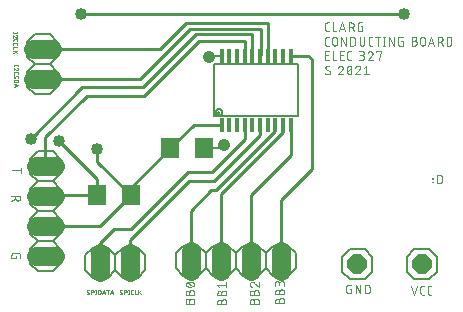
<source format=gtl>
G04 EAGLE Gerber RS-274X export*
G75*
%MOIN*%
%FSLAX36Y36*%
%LPD*%
%INTop Copper Layer*%
%IPPOS*%
%AMOC8*
5,1,8,0,0,1.08239X$1,22.5*%
G01*
%ADD10C,0.003000*%
%ADD11C,0.001000*%
%ADD12C,0.006000*%
%ADD13C,0.005000*%
%ADD14R,0.011811X0.047236*%
%ADD15R,0.062992X0.070984*%
%ADD16P,0.069273X8X22.500000*%
%ADD17C,0.064000*%
%ADD18R,0.062992X0.070866*%
%ADD19C,0.010000*%
%ADD20C,0.040000*%
%ADD21C,0.041654*%


D10*
X1126594Y934870D02*
X1120149Y934870D01*
X1119991Y934872D01*
X1119833Y934878D01*
X1119675Y934887D01*
X1119517Y934901D01*
X1119360Y934918D01*
X1119203Y934940D01*
X1119047Y934965D01*
X1118892Y934994D01*
X1118737Y935027D01*
X1118583Y935063D01*
X1118430Y935103D01*
X1118278Y935147D01*
X1118128Y935195D01*
X1117978Y935247D01*
X1117830Y935302D01*
X1117683Y935361D01*
X1117538Y935423D01*
X1117394Y935489D01*
X1117252Y935558D01*
X1117111Y935631D01*
X1116973Y935707D01*
X1116836Y935787D01*
X1116701Y935870D01*
X1116569Y935956D01*
X1116438Y936045D01*
X1116310Y936138D01*
X1116184Y936234D01*
X1116061Y936333D01*
X1115940Y936435D01*
X1115821Y936539D01*
X1115706Y936647D01*
X1115592Y936757D01*
X1115482Y936871D01*
X1115374Y936986D01*
X1115270Y937105D01*
X1115168Y937226D01*
X1115069Y937349D01*
X1114973Y937475D01*
X1114880Y937603D01*
X1114791Y937734D01*
X1114705Y937866D01*
X1114622Y938001D01*
X1114542Y938138D01*
X1114466Y938276D01*
X1114393Y938417D01*
X1114324Y938559D01*
X1114258Y938703D01*
X1114196Y938848D01*
X1114137Y938995D01*
X1114082Y939143D01*
X1114030Y939293D01*
X1113982Y939443D01*
X1113938Y939595D01*
X1113898Y939748D01*
X1113862Y939902D01*
X1113829Y940057D01*
X1113800Y940212D01*
X1113775Y940368D01*
X1113753Y940525D01*
X1113736Y940682D01*
X1113722Y940840D01*
X1113713Y940998D01*
X1113707Y941156D01*
X1113705Y941314D01*
X1113705Y957426D01*
X1113704Y957426D02*
X1113706Y957584D01*
X1113712Y957742D01*
X1113721Y957900D01*
X1113735Y958058D01*
X1113752Y958215D01*
X1113774Y958372D01*
X1113799Y958528D01*
X1113828Y958683D01*
X1113861Y958838D01*
X1113897Y958992D01*
X1113937Y959145D01*
X1113982Y959297D01*
X1114029Y959448D01*
X1114081Y959597D01*
X1114136Y959745D01*
X1114195Y959892D01*
X1114257Y960038D01*
X1114323Y960182D01*
X1114392Y960324D01*
X1114465Y960464D01*
X1114541Y960603D01*
X1114621Y960739D01*
X1114704Y960874D01*
X1114790Y961007D01*
X1114880Y961137D01*
X1114972Y961265D01*
X1115068Y961391D01*
X1115167Y961515D01*
X1115269Y961636D01*
X1115374Y961754D01*
X1115481Y961870D01*
X1115592Y961983D01*
X1115705Y962094D01*
X1115821Y962201D01*
X1115939Y962306D01*
X1116060Y962408D01*
X1116184Y962507D01*
X1116310Y962603D01*
X1116438Y962695D01*
X1116568Y962785D01*
X1116701Y962871D01*
X1116836Y962954D01*
X1116972Y963034D01*
X1117111Y963110D01*
X1117251Y963183D01*
X1117393Y963252D01*
X1117537Y963318D01*
X1117683Y963380D01*
X1117829Y963439D01*
X1117978Y963494D01*
X1118127Y963546D01*
X1118278Y963593D01*
X1118430Y963638D01*
X1118583Y963678D01*
X1118737Y963714D01*
X1118892Y963747D01*
X1119047Y963776D01*
X1119203Y963801D01*
X1119360Y963823D01*
X1119517Y963840D01*
X1119675Y963854D01*
X1119833Y963863D01*
X1119991Y963869D01*
X1120149Y963871D01*
X1120149Y963870D02*
X1126594Y963870D01*
X1138817Y963870D02*
X1138817Y934870D01*
X1151706Y934870D01*
X1161144Y934870D02*
X1170811Y963870D01*
X1180477Y934870D01*
X1178061Y942120D02*
X1163561Y942120D01*
X1192717Y934870D02*
X1192717Y963870D01*
X1200772Y963870D01*
X1200968Y963868D01*
X1201164Y963860D01*
X1201360Y963849D01*
X1201556Y963832D01*
X1201751Y963810D01*
X1201945Y963784D01*
X1202139Y963753D01*
X1202332Y963718D01*
X1202524Y963677D01*
X1202715Y963632D01*
X1202904Y963583D01*
X1203093Y963528D01*
X1203280Y963470D01*
X1203466Y963406D01*
X1203650Y963338D01*
X1203832Y963266D01*
X1204013Y963189D01*
X1204191Y963108D01*
X1204368Y963023D01*
X1204543Y962933D01*
X1204715Y962839D01*
X1204885Y962741D01*
X1205052Y962639D01*
X1205217Y962533D01*
X1205379Y962422D01*
X1205539Y962308D01*
X1205696Y962190D01*
X1205849Y962069D01*
X1206000Y961943D01*
X1206148Y961814D01*
X1206292Y961681D01*
X1206434Y961545D01*
X1206572Y961405D01*
X1206706Y961263D01*
X1206837Y961116D01*
X1206964Y960967D01*
X1207088Y960815D01*
X1207208Y960660D01*
X1207324Y960501D01*
X1207436Y960341D01*
X1207544Y960177D01*
X1207649Y960011D01*
X1207749Y959842D01*
X1207845Y959671D01*
X1207937Y959498D01*
X1208024Y959322D01*
X1208107Y959144D01*
X1208186Y958965D01*
X1208261Y958783D01*
X1208331Y958600D01*
X1208397Y958415D01*
X1208458Y958229D01*
X1208514Y958041D01*
X1208566Y957852D01*
X1208613Y957661D01*
X1208656Y957470D01*
X1208694Y957277D01*
X1208727Y957084D01*
X1208756Y956890D01*
X1208780Y956695D01*
X1208799Y956500D01*
X1208813Y956304D01*
X1208823Y956108D01*
X1208827Y955912D01*
X1208827Y955716D01*
X1208823Y955520D01*
X1208813Y955324D01*
X1208799Y955128D01*
X1208780Y954933D01*
X1208756Y954738D01*
X1208727Y954544D01*
X1208694Y954351D01*
X1208656Y954158D01*
X1208613Y953967D01*
X1208566Y953776D01*
X1208514Y953587D01*
X1208458Y953399D01*
X1208397Y953213D01*
X1208331Y953028D01*
X1208261Y952845D01*
X1208186Y952663D01*
X1208107Y952484D01*
X1208024Y952306D01*
X1207937Y952130D01*
X1207845Y951957D01*
X1207749Y951786D01*
X1207649Y951617D01*
X1207544Y951451D01*
X1207436Y951287D01*
X1207324Y951127D01*
X1207208Y950968D01*
X1207088Y950813D01*
X1206964Y950661D01*
X1206837Y950512D01*
X1206706Y950365D01*
X1206572Y950223D01*
X1206434Y950083D01*
X1206292Y949947D01*
X1206148Y949814D01*
X1206000Y949685D01*
X1205849Y949559D01*
X1205696Y949438D01*
X1205539Y949320D01*
X1205379Y949206D01*
X1205217Y949095D01*
X1205052Y948989D01*
X1204885Y948887D01*
X1204715Y948789D01*
X1204543Y948695D01*
X1204368Y948605D01*
X1204191Y948520D01*
X1204013Y948439D01*
X1203832Y948362D01*
X1203650Y948290D01*
X1203466Y948222D01*
X1203280Y948158D01*
X1203093Y948100D01*
X1202904Y948045D01*
X1202715Y947996D01*
X1202524Y947951D01*
X1202332Y947910D01*
X1202139Y947875D01*
X1201945Y947844D01*
X1201751Y947818D01*
X1201556Y947796D01*
X1201360Y947779D01*
X1201164Y947768D01*
X1200968Y947760D01*
X1200772Y947758D01*
X1200772Y947759D02*
X1192717Y947759D01*
X1202383Y947759D02*
X1208828Y934870D01*
X1233553Y950981D02*
X1238386Y950981D01*
X1238386Y934870D01*
X1228719Y934870D01*
X1228561Y934872D01*
X1228403Y934878D01*
X1228245Y934887D01*
X1228087Y934901D01*
X1227930Y934918D01*
X1227773Y934940D01*
X1227617Y934965D01*
X1227462Y934994D01*
X1227307Y935027D01*
X1227153Y935063D01*
X1227000Y935103D01*
X1226848Y935147D01*
X1226698Y935195D01*
X1226548Y935247D01*
X1226400Y935302D01*
X1226253Y935361D01*
X1226108Y935423D01*
X1225964Y935489D01*
X1225822Y935558D01*
X1225681Y935631D01*
X1225543Y935707D01*
X1225406Y935787D01*
X1225271Y935870D01*
X1225139Y935956D01*
X1225008Y936045D01*
X1224880Y936138D01*
X1224754Y936234D01*
X1224631Y936333D01*
X1224510Y936435D01*
X1224391Y936539D01*
X1224276Y936647D01*
X1224162Y936757D01*
X1224052Y936871D01*
X1223944Y936986D01*
X1223840Y937105D01*
X1223738Y937226D01*
X1223639Y937349D01*
X1223543Y937475D01*
X1223450Y937603D01*
X1223361Y937734D01*
X1223275Y937866D01*
X1223192Y938001D01*
X1223112Y938138D01*
X1223036Y938276D01*
X1222963Y938417D01*
X1222894Y938559D01*
X1222828Y938703D01*
X1222766Y938848D01*
X1222707Y938995D01*
X1222652Y939143D01*
X1222600Y939293D01*
X1222552Y939443D01*
X1222508Y939595D01*
X1222468Y939748D01*
X1222432Y939902D01*
X1222399Y940057D01*
X1222370Y940212D01*
X1222345Y940368D01*
X1222323Y940525D01*
X1222306Y940682D01*
X1222292Y940840D01*
X1222283Y940998D01*
X1222277Y941156D01*
X1222275Y941314D01*
X1222275Y957426D01*
X1222277Y957584D01*
X1222283Y957742D01*
X1222292Y957900D01*
X1222306Y958058D01*
X1222323Y958215D01*
X1222345Y958372D01*
X1222370Y958528D01*
X1222399Y958683D01*
X1222432Y958838D01*
X1222468Y958992D01*
X1222508Y959145D01*
X1222553Y959297D01*
X1222600Y959448D01*
X1222652Y959597D01*
X1222707Y959745D01*
X1222766Y959892D01*
X1222828Y960038D01*
X1222894Y960182D01*
X1222963Y960324D01*
X1223036Y960464D01*
X1223112Y960603D01*
X1223192Y960739D01*
X1223275Y960874D01*
X1223361Y961007D01*
X1223451Y961137D01*
X1223543Y961265D01*
X1223639Y961391D01*
X1223738Y961515D01*
X1223840Y961636D01*
X1223945Y961754D01*
X1224052Y961870D01*
X1224163Y961983D01*
X1224276Y962094D01*
X1224392Y962201D01*
X1224510Y962306D01*
X1224631Y962408D01*
X1224755Y962507D01*
X1224881Y962603D01*
X1225009Y962695D01*
X1225139Y962785D01*
X1225272Y962871D01*
X1225407Y962954D01*
X1225543Y963034D01*
X1225682Y963110D01*
X1225822Y963183D01*
X1225964Y963252D01*
X1226108Y963318D01*
X1226254Y963380D01*
X1226400Y963439D01*
X1226549Y963494D01*
X1226698Y963546D01*
X1226849Y963593D01*
X1227001Y963638D01*
X1227154Y963678D01*
X1227308Y963714D01*
X1227463Y963747D01*
X1227618Y963776D01*
X1227774Y963801D01*
X1227931Y963823D01*
X1228088Y963840D01*
X1228246Y963854D01*
X1228404Y963863D01*
X1228562Y963869D01*
X1228720Y963871D01*
X1228719Y963870D02*
X1238386Y963870D01*
X1126594Y886870D02*
X1120149Y886870D01*
X1119991Y886872D01*
X1119833Y886878D01*
X1119675Y886887D01*
X1119517Y886901D01*
X1119360Y886918D01*
X1119203Y886940D01*
X1119047Y886965D01*
X1118892Y886994D01*
X1118737Y887027D01*
X1118583Y887063D01*
X1118430Y887103D01*
X1118278Y887147D01*
X1118128Y887195D01*
X1117978Y887247D01*
X1117830Y887302D01*
X1117683Y887361D01*
X1117538Y887423D01*
X1117394Y887489D01*
X1117252Y887558D01*
X1117111Y887631D01*
X1116973Y887707D01*
X1116836Y887787D01*
X1116701Y887870D01*
X1116569Y887956D01*
X1116438Y888045D01*
X1116310Y888138D01*
X1116184Y888234D01*
X1116061Y888333D01*
X1115940Y888435D01*
X1115821Y888539D01*
X1115706Y888647D01*
X1115592Y888757D01*
X1115482Y888871D01*
X1115374Y888986D01*
X1115270Y889105D01*
X1115168Y889226D01*
X1115069Y889349D01*
X1114973Y889475D01*
X1114880Y889603D01*
X1114791Y889734D01*
X1114705Y889866D01*
X1114622Y890001D01*
X1114542Y890138D01*
X1114466Y890276D01*
X1114393Y890417D01*
X1114324Y890559D01*
X1114258Y890703D01*
X1114196Y890848D01*
X1114137Y890995D01*
X1114082Y891143D01*
X1114030Y891293D01*
X1113982Y891443D01*
X1113938Y891595D01*
X1113898Y891748D01*
X1113862Y891902D01*
X1113829Y892057D01*
X1113800Y892212D01*
X1113775Y892368D01*
X1113753Y892525D01*
X1113736Y892682D01*
X1113722Y892840D01*
X1113713Y892998D01*
X1113707Y893156D01*
X1113705Y893314D01*
X1113705Y909426D01*
X1113704Y909426D02*
X1113706Y909584D01*
X1113712Y909742D01*
X1113721Y909900D01*
X1113735Y910058D01*
X1113752Y910215D01*
X1113774Y910372D01*
X1113799Y910528D01*
X1113828Y910683D01*
X1113861Y910838D01*
X1113897Y910992D01*
X1113937Y911145D01*
X1113982Y911297D01*
X1114029Y911448D01*
X1114081Y911597D01*
X1114136Y911745D01*
X1114195Y911892D01*
X1114257Y912038D01*
X1114323Y912182D01*
X1114392Y912324D01*
X1114465Y912464D01*
X1114541Y912603D01*
X1114621Y912739D01*
X1114704Y912874D01*
X1114790Y913007D01*
X1114880Y913137D01*
X1114972Y913265D01*
X1115068Y913391D01*
X1115167Y913515D01*
X1115269Y913636D01*
X1115374Y913754D01*
X1115481Y913870D01*
X1115592Y913983D01*
X1115705Y914094D01*
X1115821Y914201D01*
X1115939Y914306D01*
X1116060Y914408D01*
X1116184Y914507D01*
X1116310Y914603D01*
X1116438Y914695D01*
X1116568Y914785D01*
X1116701Y914871D01*
X1116836Y914954D01*
X1116972Y915034D01*
X1117111Y915110D01*
X1117251Y915183D01*
X1117393Y915252D01*
X1117537Y915318D01*
X1117683Y915380D01*
X1117829Y915439D01*
X1117978Y915494D01*
X1118127Y915546D01*
X1118278Y915593D01*
X1118430Y915638D01*
X1118583Y915678D01*
X1118737Y915714D01*
X1118892Y915747D01*
X1119047Y915776D01*
X1119203Y915801D01*
X1119360Y915823D01*
X1119517Y915840D01*
X1119675Y915854D01*
X1119833Y915863D01*
X1119991Y915869D01*
X1120149Y915871D01*
X1120149Y915870D02*
X1126594Y915870D01*
X1137796Y907814D02*
X1137796Y894926D01*
X1137796Y907814D02*
X1137798Y908010D01*
X1137806Y908206D01*
X1137817Y908402D01*
X1137834Y908597D01*
X1137856Y908792D01*
X1137882Y908987D01*
X1137913Y909181D01*
X1137948Y909373D01*
X1137989Y909565D01*
X1138034Y909756D01*
X1138083Y909946D01*
X1138138Y910135D01*
X1138196Y910322D01*
X1138260Y910507D01*
X1138328Y910691D01*
X1138400Y910874D01*
X1138477Y911054D01*
X1138558Y911233D01*
X1138643Y911410D01*
X1138733Y911584D01*
X1138827Y911756D01*
X1138925Y911926D01*
X1139027Y912094D01*
X1139133Y912258D01*
X1139243Y912421D01*
X1139358Y912580D01*
X1139475Y912737D01*
X1139597Y912891D01*
X1139723Y913042D01*
X1139852Y913189D01*
X1139985Y913334D01*
X1140121Y913475D01*
X1140260Y913613D01*
X1140403Y913747D01*
X1140549Y913878D01*
X1140698Y914005D01*
X1140851Y914129D01*
X1141006Y914249D01*
X1141164Y914365D01*
X1141325Y914477D01*
X1141489Y914585D01*
X1141655Y914690D01*
X1141824Y914790D01*
X1141995Y914886D01*
X1142168Y914978D01*
X1142343Y915065D01*
X1142521Y915148D01*
X1142701Y915227D01*
X1142882Y915302D01*
X1143065Y915372D01*
X1143250Y915438D01*
X1143437Y915499D01*
X1143624Y915555D01*
X1143814Y915607D01*
X1144004Y915654D01*
X1144195Y915697D01*
X1144388Y915735D01*
X1144581Y915768D01*
X1144775Y915797D01*
X1144970Y915821D01*
X1145165Y915840D01*
X1145361Y915854D01*
X1145557Y915864D01*
X1145753Y915868D01*
X1145949Y915868D01*
X1146145Y915864D01*
X1146341Y915854D01*
X1146537Y915840D01*
X1146732Y915821D01*
X1146927Y915797D01*
X1147121Y915768D01*
X1147314Y915735D01*
X1147507Y915697D01*
X1147698Y915654D01*
X1147888Y915607D01*
X1148078Y915555D01*
X1148265Y915499D01*
X1148452Y915438D01*
X1148637Y915372D01*
X1148820Y915302D01*
X1149001Y915227D01*
X1149181Y915148D01*
X1149359Y915065D01*
X1149534Y914978D01*
X1149707Y914886D01*
X1149879Y914790D01*
X1150047Y914690D01*
X1150213Y914585D01*
X1150377Y914477D01*
X1150538Y914365D01*
X1150696Y914249D01*
X1150851Y914129D01*
X1151004Y914005D01*
X1151153Y913878D01*
X1151299Y913747D01*
X1151442Y913613D01*
X1151581Y913475D01*
X1151717Y913334D01*
X1151850Y913189D01*
X1151979Y913042D01*
X1152105Y912891D01*
X1152227Y912737D01*
X1152344Y912580D01*
X1152459Y912421D01*
X1152569Y912258D01*
X1152675Y912094D01*
X1152777Y911926D01*
X1152875Y911756D01*
X1152969Y911584D01*
X1153059Y911410D01*
X1153144Y911233D01*
X1153225Y911054D01*
X1153302Y910874D01*
X1153374Y910691D01*
X1153442Y910507D01*
X1153506Y910322D01*
X1153564Y910135D01*
X1153619Y909946D01*
X1153668Y909756D01*
X1153713Y909565D01*
X1153754Y909373D01*
X1153789Y909181D01*
X1153820Y908987D01*
X1153846Y908792D01*
X1153868Y908597D01*
X1153885Y908402D01*
X1153896Y908206D01*
X1153904Y908010D01*
X1153906Y907814D01*
X1153907Y907814D02*
X1153907Y894926D01*
X1153905Y894730D01*
X1153897Y894534D01*
X1153886Y894338D01*
X1153869Y894142D01*
X1153847Y893947D01*
X1153821Y893753D01*
X1153790Y893559D01*
X1153755Y893366D01*
X1153714Y893174D01*
X1153669Y892983D01*
X1153620Y892794D01*
X1153565Y892605D01*
X1153507Y892418D01*
X1153443Y892232D01*
X1153375Y892048D01*
X1153303Y891866D01*
X1153226Y891685D01*
X1153145Y891507D01*
X1153060Y891330D01*
X1152970Y891155D01*
X1152876Y890983D01*
X1152778Y890813D01*
X1152676Y890646D01*
X1152570Y890481D01*
X1152459Y890319D01*
X1152345Y890159D01*
X1152227Y890002D01*
X1152106Y889849D01*
X1151980Y889698D01*
X1151851Y889550D01*
X1151718Y889406D01*
X1151582Y889264D01*
X1151442Y889126D01*
X1151300Y888992D01*
X1151153Y888861D01*
X1151004Y888734D01*
X1150852Y888610D01*
X1150697Y888490D01*
X1150538Y888374D01*
X1150378Y888262D01*
X1150214Y888154D01*
X1150048Y888049D01*
X1149879Y887949D01*
X1149708Y887853D01*
X1149535Y887761D01*
X1149359Y887674D01*
X1149181Y887591D01*
X1149002Y887512D01*
X1148820Y887437D01*
X1148637Y887367D01*
X1148452Y887301D01*
X1148266Y887240D01*
X1148078Y887184D01*
X1147889Y887132D01*
X1147698Y887085D01*
X1147507Y887042D01*
X1147314Y887004D01*
X1147121Y886971D01*
X1146927Y886942D01*
X1146732Y886918D01*
X1146537Y886899D01*
X1146341Y886885D01*
X1146145Y886875D01*
X1145949Y886871D01*
X1145753Y886871D01*
X1145557Y886875D01*
X1145361Y886885D01*
X1145165Y886899D01*
X1144970Y886918D01*
X1144775Y886942D01*
X1144581Y886971D01*
X1144388Y887004D01*
X1144195Y887042D01*
X1144004Y887085D01*
X1143813Y887132D01*
X1143624Y887184D01*
X1143436Y887240D01*
X1143250Y887301D01*
X1143065Y887367D01*
X1142882Y887437D01*
X1142700Y887512D01*
X1142521Y887591D01*
X1142343Y887674D01*
X1142167Y887761D01*
X1141994Y887853D01*
X1141823Y887949D01*
X1141654Y888049D01*
X1141488Y888154D01*
X1141324Y888262D01*
X1141164Y888374D01*
X1141005Y888490D01*
X1140850Y888610D01*
X1140698Y888734D01*
X1140549Y888861D01*
X1140402Y888992D01*
X1140260Y889126D01*
X1140120Y889264D01*
X1139984Y889406D01*
X1139851Y889550D01*
X1139722Y889698D01*
X1139596Y889849D01*
X1139475Y890002D01*
X1139357Y890159D01*
X1139243Y890319D01*
X1139132Y890481D01*
X1139026Y890646D01*
X1138924Y890813D01*
X1138826Y890983D01*
X1138732Y891155D01*
X1138642Y891330D01*
X1138557Y891507D01*
X1138476Y891685D01*
X1138399Y891866D01*
X1138327Y892048D01*
X1138259Y892232D01*
X1138195Y892418D01*
X1138137Y892605D01*
X1138082Y892794D01*
X1138033Y892983D01*
X1137988Y893174D01*
X1137947Y893366D01*
X1137912Y893559D01*
X1137881Y893753D01*
X1137855Y893947D01*
X1137833Y894142D01*
X1137816Y894338D01*
X1137805Y894534D01*
X1137797Y894730D01*
X1137795Y894926D01*
X1167555Y886870D02*
X1167555Y915870D01*
X1183667Y886870D01*
X1183667Y915870D01*
X1198275Y915870D02*
X1198275Y886870D01*
X1198275Y915870D02*
X1206331Y915870D01*
X1206526Y915868D01*
X1206720Y915861D01*
X1206915Y915849D01*
X1207109Y915832D01*
X1207302Y915811D01*
X1207495Y915785D01*
X1207687Y915755D01*
X1207879Y915720D01*
X1208069Y915680D01*
X1208259Y915636D01*
X1208447Y915587D01*
X1208635Y915534D01*
X1208820Y915476D01*
X1209005Y915413D01*
X1209188Y915346D01*
X1209369Y915275D01*
X1209548Y915200D01*
X1209726Y915120D01*
X1209901Y915036D01*
X1210075Y914947D01*
X1210246Y914855D01*
X1210415Y914758D01*
X1210582Y914657D01*
X1210746Y914553D01*
X1210907Y914444D01*
X1211066Y914331D01*
X1211222Y914215D01*
X1211376Y914095D01*
X1211526Y913971D01*
X1211673Y913844D01*
X1211817Y913713D01*
X1211958Y913579D01*
X1212096Y913441D01*
X1212230Y913300D01*
X1212361Y913156D01*
X1212488Y913009D01*
X1212612Y912859D01*
X1212732Y912705D01*
X1212848Y912549D01*
X1212961Y912390D01*
X1213070Y912229D01*
X1213174Y912065D01*
X1213275Y911898D01*
X1213372Y911729D01*
X1213464Y911558D01*
X1213553Y911384D01*
X1213637Y911209D01*
X1213717Y911031D01*
X1213792Y910852D01*
X1213863Y910671D01*
X1213930Y910488D01*
X1213993Y910303D01*
X1214051Y910118D01*
X1214104Y909930D01*
X1214153Y909742D01*
X1214197Y909552D01*
X1214237Y909362D01*
X1214272Y909170D01*
X1214302Y908978D01*
X1214328Y908785D01*
X1214349Y908592D01*
X1214366Y908398D01*
X1214378Y908203D01*
X1214385Y908009D01*
X1214387Y907814D01*
X1214386Y907814D02*
X1214386Y894926D01*
X1214384Y894731D01*
X1214377Y894537D01*
X1214365Y894343D01*
X1214348Y894149D01*
X1214327Y893955D01*
X1214301Y893762D01*
X1214271Y893570D01*
X1214236Y893378D01*
X1214196Y893188D01*
X1214152Y892998D01*
X1214103Y892810D01*
X1214050Y892623D01*
X1213992Y892437D01*
X1213929Y892252D01*
X1213863Y892070D01*
X1213791Y891888D01*
X1213716Y891709D01*
X1213636Y891532D01*
X1213552Y891356D01*
X1213463Y891183D01*
X1213371Y891011D01*
X1213274Y890842D01*
X1213173Y890676D01*
X1213069Y890512D01*
X1212960Y890350D01*
X1212848Y890191D01*
X1212731Y890035D01*
X1212611Y889882D01*
X1212488Y889732D01*
X1212360Y889585D01*
X1212229Y889440D01*
X1212095Y889299D01*
X1211957Y889162D01*
X1211817Y889028D01*
X1211672Y888897D01*
X1211525Y888769D01*
X1211375Y888646D01*
X1211222Y888526D01*
X1211066Y888409D01*
X1210907Y888297D01*
X1210745Y888188D01*
X1210581Y888083D01*
X1210414Y887983D01*
X1210246Y887886D01*
X1210074Y887794D01*
X1209901Y887705D01*
X1209725Y887621D01*
X1209548Y887541D01*
X1209368Y887466D01*
X1209187Y887394D01*
X1209004Y887328D01*
X1208820Y887265D01*
X1208634Y887207D01*
X1208447Y887154D01*
X1208259Y887105D01*
X1208069Y887061D01*
X1207878Y887021D01*
X1207687Y886986D01*
X1207495Y886956D01*
X1207302Y886930D01*
X1207108Y886909D01*
X1206914Y886892D01*
X1206720Y886880D01*
X1206526Y886873D01*
X1206331Y886871D01*
X1206331Y886870D02*
X1198275Y886870D01*
X1228995Y894926D02*
X1228995Y915870D01*
X1228996Y894926D02*
X1228998Y894730D01*
X1229006Y894534D01*
X1229017Y894338D01*
X1229034Y894143D01*
X1229056Y893948D01*
X1229082Y893753D01*
X1229113Y893559D01*
X1229148Y893367D01*
X1229189Y893175D01*
X1229234Y892984D01*
X1229283Y892794D01*
X1229338Y892605D01*
X1229396Y892418D01*
X1229460Y892233D01*
X1229528Y892049D01*
X1229600Y891866D01*
X1229677Y891686D01*
X1229758Y891507D01*
X1229843Y891330D01*
X1229933Y891156D01*
X1230027Y890984D01*
X1230125Y890814D01*
X1230227Y890646D01*
X1230333Y890482D01*
X1230443Y890319D01*
X1230558Y890160D01*
X1230675Y890003D01*
X1230797Y889849D01*
X1230923Y889698D01*
X1231052Y889551D01*
X1231185Y889406D01*
X1231321Y889265D01*
X1231460Y889127D01*
X1231603Y888993D01*
X1231749Y888862D01*
X1231898Y888735D01*
X1232051Y888611D01*
X1232206Y888491D01*
X1232364Y888375D01*
X1232525Y888263D01*
X1232689Y888155D01*
X1232855Y888050D01*
X1233024Y887950D01*
X1233195Y887854D01*
X1233368Y887762D01*
X1233543Y887675D01*
X1233721Y887592D01*
X1233901Y887513D01*
X1234082Y887438D01*
X1234265Y887368D01*
X1234450Y887302D01*
X1234637Y887241D01*
X1234824Y887185D01*
X1235014Y887133D01*
X1235204Y887086D01*
X1235395Y887043D01*
X1235588Y887005D01*
X1235781Y886972D01*
X1235975Y886943D01*
X1236170Y886919D01*
X1236365Y886900D01*
X1236561Y886886D01*
X1236757Y886876D01*
X1236953Y886872D01*
X1237149Y886872D01*
X1237345Y886876D01*
X1237541Y886886D01*
X1237737Y886900D01*
X1237932Y886919D01*
X1238127Y886943D01*
X1238321Y886972D01*
X1238514Y887005D01*
X1238707Y887043D01*
X1238898Y887086D01*
X1239088Y887133D01*
X1239278Y887185D01*
X1239465Y887241D01*
X1239652Y887302D01*
X1239837Y887368D01*
X1240020Y887438D01*
X1240201Y887513D01*
X1240381Y887592D01*
X1240559Y887675D01*
X1240734Y887762D01*
X1240907Y887854D01*
X1241079Y887950D01*
X1241247Y888050D01*
X1241413Y888155D01*
X1241577Y888263D01*
X1241738Y888375D01*
X1241896Y888491D01*
X1242051Y888611D01*
X1242204Y888735D01*
X1242353Y888862D01*
X1242499Y888993D01*
X1242642Y889127D01*
X1242781Y889265D01*
X1242917Y889406D01*
X1243050Y889551D01*
X1243179Y889698D01*
X1243305Y889849D01*
X1243427Y890003D01*
X1243544Y890160D01*
X1243659Y890319D01*
X1243769Y890482D01*
X1243875Y890646D01*
X1243977Y890814D01*
X1244075Y890984D01*
X1244169Y891156D01*
X1244259Y891330D01*
X1244344Y891507D01*
X1244425Y891686D01*
X1244502Y891866D01*
X1244574Y892049D01*
X1244642Y892233D01*
X1244706Y892418D01*
X1244764Y892605D01*
X1244819Y892794D01*
X1244868Y892984D01*
X1244913Y893175D01*
X1244954Y893367D01*
X1244989Y893559D01*
X1245020Y893753D01*
X1245046Y893948D01*
X1245068Y894143D01*
X1245085Y894338D01*
X1245096Y894534D01*
X1245104Y894730D01*
X1245106Y894926D01*
X1245106Y915870D01*
X1265109Y886870D02*
X1271553Y886870D01*
X1265109Y886870D02*
X1264951Y886872D01*
X1264793Y886878D01*
X1264635Y886887D01*
X1264477Y886901D01*
X1264320Y886918D01*
X1264163Y886940D01*
X1264007Y886965D01*
X1263852Y886994D01*
X1263697Y887027D01*
X1263543Y887063D01*
X1263390Y887103D01*
X1263238Y887147D01*
X1263088Y887195D01*
X1262938Y887247D01*
X1262790Y887302D01*
X1262643Y887361D01*
X1262498Y887423D01*
X1262354Y887489D01*
X1262212Y887558D01*
X1262071Y887631D01*
X1261933Y887707D01*
X1261796Y887787D01*
X1261661Y887870D01*
X1261529Y887956D01*
X1261398Y888045D01*
X1261270Y888138D01*
X1261144Y888234D01*
X1261021Y888333D01*
X1260900Y888435D01*
X1260781Y888539D01*
X1260666Y888647D01*
X1260552Y888757D01*
X1260442Y888871D01*
X1260334Y888986D01*
X1260230Y889105D01*
X1260128Y889226D01*
X1260029Y889349D01*
X1259933Y889475D01*
X1259840Y889603D01*
X1259751Y889734D01*
X1259665Y889866D01*
X1259582Y890001D01*
X1259502Y890138D01*
X1259426Y890276D01*
X1259353Y890417D01*
X1259284Y890559D01*
X1259218Y890703D01*
X1259156Y890848D01*
X1259097Y890995D01*
X1259042Y891143D01*
X1258990Y891293D01*
X1258942Y891443D01*
X1258898Y891595D01*
X1258858Y891748D01*
X1258822Y891902D01*
X1258789Y892057D01*
X1258760Y892212D01*
X1258735Y892368D01*
X1258713Y892525D01*
X1258696Y892682D01*
X1258682Y892840D01*
X1258673Y892998D01*
X1258667Y893156D01*
X1258665Y893314D01*
X1258664Y893314D02*
X1258664Y909426D01*
X1258666Y909584D01*
X1258672Y909742D01*
X1258681Y909900D01*
X1258695Y910058D01*
X1258712Y910215D01*
X1258734Y910372D01*
X1258759Y910528D01*
X1258788Y910683D01*
X1258821Y910838D01*
X1258857Y910992D01*
X1258897Y911145D01*
X1258942Y911297D01*
X1258989Y911448D01*
X1259041Y911597D01*
X1259096Y911745D01*
X1259155Y911892D01*
X1259217Y912038D01*
X1259283Y912182D01*
X1259352Y912324D01*
X1259425Y912464D01*
X1259501Y912603D01*
X1259581Y912739D01*
X1259664Y912874D01*
X1259750Y913007D01*
X1259840Y913137D01*
X1259932Y913265D01*
X1260028Y913391D01*
X1260127Y913515D01*
X1260229Y913636D01*
X1260334Y913754D01*
X1260441Y913870D01*
X1260552Y913983D01*
X1260665Y914094D01*
X1260781Y914201D01*
X1260899Y914306D01*
X1261020Y914408D01*
X1261144Y914507D01*
X1261270Y914603D01*
X1261398Y914695D01*
X1261528Y914785D01*
X1261661Y914871D01*
X1261796Y914954D01*
X1261932Y915034D01*
X1262071Y915110D01*
X1262211Y915183D01*
X1262353Y915252D01*
X1262497Y915318D01*
X1262643Y915380D01*
X1262789Y915439D01*
X1262938Y915494D01*
X1263087Y915546D01*
X1263238Y915593D01*
X1263390Y915638D01*
X1263543Y915678D01*
X1263697Y915714D01*
X1263852Y915747D01*
X1264007Y915776D01*
X1264163Y915801D01*
X1264320Y915823D01*
X1264477Y915840D01*
X1264635Y915854D01*
X1264793Y915863D01*
X1264951Y915869D01*
X1265109Y915871D01*
X1265109Y915870D02*
X1271553Y915870D01*
X1288891Y915870D02*
X1288891Y886870D01*
X1296946Y915870D02*
X1280835Y915870D01*
X1310011Y915870D02*
X1310011Y886870D01*
X1313233Y886870D02*
X1306788Y886870D01*
X1306788Y915870D02*
X1313233Y915870D01*
X1325955Y915870D02*
X1325955Y886870D01*
X1342066Y886870D02*
X1325955Y915870D01*
X1342066Y915870D02*
X1342066Y886870D01*
X1367953Y902981D02*
X1372786Y902981D01*
X1372786Y886870D01*
X1363119Y886870D01*
X1362961Y886872D01*
X1362803Y886878D01*
X1362645Y886887D01*
X1362487Y886901D01*
X1362330Y886918D01*
X1362173Y886940D01*
X1362017Y886965D01*
X1361862Y886994D01*
X1361707Y887027D01*
X1361553Y887063D01*
X1361400Y887103D01*
X1361248Y887147D01*
X1361098Y887195D01*
X1360948Y887247D01*
X1360800Y887302D01*
X1360653Y887361D01*
X1360508Y887423D01*
X1360364Y887489D01*
X1360222Y887558D01*
X1360081Y887631D01*
X1359943Y887707D01*
X1359806Y887787D01*
X1359671Y887870D01*
X1359539Y887956D01*
X1359408Y888045D01*
X1359280Y888138D01*
X1359154Y888234D01*
X1359031Y888333D01*
X1358910Y888435D01*
X1358791Y888539D01*
X1358676Y888647D01*
X1358562Y888757D01*
X1358452Y888871D01*
X1358344Y888986D01*
X1358240Y889105D01*
X1358138Y889226D01*
X1358039Y889349D01*
X1357943Y889475D01*
X1357850Y889603D01*
X1357761Y889734D01*
X1357675Y889866D01*
X1357592Y890001D01*
X1357512Y890138D01*
X1357436Y890276D01*
X1357363Y890417D01*
X1357294Y890559D01*
X1357228Y890703D01*
X1357166Y890848D01*
X1357107Y890995D01*
X1357052Y891143D01*
X1357000Y891293D01*
X1356952Y891443D01*
X1356908Y891595D01*
X1356868Y891748D01*
X1356832Y891902D01*
X1356799Y892057D01*
X1356770Y892212D01*
X1356745Y892368D01*
X1356723Y892525D01*
X1356706Y892682D01*
X1356692Y892840D01*
X1356683Y892998D01*
X1356677Y893156D01*
X1356675Y893314D01*
X1356675Y909426D01*
X1356674Y909426D02*
X1356676Y909584D01*
X1356682Y909742D01*
X1356691Y909900D01*
X1356705Y910058D01*
X1356722Y910215D01*
X1356744Y910372D01*
X1356769Y910528D01*
X1356798Y910683D01*
X1356831Y910838D01*
X1356867Y910992D01*
X1356907Y911145D01*
X1356952Y911297D01*
X1356999Y911448D01*
X1357051Y911597D01*
X1357106Y911745D01*
X1357165Y911892D01*
X1357227Y912038D01*
X1357293Y912182D01*
X1357362Y912324D01*
X1357435Y912464D01*
X1357511Y912603D01*
X1357591Y912739D01*
X1357674Y912874D01*
X1357760Y913007D01*
X1357850Y913137D01*
X1357942Y913265D01*
X1358038Y913391D01*
X1358137Y913515D01*
X1358239Y913636D01*
X1358344Y913754D01*
X1358451Y913870D01*
X1358562Y913983D01*
X1358675Y914094D01*
X1358791Y914201D01*
X1358909Y914306D01*
X1359030Y914408D01*
X1359154Y914507D01*
X1359280Y914603D01*
X1359408Y914695D01*
X1359538Y914785D01*
X1359671Y914871D01*
X1359806Y914954D01*
X1359942Y915034D01*
X1360081Y915110D01*
X1360221Y915183D01*
X1360363Y915252D01*
X1360507Y915318D01*
X1360653Y915380D01*
X1360799Y915439D01*
X1360948Y915494D01*
X1361097Y915546D01*
X1361248Y915593D01*
X1361400Y915638D01*
X1361553Y915678D01*
X1361707Y915714D01*
X1361862Y915747D01*
X1362017Y915776D01*
X1362173Y915801D01*
X1362330Y915823D01*
X1362487Y915840D01*
X1362645Y915854D01*
X1362803Y915863D01*
X1362961Y915869D01*
X1363119Y915871D01*
X1363119Y915870D02*
X1372786Y915870D01*
X1403218Y902981D02*
X1411273Y902981D01*
X1411273Y902982D02*
X1411469Y902980D01*
X1411665Y902972D01*
X1411861Y902961D01*
X1412057Y902944D01*
X1412252Y902922D01*
X1412446Y902896D01*
X1412640Y902865D01*
X1412833Y902830D01*
X1413025Y902789D01*
X1413216Y902744D01*
X1413405Y902695D01*
X1413594Y902640D01*
X1413781Y902582D01*
X1413967Y902518D01*
X1414151Y902450D01*
X1414333Y902378D01*
X1414514Y902301D01*
X1414692Y902220D01*
X1414869Y902135D01*
X1415044Y902045D01*
X1415216Y901951D01*
X1415386Y901853D01*
X1415553Y901751D01*
X1415718Y901645D01*
X1415880Y901534D01*
X1416040Y901420D01*
X1416197Y901302D01*
X1416350Y901181D01*
X1416501Y901055D01*
X1416649Y900926D01*
X1416793Y900793D01*
X1416935Y900657D01*
X1417073Y900517D01*
X1417207Y900375D01*
X1417338Y900228D01*
X1417465Y900079D01*
X1417589Y899927D01*
X1417709Y899772D01*
X1417825Y899613D01*
X1417937Y899453D01*
X1418045Y899289D01*
X1418150Y899123D01*
X1418250Y898954D01*
X1418346Y898783D01*
X1418438Y898610D01*
X1418525Y898434D01*
X1418608Y898256D01*
X1418687Y898077D01*
X1418762Y897895D01*
X1418832Y897712D01*
X1418898Y897527D01*
X1418959Y897341D01*
X1419015Y897153D01*
X1419067Y896964D01*
X1419114Y896773D01*
X1419157Y896582D01*
X1419195Y896389D01*
X1419228Y896196D01*
X1419257Y896002D01*
X1419281Y895807D01*
X1419300Y895612D01*
X1419314Y895416D01*
X1419324Y895220D01*
X1419328Y895024D01*
X1419328Y894828D01*
X1419324Y894632D01*
X1419314Y894436D01*
X1419300Y894240D01*
X1419281Y894045D01*
X1419257Y893850D01*
X1419228Y893656D01*
X1419195Y893463D01*
X1419157Y893270D01*
X1419114Y893079D01*
X1419067Y892888D01*
X1419015Y892699D01*
X1418959Y892511D01*
X1418898Y892325D01*
X1418832Y892140D01*
X1418762Y891957D01*
X1418687Y891775D01*
X1418608Y891596D01*
X1418525Y891418D01*
X1418438Y891242D01*
X1418346Y891069D01*
X1418250Y890898D01*
X1418150Y890729D01*
X1418045Y890563D01*
X1417937Y890399D01*
X1417825Y890239D01*
X1417709Y890080D01*
X1417589Y889925D01*
X1417465Y889773D01*
X1417338Y889624D01*
X1417207Y889477D01*
X1417073Y889335D01*
X1416935Y889195D01*
X1416793Y889059D01*
X1416649Y888926D01*
X1416501Y888797D01*
X1416350Y888671D01*
X1416197Y888550D01*
X1416040Y888432D01*
X1415880Y888318D01*
X1415718Y888207D01*
X1415553Y888101D01*
X1415386Y887999D01*
X1415216Y887901D01*
X1415044Y887807D01*
X1414869Y887717D01*
X1414692Y887632D01*
X1414514Y887551D01*
X1414333Y887474D01*
X1414151Y887402D01*
X1413967Y887334D01*
X1413781Y887270D01*
X1413594Y887212D01*
X1413405Y887157D01*
X1413216Y887108D01*
X1413025Y887063D01*
X1412833Y887022D01*
X1412640Y886987D01*
X1412446Y886956D01*
X1412252Y886930D01*
X1412057Y886908D01*
X1411861Y886891D01*
X1411665Y886880D01*
X1411469Y886872D01*
X1411273Y886870D01*
X1403218Y886870D01*
X1403218Y915870D01*
X1411273Y915870D01*
X1411273Y915871D02*
X1411432Y915869D01*
X1411592Y915863D01*
X1411751Y915853D01*
X1411910Y915839D01*
X1412068Y915822D01*
X1412226Y915800D01*
X1412383Y915775D01*
X1412540Y915745D01*
X1412696Y915712D01*
X1412851Y915675D01*
X1413005Y915634D01*
X1413158Y915589D01*
X1413310Y915541D01*
X1413461Y915488D01*
X1413610Y915432D01*
X1413758Y915373D01*
X1413904Y915309D01*
X1414049Y915243D01*
X1414192Y915172D01*
X1414333Y915098D01*
X1414472Y915021D01*
X1414610Y914940D01*
X1414745Y914856D01*
X1414878Y914768D01*
X1415009Y914677D01*
X1415138Y914583D01*
X1415265Y914486D01*
X1415389Y914386D01*
X1415510Y914283D01*
X1415629Y914176D01*
X1415745Y914067D01*
X1415858Y913955D01*
X1415969Y913840D01*
X1416077Y913723D01*
X1416182Y913603D01*
X1416283Y913480D01*
X1416382Y913355D01*
X1416478Y913227D01*
X1416570Y913097D01*
X1416659Y912965D01*
X1416745Y912831D01*
X1416828Y912694D01*
X1416907Y912556D01*
X1416983Y912416D01*
X1417055Y912274D01*
X1417123Y912130D01*
X1417189Y911984D01*
X1417250Y911837D01*
X1417308Y911688D01*
X1417362Y911539D01*
X1417412Y911387D01*
X1417459Y911235D01*
X1417502Y911081D01*
X1417541Y910927D01*
X1417576Y910771D01*
X1417607Y910615D01*
X1417635Y910458D01*
X1417658Y910300D01*
X1417678Y910142D01*
X1417694Y909983D01*
X1417706Y909824D01*
X1417714Y909665D01*
X1417718Y909506D01*
X1417718Y909346D01*
X1417714Y909187D01*
X1417706Y909028D01*
X1417694Y908869D01*
X1417678Y908710D01*
X1417658Y908552D01*
X1417635Y908394D01*
X1417607Y908237D01*
X1417576Y908081D01*
X1417541Y907925D01*
X1417502Y907771D01*
X1417459Y907617D01*
X1417412Y907465D01*
X1417362Y907313D01*
X1417308Y907164D01*
X1417250Y907015D01*
X1417189Y906868D01*
X1417123Y906722D01*
X1417055Y906578D01*
X1416983Y906436D01*
X1416907Y906296D01*
X1416828Y906158D01*
X1416745Y906021D01*
X1416659Y905887D01*
X1416570Y905755D01*
X1416478Y905625D01*
X1416382Y905497D01*
X1416283Y905372D01*
X1416182Y905249D01*
X1416077Y905129D01*
X1415969Y905012D01*
X1415858Y904897D01*
X1415745Y904785D01*
X1415629Y904676D01*
X1415510Y904569D01*
X1415389Y904466D01*
X1415265Y904366D01*
X1415138Y904269D01*
X1415009Y904175D01*
X1414878Y904084D01*
X1414745Y903996D01*
X1414610Y903912D01*
X1414472Y903831D01*
X1414333Y903754D01*
X1414192Y903680D01*
X1414049Y903609D01*
X1413904Y903543D01*
X1413758Y903479D01*
X1413610Y903420D01*
X1413461Y903364D01*
X1413310Y903311D01*
X1413158Y903263D01*
X1413005Y903218D01*
X1412851Y903177D01*
X1412696Y903140D01*
X1412540Y903107D01*
X1412383Y903077D01*
X1412226Y903052D01*
X1412068Y903030D01*
X1411910Y903013D01*
X1411751Y902999D01*
X1411592Y902989D01*
X1411432Y902983D01*
X1411273Y902981D01*
X1430595Y907814D02*
X1430595Y894926D01*
X1430595Y907814D02*
X1430597Y908010D01*
X1430605Y908206D01*
X1430616Y908402D01*
X1430633Y908597D01*
X1430655Y908792D01*
X1430681Y908987D01*
X1430712Y909181D01*
X1430747Y909373D01*
X1430788Y909565D01*
X1430833Y909756D01*
X1430882Y909946D01*
X1430937Y910135D01*
X1430995Y910322D01*
X1431059Y910507D01*
X1431127Y910691D01*
X1431199Y910874D01*
X1431276Y911054D01*
X1431357Y911233D01*
X1431442Y911410D01*
X1431532Y911584D01*
X1431626Y911756D01*
X1431724Y911926D01*
X1431826Y912094D01*
X1431932Y912258D01*
X1432042Y912421D01*
X1432157Y912580D01*
X1432274Y912737D01*
X1432396Y912891D01*
X1432522Y913042D01*
X1432651Y913189D01*
X1432784Y913334D01*
X1432920Y913475D01*
X1433059Y913613D01*
X1433202Y913747D01*
X1433348Y913878D01*
X1433497Y914005D01*
X1433650Y914129D01*
X1433805Y914249D01*
X1433963Y914365D01*
X1434124Y914477D01*
X1434288Y914585D01*
X1434454Y914690D01*
X1434623Y914790D01*
X1434794Y914886D01*
X1434967Y914978D01*
X1435142Y915065D01*
X1435320Y915148D01*
X1435500Y915227D01*
X1435681Y915302D01*
X1435864Y915372D01*
X1436049Y915438D01*
X1436236Y915499D01*
X1436423Y915555D01*
X1436613Y915607D01*
X1436803Y915654D01*
X1436994Y915697D01*
X1437187Y915735D01*
X1437380Y915768D01*
X1437574Y915797D01*
X1437769Y915821D01*
X1437964Y915840D01*
X1438160Y915854D01*
X1438356Y915864D01*
X1438552Y915868D01*
X1438748Y915868D01*
X1438944Y915864D01*
X1439140Y915854D01*
X1439336Y915840D01*
X1439531Y915821D01*
X1439726Y915797D01*
X1439920Y915768D01*
X1440113Y915735D01*
X1440306Y915697D01*
X1440497Y915654D01*
X1440687Y915607D01*
X1440877Y915555D01*
X1441064Y915499D01*
X1441251Y915438D01*
X1441436Y915372D01*
X1441619Y915302D01*
X1441800Y915227D01*
X1441980Y915148D01*
X1442158Y915065D01*
X1442333Y914978D01*
X1442506Y914886D01*
X1442678Y914790D01*
X1442846Y914690D01*
X1443012Y914585D01*
X1443176Y914477D01*
X1443337Y914365D01*
X1443495Y914249D01*
X1443650Y914129D01*
X1443803Y914005D01*
X1443952Y913878D01*
X1444098Y913747D01*
X1444241Y913613D01*
X1444380Y913475D01*
X1444516Y913334D01*
X1444649Y913189D01*
X1444778Y913042D01*
X1444904Y912891D01*
X1445026Y912737D01*
X1445143Y912580D01*
X1445258Y912421D01*
X1445368Y912258D01*
X1445474Y912094D01*
X1445576Y911926D01*
X1445674Y911756D01*
X1445768Y911584D01*
X1445858Y911410D01*
X1445943Y911233D01*
X1446024Y911054D01*
X1446101Y910874D01*
X1446173Y910691D01*
X1446241Y910507D01*
X1446305Y910322D01*
X1446363Y910135D01*
X1446418Y909946D01*
X1446467Y909756D01*
X1446512Y909565D01*
X1446553Y909373D01*
X1446588Y909181D01*
X1446619Y908987D01*
X1446645Y908792D01*
X1446667Y908597D01*
X1446684Y908402D01*
X1446695Y908206D01*
X1446703Y908010D01*
X1446705Y907814D01*
X1446706Y907814D02*
X1446706Y894926D01*
X1446704Y894730D01*
X1446696Y894534D01*
X1446685Y894338D01*
X1446668Y894142D01*
X1446646Y893947D01*
X1446620Y893753D01*
X1446589Y893559D01*
X1446554Y893366D01*
X1446513Y893174D01*
X1446468Y892983D01*
X1446419Y892794D01*
X1446364Y892605D01*
X1446306Y892418D01*
X1446242Y892232D01*
X1446174Y892048D01*
X1446102Y891866D01*
X1446025Y891685D01*
X1445944Y891507D01*
X1445859Y891330D01*
X1445769Y891155D01*
X1445675Y890983D01*
X1445577Y890813D01*
X1445475Y890646D01*
X1445369Y890481D01*
X1445258Y890319D01*
X1445144Y890159D01*
X1445026Y890002D01*
X1444905Y889849D01*
X1444779Y889698D01*
X1444650Y889550D01*
X1444517Y889406D01*
X1444381Y889264D01*
X1444241Y889126D01*
X1444099Y888992D01*
X1443952Y888861D01*
X1443803Y888734D01*
X1443651Y888610D01*
X1443496Y888490D01*
X1443337Y888374D01*
X1443177Y888262D01*
X1443013Y888154D01*
X1442847Y888049D01*
X1442678Y887949D01*
X1442507Y887853D01*
X1442334Y887761D01*
X1442158Y887674D01*
X1441980Y887591D01*
X1441801Y887512D01*
X1441619Y887437D01*
X1441436Y887367D01*
X1441251Y887301D01*
X1441065Y887240D01*
X1440877Y887184D01*
X1440688Y887132D01*
X1440497Y887085D01*
X1440306Y887042D01*
X1440113Y887004D01*
X1439920Y886971D01*
X1439726Y886942D01*
X1439531Y886918D01*
X1439336Y886899D01*
X1439140Y886885D01*
X1438944Y886875D01*
X1438748Y886871D01*
X1438552Y886871D01*
X1438356Y886875D01*
X1438160Y886885D01*
X1437964Y886899D01*
X1437769Y886918D01*
X1437574Y886942D01*
X1437380Y886971D01*
X1437187Y887004D01*
X1436994Y887042D01*
X1436803Y887085D01*
X1436612Y887132D01*
X1436423Y887184D01*
X1436235Y887240D01*
X1436049Y887301D01*
X1435864Y887367D01*
X1435681Y887437D01*
X1435499Y887512D01*
X1435320Y887591D01*
X1435142Y887674D01*
X1434966Y887761D01*
X1434793Y887853D01*
X1434622Y887949D01*
X1434453Y888049D01*
X1434287Y888154D01*
X1434123Y888262D01*
X1433963Y888374D01*
X1433804Y888490D01*
X1433649Y888610D01*
X1433497Y888734D01*
X1433348Y888861D01*
X1433201Y888992D01*
X1433059Y889126D01*
X1432919Y889264D01*
X1432783Y889406D01*
X1432650Y889550D01*
X1432521Y889698D01*
X1432395Y889849D01*
X1432274Y890002D01*
X1432156Y890159D01*
X1432042Y890319D01*
X1431931Y890481D01*
X1431825Y890646D01*
X1431723Y890813D01*
X1431625Y890983D01*
X1431531Y891155D01*
X1431441Y891330D01*
X1431356Y891507D01*
X1431275Y891685D01*
X1431198Y891866D01*
X1431126Y892048D01*
X1431058Y892232D01*
X1430994Y892418D01*
X1430936Y892605D01*
X1430881Y892794D01*
X1430832Y892983D01*
X1430787Y893174D01*
X1430746Y893366D01*
X1430711Y893559D01*
X1430680Y893753D01*
X1430654Y893947D01*
X1430632Y894142D01*
X1430615Y894338D01*
X1430604Y894534D01*
X1430596Y894730D01*
X1430594Y894926D01*
X1457784Y886870D02*
X1467450Y915870D01*
X1477117Y886870D01*
X1474700Y894120D02*
X1460200Y894120D01*
X1489356Y886870D02*
X1489356Y915870D01*
X1497412Y915870D01*
X1497608Y915868D01*
X1497804Y915860D01*
X1498000Y915849D01*
X1498196Y915832D01*
X1498391Y915810D01*
X1498585Y915784D01*
X1498779Y915753D01*
X1498972Y915718D01*
X1499164Y915677D01*
X1499355Y915632D01*
X1499544Y915583D01*
X1499733Y915528D01*
X1499920Y915470D01*
X1500106Y915406D01*
X1500290Y915338D01*
X1500472Y915266D01*
X1500653Y915189D01*
X1500831Y915108D01*
X1501008Y915023D01*
X1501183Y914933D01*
X1501355Y914839D01*
X1501525Y914741D01*
X1501692Y914639D01*
X1501857Y914533D01*
X1502019Y914422D01*
X1502179Y914308D01*
X1502336Y914190D01*
X1502489Y914069D01*
X1502640Y913943D01*
X1502788Y913814D01*
X1502932Y913681D01*
X1503074Y913545D01*
X1503212Y913405D01*
X1503346Y913263D01*
X1503477Y913116D01*
X1503604Y912967D01*
X1503728Y912815D01*
X1503848Y912660D01*
X1503964Y912501D01*
X1504076Y912341D01*
X1504184Y912177D01*
X1504289Y912011D01*
X1504389Y911842D01*
X1504485Y911671D01*
X1504577Y911498D01*
X1504664Y911322D01*
X1504747Y911144D01*
X1504826Y910965D01*
X1504901Y910783D01*
X1504971Y910600D01*
X1505037Y910415D01*
X1505098Y910229D01*
X1505154Y910041D01*
X1505206Y909852D01*
X1505253Y909661D01*
X1505296Y909470D01*
X1505334Y909277D01*
X1505367Y909084D01*
X1505396Y908890D01*
X1505420Y908695D01*
X1505439Y908500D01*
X1505453Y908304D01*
X1505463Y908108D01*
X1505467Y907912D01*
X1505467Y907716D01*
X1505463Y907520D01*
X1505453Y907324D01*
X1505439Y907128D01*
X1505420Y906933D01*
X1505396Y906738D01*
X1505367Y906544D01*
X1505334Y906351D01*
X1505296Y906158D01*
X1505253Y905967D01*
X1505206Y905776D01*
X1505154Y905587D01*
X1505098Y905399D01*
X1505037Y905213D01*
X1504971Y905028D01*
X1504901Y904845D01*
X1504826Y904663D01*
X1504747Y904484D01*
X1504664Y904306D01*
X1504577Y904130D01*
X1504485Y903957D01*
X1504389Y903786D01*
X1504289Y903617D01*
X1504184Y903451D01*
X1504076Y903287D01*
X1503964Y903127D01*
X1503848Y902968D01*
X1503728Y902813D01*
X1503604Y902661D01*
X1503477Y902512D01*
X1503346Y902365D01*
X1503212Y902223D01*
X1503074Y902083D01*
X1502932Y901947D01*
X1502788Y901814D01*
X1502640Y901685D01*
X1502489Y901559D01*
X1502336Y901438D01*
X1502179Y901320D01*
X1502019Y901206D01*
X1501857Y901095D01*
X1501692Y900989D01*
X1501525Y900887D01*
X1501355Y900789D01*
X1501183Y900695D01*
X1501008Y900605D01*
X1500831Y900520D01*
X1500653Y900439D01*
X1500472Y900362D01*
X1500290Y900290D01*
X1500106Y900222D01*
X1499920Y900158D01*
X1499733Y900100D01*
X1499544Y900045D01*
X1499355Y899996D01*
X1499164Y899951D01*
X1498972Y899910D01*
X1498779Y899875D01*
X1498585Y899844D01*
X1498391Y899818D01*
X1498196Y899796D01*
X1498000Y899779D01*
X1497804Y899768D01*
X1497608Y899760D01*
X1497412Y899758D01*
X1497412Y899759D02*
X1489356Y899759D01*
X1499023Y899759D02*
X1505467Y886870D01*
X1518914Y886870D02*
X1518914Y915870D01*
X1526970Y915870D01*
X1527165Y915868D01*
X1527359Y915861D01*
X1527554Y915849D01*
X1527748Y915832D01*
X1527941Y915811D01*
X1528134Y915785D01*
X1528326Y915755D01*
X1528518Y915720D01*
X1528708Y915680D01*
X1528898Y915636D01*
X1529086Y915587D01*
X1529274Y915534D01*
X1529459Y915476D01*
X1529644Y915413D01*
X1529827Y915346D01*
X1530008Y915275D01*
X1530187Y915200D01*
X1530365Y915120D01*
X1530540Y915036D01*
X1530714Y914947D01*
X1530885Y914855D01*
X1531054Y914758D01*
X1531221Y914657D01*
X1531385Y914553D01*
X1531546Y914444D01*
X1531705Y914331D01*
X1531861Y914215D01*
X1532015Y914095D01*
X1532165Y913971D01*
X1532312Y913844D01*
X1532456Y913713D01*
X1532597Y913579D01*
X1532735Y913441D01*
X1532869Y913300D01*
X1533000Y913156D01*
X1533127Y913009D01*
X1533251Y912859D01*
X1533371Y912705D01*
X1533487Y912549D01*
X1533600Y912390D01*
X1533709Y912229D01*
X1533813Y912065D01*
X1533914Y911898D01*
X1534011Y911729D01*
X1534103Y911558D01*
X1534192Y911384D01*
X1534276Y911209D01*
X1534356Y911031D01*
X1534431Y910852D01*
X1534502Y910671D01*
X1534569Y910488D01*
X1534632Y910303D01*
X1534690Y910118D01*
X1534743Y909930D01*
X1534792Y909742D01*
X1534836Y909552D01*
X1534876Y909362D01*
X1534911Y909170D01*
X1534941Y908978D01*
X1534967Y908785D01*
X1534988Y908592D01*
X1535005Y908398D01*
X1535017Y908203D01*
X1535024Y908009D01*
X1535026Y907814D01*
X1535026Y894926D01*
X1535025Y894926D02*
X1535023Y894731D01*
X1535016Y894537D01*
X1535004Y894343D01*
X1534987Y894149D01*
X1534966Y893955D01*
X1534940Y893762D01*
X1534910Y893570D01*
X1534875Y893378D01*
X1534835Y893188D01*
X1534791Y892998D01*
X1534742Y892810D01*
X1534689Y892623D01*
X1534631Y892437D01*
X1534568Y892252D01*
X1534502Y892070D01*
X1534430Y891888D01*
X1534355Y891709D01*
X1534275Y891532D01*
X1534191Y891356D01*
X1534102Y891183D01*
X1534010Y891011D01*
X1533913Y890842D01*
X1533812Y890676D01*
X1533708Y890512D01*
X1533599Y890350D01*
X1533487Y890191D01*
X1533370Y890035D01*
X1533250Y889882D01*
X1533127Y889732D01*
X1532999Y889585D01*
X1532868Y889440D01*
X1532734Y889299D01*
X1532596Y889162D01*
X1532456Y889028D01*
X1532311Y888897D01*
X1532164Y888769D01*
X1532014Y888646D01*
X1531861Y888526D01*
X1531705Y888409D01*
X1531546Y888297D01*
X1531384Y888188D01*
X1531220Y888083D01*
X1531053Y887983D01*
X1530885Y887886D01*
X1530713Y887794D01*
X1530540Y887705D01*
X1530364Y887621D01*
X1530187Y887541D01*
X1530007Y887466D01*
X1529826Y887394D01*
X1529643Y887328D01*
X1529459Y887265D01*
X1529273Y887207D01*
X1529086Y887154D01*
X1528898Y887105D01*
X1528708Y887061D01*
X1528517Y887021D01*
X1528326Y886986D01*
X1528134Y886956D01*
X1527941Y886930D01*
X1527747Y886909D01*
X1527553Y886892D01*
X1527359Y886880D01*
X1527165Y886873D01*
X1526970Y886871D01*
X1526970Y886870D02*
X1518914Y886870D01*
X1126594Y838870D02*
X1113705Y838870D01*
X1113705Y867870D01*
X1126594Y867870D01*
X1123371Y854981D02*
X1113705Y854981D01*
X1138665Y867870D02*
X1138665Y838870D01*
X1151553Y838870D01*
X1163625Y838870D02*
X1176513Y838870D01*
X1163625Y838870D02*
X1163625Y867870D01*
X1176513Y867870D01*
X1173291Y854981D02*
X1163625Y854981D01*
X1193916Y838870D02*
X1200360Y838870D01*
X1193916Y838870D02*
X1193758Y838872D01*
X1193600Y838878D01*
X1193442Y838887D01*
X1193284Y838901D01*
X1193127Y838918D01*
X1192970Y838940D01*
X1192814Y838965D01*
X1192659Y838994D01*
X1192504Y839027D01*
X1192350Y839063D01*
X1192197Y839103D01*
X1192045Y839147D01*
X1191895Y839195D01*
X1191745Y839247D01*
X1191597Y839302D01*
X1191450Y839361D01*
X1191305Y839423D01*
X1191161Y839489D01*
X1191019Y839558D01*
X1190878Y839631D01*
X1190740Y839707D01*
X1190603Y839787D01*
X1190468Y839870D01*
X1190336Y839956D01*
X1190205Y840045D01*
X1190077Y840138D01*
X1189951Y840234D01*
X1189828Y840333D01*
X1189707Y840435D01*
X1189588Y840539D01*
X1189473Y840647D01*
X1189359Y840757D01*
X1189249Y840871D01*
X1189141Y840986D01*
X1189037Y841105D01*
X1188935Y841226D01*
X1188836Y841349D01*
X1188740Y841475D01*
X1188647Y841603D01*
X1188558Y841734D01*
X1188472Y841866D01*
X1188389Y842001D01*
X1188309Y842138D01*
X1188233Y842276D01*
X1188160Y842417D01*
X1188091Y842559D01*
X1188025Y842703D01*
X1187963Y842848D01*
X1187904Y842995D01*
X1187849Y843143D01*
X1187797Y843293D01*
X1187749Y843443D01*
X1187705Y843595D01*
X1187665Y843748D01*
X1187629Y843902D01*
X1187596Y844057D01*
X1187567Y844212D01*
X1187542Y844368D01*
X1187520Y844525D01*
X1187503Y844682D01*
X1187489Y844840D01*
X1187480Y844998D01*
X1187474Y845156D01*
X1187472Y845314D01*
X1187472Y861426D01*
X1187471Y861426D02*
X1187473Y861584D01*
X1187479Y861742D01*
X1187488Y861900D01*
X1187502Y862058D01*
X1187519Y862215D01*
X1187541Y862372D01*
X1187566Y862528D01*
X1187595Y862683D01*
X1187628Y862838D01*
X1187664Y862992D01*
X1187704Y863145D01*
X1187749Y863297D01*
X1187796Y863448D01*
X1187848Y863597D01*
X1187903Y863745D01*
X1187962Y863892D01*
X1188024Y864038D01*
X1188090Y864182D01*
X1188159Y864324D01*
X1188232Y864464D01*
X1188308Y864603D01*
X1188388Y864739D01*
X1188471Y864874D01*
X1188557Y865007D01*
X1188647Y865137D01*
X1188739Y865265D01*
X1188835Y865391D01*
X1188934Y865515D01*
X1189036Y865636D01*
X1189141Y865754D01*
X1189248Y865870D01*
X1189359Y865983D01*
X1189472Y866094D01*
X1189588Y866201D01*
X1189706Y866306D01*
X1189827Y866408D01*
X1189951Y866507D01*
X1190077Y866603D01*
X1190205Y866695D01*
X1190335Y866785D01*
X1190468Y866871D01*
X1190603Y866954D01*
X1190739Y867034D01*
X1190878Y867110D01*
X1191018Y867183D01*
X1191160Y867252D01*
X1191304Y867318D01*
X1191450Y867380D01*
X1191596Y867439D01*
X1191745Y867494D01*
X1191894Y867546D01*
X1192045Y867593D01*
X1192197Y867638D01*
X1192350Y867678D01*
X1192504Y867714D01*
X1192659Y867747D01*
X1192814Y867776D01*
X1192970Y867801D01*
X1193127Y867823D01*
X1193284Y867840D01*
X1193442Y867854D01*
X1193600Y867863D01*
X1193758Y867869D01*
X1193916Y867871D01*
X1193916Y867870D02*
X1200360Y867870D01*
X1226922Y838870D02*
X1234978Y838870D01*
X1234978Y838871D02*
X1235174Y838873D01*
X1235370Y838881D01*
X1235566Y838892D01*
X1235761Y838909D01*
X1235956Y838931D01*
X1236151Y838957D01*
X1236345Y838988D01*
X1236537Y839023D01*
X1236729Y839064D01*
X1236920Y839109D01*
X1237110Y839158D01*
X1237299Y839213D01*
X1237486Y839271D01*
X1237671Y839335D01*
X1237855Y839403D01*
X1238038Y839475D01*
X1238218Y839552D01*
X1238397Y839633D01*
X1238574Y839718D01*
X1238748Y839808D01*
X1238920Y839902D01*
X1239090Y840000D01*
X1239258Y840102D01*
X1239422Y840208D01*
X1239585Y840318D01*
X1239744Y840433D01*
X1239901Y840550D01*
X1240055Y840672D01*
X1240206Y840798D01*
X1240353Y840927D01*
X1240498Y841060D01*
X1240639Y841196D01*
X1240777Y841335D01*
X1240911Y841478D01*
X1241042Y841624D01*
X1241169Y841773D01*
X1241293Y841926D01*
X1241413Y842081D01*
X1241529Y842239D01*
X1241641Y842400D01*
X1241749Y842564D01*
X1241854Y842730D01*
X1241954Y842899D01*
X1242050Y843070D01*
X1242142Y843243D01*
X1242229Y843418D01*
X1242312Y843596D01*
X1242391Y843776D01*
X1242466Y843957D01*
X1242536Y844140D01*
X1242602Y844325D01*
X1242663Y844512D01*
X1242719Y844699D01*
X1242771Y844889D01*
X1242818Y845079D01*
X1242861Y845270D01*
X1242899Y845463D01*
X1242932Y845656D01*
X1242961Y845850D01*
X1242985Y846045D01*
X1243004Y846240D01*
X1243018Y846436D01*
X1243028Y846632D01*
X1243032Y846828D01*
X1243032Y847024D01*
X1243028Y847220D01*
X1243018Y847416D01*
X1243004Y847612D01*
X1242985Y847807D01*
X1242961Y848002D01*
X1242932Y848196D01*
X1242899Y848389D01*
X1242861Y848582D01*
X1242818Y848773D01*
X1242771Y848963D01*
X1242719Y849153D01*
X1242663Y849340D01*
X1242602Y849527D01*
X1242536Y849712D01*
X1242466Y849895D01*
X1242391Y850076D01*
X1242312Y850256D01*
X1242229Y850434D01*
X1242142Y850609D01*
X1242050Y850782D01*
X1241954Y850954D01*
X1241854Y851122D01*
X1241749Y851288D01*
X1241641Y851452D01*
X1241529Y851613D01*
X1241413Y851771D01*
X1241293Y851926D01*
X1241169Y852079D01*
X1241042Y852228D01*
X1240911Y852374D01*
X1240777Y852517D01*
X1240639Y852656D01*
X1240498Y852792D01*
X1240353Y852925D01*
X1240206Y853054D01*
X1240055Y853180D01*
X1239901Y853302D01*
X1239744Y853419D01*
X1239585Y853534D01*
X1239422Y853644D01*
X1239258Y853750D01*
X1239090Y853852D01*
X1238920Y853950D01*
X1238748Y854044D01*
X1238574Y854134D01*
X1238397Y854219D01*
X1238218Y854300D01*
X1238038Y854377D01*
X1237855Y854449D01*
X1237671Y854517D01*
X1237486Y854581D01*
X1237299Y854639D01*
X1237110Y854694D01*
X1236920Y854743D01*
X1236729Y854788D01*
X1236537Y854829D01*
X1236345Y854864D01*
X1236151Y854895D01*
X1235956Y854921D01*
X1235761Y854943D01*
X1235566Y854960D01*
X1235370Y854971D01*
X1235174Y854979D01*
X1234978Y854981D01*
X1236589Y867870D02*
X1226922Y867870D01*
X1236589Y867871D02*
X1236748Y867869D01*
X1236908Y867863D01*
X1237067Y867853D01*
X1237226Y867839D01*
X1237384Y867822D01*
X1237542Y867800D01*
X1237699Y867775D01*
X1237856Y867745D01*
X1238012Y867712D01*
X1238167Y867675D01*
X1238321Y867634D01*
X1238474Y867589D01*
X1238626Y867541D01*
X1238777Y867488D01*
X1238926Y867432D01*
X1239074Y867373D01*
X1239220Y867309D01*
X1239365Y867243D01*
X1239508Y867172D01*
X1239649Y867098D01*
X1239788Y867021D01*
X1239926Y866940D01*
X1240061Y866856D01*
X1240194Y866768D01*
X1240325Y866677D01*
X1240454Y866583D01*
X1240581Y866486D01*
X1240705Y866386D01*
X1240826Y866283D01*
X1240945Y866176D01*
X1241061Y866067D01*
X1241174Y865955D01*
X1241285Y865840D01*
X1241393Y865723D01*
X1241498Y865603D01*
X1241599Y865480D01*
X1241698Y865355D01*
X1241794Y865227D01*
X1241886Y865097D01*
X1241975Y864965D01*
X1242061Y864831D01*
X1242144Y864694D01*
X1242223Y864556D01*
X1242299Y864416D01*
X1242371Y864274D01*
X1242439Y864130D01*
X1242505Y863984D01*
X1242566Y863837D01*
X1242624Y863688D01*
X1242678Y863539D01*
X1242728Y863387D01*
X1242775Y863235D01*
X1242818Y863081D01*
X1242857Y862927D01*
X1242892Y862771D01*
X1242923Y862615D01*
X1242951Y862458D01*
X1242974Y862300D01*
X1242994Y862142D01*
X1243010Y861983D01*
X1243022Y861824D01*
X1243030Y861665D01*
X1243034Y861506D01*
X1243034Y861346D01*
X1243030Y861187D01*
X1243022Y861028D01*
X1243010Y860869D01*
X1242994Y860710D01*
X1242974Y860552D01*
X1242951Y860394D01*
X1242923Y860237D01*
X1242892Y860081D01*
X1242857Y859925D01*
X1242818Y859771D01*
X1242775Y859617D01*
X1242728Y859465D01*
X1242678Y859313D01*
X1242624Y859164D01*
X1242566Y859015D01*
X1242505Y858868D01*
X1242439Y858722D01*
X1242371Y858578D01*
X1242299Y858436D01*
X1242223Y858296D01*
X1242144Y858158D01*
X1242061Y858021D01*
X1241975Y857887D01*
X1241886Y857755D01*
X1241794Y857625D01*
X1241698Y857497D01*
X1241599Y857372D01*
X1241498Y857249D01*
X1241393Y857129D01*
X1241285Y857012D01*
X1241174Y856897D01*
X1241061Y856785D01*
X1240945Y856676D01*
X1240826Y856569D01*
X1240705Y856466D01*
X1240581Y856366D01*
X1240454Y856269D01*
X1240325Y856175D01*
X1240194Y856084D01*
X1240061Y855996D01*
X1239926Y855912D01*
X1239788Y855831D01*
X1239649Y855754D01*
X1239508Y855680D01*
X1239365Y855609D01*
X1239220Y855543D01*
X1239074Y855479D01*
X1238926Y855420D01*
X1238777Y855364D01*
X1238626Y855311D01*
X1238474Y855263D01*
X1238321Y855218D01*
X1238167Y855177D01*
X1238012Y855140D01*
X1237856Y855107D01*
X1237699Y855077D01*
X1237542Y855052D01*
X1237384Y855030D01*
X1237226Y855013D01*
X1237067Y854999D01*
X1236908Y854989D01*
X1236748Y854983D01*
X1236589Y854981D01*
X1230145Y854981D01*
X1264584Y867870D02*
X1264759Y867868D01*
X1264934Y867862D01*
X1265109Y867851D01*
X1265284Y867836D01*
X1265458Y867817D01*
X1265632Y867794D01*
X1265805Y867767D01*
X1265977Y867735D01*
X1266148Y867699D01*
X1266319Y867659D01*
X1266489Y867615D01*
X1266657Y867567D01*
X1266824Y867515D01*
X1266990Y867459D01*
X1267155Y867399D01*
X1267318Y867335D01*
X1267479Y867267D01*
X1267639Y867195D01*
X1267797Y867119D01*
X1267953Y867040D01*
X1268107Y866956D01*
X1268259Y866869D01*
X1268409Y866779D01*
X1268557Y866684D01*
X1268702Y866587D01*
X1268845Y866485D01*
X1268986Y866381D01*
X1269124Y866273D01*
X1269259Y866161D01*
X1269392Y866047D01*
X1269521Y865929D01*
X1269648Y865808D01*
X1269772Y865684D01*
X1269893Y865557D01*
X1270011Y865428D01*
X1270125Y865295D01*
X1270237Y865160D01*
X1270345Y865022D01*
X1270449Y864881D01*
X1270551Y864738D01*
X1270648Y864593D01*
X1270743Y864445D01*
X1270833Y864295D01*
X1270920Y864143D01*
X1271004Y863989D01*
X1271083Y863833D01*
X1271159Y863675D01*
X1271231Y863515D01*
X1271299Y863354D01*
X1271363Y863191D01*
X1271423Y863026D01*
X1271479Y862860D01*
X1271531Y862693D01*
X1271579Y862525D01*
X1271623Y862355D01*
X1271663Y862184D01*
X1271699Y862013D01*
X1271731Y861841D01*
X1271758Y861668D01*
X1271781Y861494D01*
X1271800Y861320D01*
X1271815Y861145D01*
X1271826Y860970D01*
X1271832Y860795D01*
X1271834Y860620D01*
X1264584Y867870D02*
X1264359Y867867D01*
X1264134Y867859D01*
X1263909Y867845D01*
X1263684Y867826D01*
X1263460Y867802D01*
X1263237Y867772D01*
X1263015Y867737D01*
X1262793Y867696D01*
X1262573Y867650D01*
X1262353Y867599D01*
X1262135Y867542D01*
X1261919Y867481D01*
X1261704Y867413D01*
X1261490Y867341D01*
X1261279Y867264D01*
X1261069Y867181D01*
X1260862Y867094D01*
X1260656Y867001D01*
X1260453Y866904D01*
X1260253Y866802D01*
X1260054Y866694D01*
X1259859Y866582D01*
X1259666Y866466D01*
X1259476Y866345D01*
X1259290Y866219D01*
X1259106Y866089D01*
X1258925Y865954D01*
X1258748Y865815D01*
X1258574Y865672D01*
X1258404Y865524D01*
X1258237Y865373D01*
X1258074Y865217D01*
X1257915Y865058D01*
X1257760Y864895D01*
X1257608Y864728D01*
X1257461Y864557D01*
X1257318Y864383D01*
X1257179Y864206D01*
X1257045Y864025D01*
X1256915Y863841D01*
X1256789Y863654D01*
X1256668Y863464D01*
X1256552Y863272D01*
X1256440Y863076D01*
X1256333Y862878D01*
X1256231Y862677D01*
X1256134Y862474D01*
X1256042Y862268D01*
X1255954Y862061D01*
X1255872Y861851D01*
X1255795Y861639D01*
X1255723Y861426D01*
X1269417Y854981D02*
X1269554Y855115D01*
X1269688Y855251D01*
X1269818Y855391D01*
X1269944Y855535D01*
X1270067Y855681D01*
X1270186Y855830D01*
X1270302Y855982D01*
X1270414Y856137D01*
X1270522Y856295D01*
X1270626Y856455D01*
X1270727Y856617D01*
X1270823Y856783D01*
X1270915Y856950D01*
X1271003Y857120D01*
X1271087Y857291D01*
X1271166Y857465D01*
X1271241Y857641D01*
X1271312Y857818D01*
X1271379Y857997D01*
X1271441Y858178D01*
X1271499Y858360D01*
X1271552Y858544D01*
X1271601Y858728D01*
X1271645Y858914D01*
X1271684Y859101D01*
X1271719Y859289D01*
X1271750Y859478D01*
X1271775Y859667D01*
X1271797Y859857D01*
X1271813Y860047D01*
X1271825Y860238D01*
X1271832Y860429D01*
X1271834Y860620D01*
X1269417Y854981D02*
X1255723Y838870D01*
X1271834Y838870D01*
X1284523Y864648D02*
X1284523Y867870D01*
X1300634Y867870D01*
X1292578Y838870D01*
X1129816Y797314D02*
X1129814Y797156D01*
X1129808Y796998D01*
X1129799Y796840D01*
X1129785Y796682D01*
X1129768Y796525D01*
X1129746Y796368D01*
X1129721Y796212D01*
X1129692Y796057D01*
X1129659Y795902D01*
X1129623Y795748D01*
X1129583Y795595D01*
X1129538Y795443D01*
X1129491Y795292D01*
X1129439Y795143D01*
X1129384Y794994D01*
X1129325Y794848D01*
X1129263Y794702D01*
X1129197Y794558D01*
X1129128Y794416D01*
X1129055Y794276D01*
X1128979Y794137D01*
X1128899Y794001D01*
X1128816Y793866D01*
X1128730Y793733D01*
X1128640Y793603D01*
X1128548Y793475D01*
X1128452Y793349D01*
X1128353Y793225D01*
X1128251Y793104D01*
X1128146Y792986D01*
X1128039Y792870D01*
X1127928Y792757D01*
X1127815Y792646D01*
X1127699Y792539D01*
X1127581Y792434D01*
X1127460Y792332D01*
X1127336Y792233D01*
X1127210Y792137D01*
X1127082Y792045D01*
X1126952Y791955D01*
X1126819Y791869D01*
X1126684Y791786D01*
X1126548Y791706D01*
X1126409Y791630D01*
X1126269Y791557D01*
X1126127Y791488D01*
X1125983Y791422D01*
X1125837Y791360D01*
X1125691Y791301D01*
X1125542Y791246D01*
X1125393Y791194D01*
X1125242Y791147D01*
X1125090Y791102D01*
X1124937Y791062D01*
X1124783Y791026D01*
X1124628Y790993D01*
X1124473Y790964D01*
X1124317Y790939D01*
X1124160Y790917D01*
X1124003Y790900D01*
X1123845Y790886D01*
X1123687Y790877D01*
X1123529Y790871D01*
X1123371Y790869D01*
X1123371Y790870D02*
X1123045Y790874D01*
X1122720Y790886D01*
X1122395Y790905D01*
X1122070Y790932D01*
X1121746Y790967D01*
X1121423Y791010D01*
X1121101Y791061D01*
X1120781Y791119D01*
X1120462Y791184D01*
X1120145Y791258D01*
X1119829Y791339D01*
X1119516Y791427D01*
X1119204Y791523D01*
X1118895Y791627D01*
X1118589Y791737D01*
X1118286Y791855D01*
X1117985Y791981D01*
X1117687Y792113D01*
X1117393Y792253D01*
X1117102Y792399D01*
X1116815Y792553D01*
X1116531Y792713D01*
X1116252Y792880D01*
X1115976Y793054D01*
X1115705Y793234D01*
X1115438Y793420D01*
X1115175Y793613D01*
X1114917Y793813D01*
X1114665Y794018D01*
X1114417Y794229D01*
X1114174Y794446D01*
X1113936Y794669D01*
X1113704Y794898D01*
X1114511Y813426D02*
X1114513Y813584D01*
X1114519Y813742D01*
X1114528Y813900D01*
X1114542Y814058D01*
X1114559Y814215D01*
X1114581Y814372D01*
X1114606Y814528D01*
X1114635Y814683D01*
X1114668Y814838D01*
X1114704Y814992D01*
X1114744Y815145D01*
X1114788Y815297D01*
X1114836Y815447D01*
X1114888Y815597D01*
X1114943Y815745D01*
X1115002Y815892D01*
X1115064Y816037D01*
X1115130Y816181D01*
X1115199Y816323D01*
X1115272Y816464D01*
X1115348Y816602D01*
X1115428Y816739D01*
X1115511Y816874D01*
X1115597Y817006D01*
X1115687Y817137D01*
X1115779Y817265D01*
X1115875Y817391D01*
X1115974Y817514D01*
X1116076Y817635D01*
X1116180Y817754D01*
X1116288Y817869D01*
X1116398Y817983D01*
X1116512Y818093D01*
X1116628Y818201D01*
X1116746Y818305D01*
X1116867Y818407D01*
X1116991Y818506D01*
X1117116Y818602D01*
X1117245Y818695D01*
X1117375Y818784D01*
X1117508Y818870D01*
X1117642Y818953D01*
X1117779Y819033D01*
X1117917Y819109D01*
X1118058Y819182D01*
X1118200Y819251D01*
X1118344Y819317D01*
X1118489Y819380D01*
X1118636Y819438D01*
X1118784Y819493D01*
X1118934Y819545D01*
X1119085Y819593D01*
X1119236Y819637D01*
X1119389Y819677D01*
X1119543Y819713D01*
X1119698Y819746D01*
X1119853Y819775D01*
X1120010Y819800D01*
X1120166Y819822D01*
X1120323Y819839D01*
X1120481Y819853D01*
X1120639Y819862D01*
X1120797Y819868D01*
X1120955Y819870D01*
X1120954Y819870D02*
X1121242Y819867D01*
X1121530Y819856D01*
X1121817Y819839D01*
X1122104Y819815D01*
X1122391Y819784D01*
X1122676Y819747D01*
X1122961Y819702D01*
X1123244Y819651D01*
X1123526Y819593D01*
X1123807Y819528D01*
X1124086Y819457D01*
X1124363Y819379D01*
X1124638Y819295D01*
X1124912Y819204D01*
X1125183Y819106D01*
X1125451Y819002D01*
X1125717Y818892D01*
X1125980Y818775D01*
X1126241Y818652D01*
X1126498Y818523D01*
X1126753Y818388D01*
X1127004Y818247D01*
X1127251Y818099D01*
X1127495Y817947D01*
X1127735Y817788D01*
X1127972Y817623D01*
X1128204Y817453D01*
X1117732Y807787D02*
X1117597Y807869D01*
X1117464Y807954D01*
X1117333Y808043D01*
X1117204Y808134D01*
X1117077Y808229D01*
X1116953Y808326D01*
X1116831Y808427D01*
X1116711Y808530D01*
X1116594Y808636D01*
X1116480Y808745D01*
X1116368Y808857D01*
X1116260Y808972D01*
X1116153Y809089D01*
X1116050Y809208D01*
X1115950Y809331D01*
X1115852Y809455D01*
X1115758Y809582D01*
X1115667Y809711D01*
X1115579Y809842D01*
X1115494Y809975D01*
X1115412Y810110D01*
X1115334Y810248D01*
X1115258Y810387D01*
X1115187Y810528D01*
X1115119Y810670D01*
X1115054Y810814D01*
X1114992Y810960D01*
X1114935Y811107D01*
X1114880Y811255D01*
X1114830Y811405D01*
X1114783Y811556D01*
X1114740Y811708D01*
X1114700Y811861D01*
X1114664Y812015D01*
X1114632Y812170D01*
X1114603Y812325D01*
X1114579Y812481D01*
X1114558Y812638D01*
X1114541Y812795D01*
X1114527Y812952D01*
X1114518Y813110D01*
X1114512Y813268D01*
X1114510Y813426D01*
X1126594Y802953D02*
X1126729Y802871D01*
X1126862Y802786D01*
X1126993Y802698D01*
X1127122Y802606D01*
X1127249Y802512D01*
X1127373Y802414D01*
X1127495Y802314D01*
X1127614Y802210D01*
X1127731Y802104D01*
X1127846Y801995D01*
X1127957Y801883D01*
X1128066Y801768D01*
X1128172Y801651D01*
X1128276Y801532D01*
X1128376Y801410D01*
X1128474Y801285D01*
X1128568Y801158D01*
X1128659Y801029D01*
X1128747Y800898D01*
X1128832Y800765D01*
X1128914Y800630D01*
X1128992Y800492D01*
X1129067Y800353D01*
X1129139Y800213D01*
X1129207Y800070D01*
X1129272Y799926D01*
X1129334Y799780D01*
X1129391Y799633D01*
X1129446Y799485D01*
X1129496Y799335D01*
X1129543Y799184D01*
X1129586Y799032D01*
X1129626Y798879D01*
X1129662Y798725D01*
X1129694Y798570D01*
X1129723Y798415D01*
X1129747Y798259D01*
X1129768Y798102D01*
X1129785Y797945D01*
X1129799Y797788D01*
X1129808Y797630D01*
X1129814Y797472D01*
X1129816Y797314D01*
X1126594Y802953D02*
X1117732Y807787D01*
X1165766Y819870D02*
X1165941Y819868D01*
X1166116Y819862D01*
X1166291Y819851D01*
X1166466Y819836D01*
X1166640Y819817D01*
X1166814Y819794D01*
X1166987Y819767D01*
X1167159Y819735D01*
X1167330Y819699D01*
X1167501Y819659D01*
X1167671Y819615D01*
X1167839Y819567D01*
X1168006Y819515D01*
X1168172Y819459D01*
X1168337Y819399D01*
X1168500Y819335D01*
X1168661Y819267D01*
X1168821Y819195D01*
X1168979Y819119D01*
X1169135Y819040D01*
X1169289Y818956D01*
X1169441Y818869D01*
X1169591Y818779D01*
X1169739Y818684D01*
X1169884Y818587D01*
X1170027Y818485D01*
X1170168Y818381D01*
X1170306Y818273D01*
X1170441Y818161D01*
X1170574Y818047D01*
X1170703Y817929D01*
X1170830Y817808D01*
X1170954Y817684D01*
X1171075Y817557D01*
X1171193Y817428D01*
X1171307Y817295D01*
X1171419Y817160D01*
X1171527Y817022D01*
X1171631Y816881D01*
X1171733Y816738D01*
X1171830Y816593D01*
X1171925Y816445D01*
X1172015Y816295D01*
X1172102Y816143D01*
X1172186Y815989D01*
X1172265Y815833D01*
X1172341Y815675D01*
X1172413Y815515D01*
X1172481Y815354D01*
X1172545Y815191D01*
X1172605Y815026D01*
X1172661Y814860D01*
X1172713Y814693D01*
X1172761Y814525D01*
X1172805Y814355D01*
X1172845Y814184D01*
X1172881Y814013D01*
X1172913Y813841D01*
X1172940Y813668D01*
X1172963Y813494D01*
X1172982Y813320D01*
X1172997Y813145D01*
X1173008Y812970D01*
X1173014Y812795D01*
X1173016Y812620D01*
X1165766Y819870D02*
X1165541Y819867D01*
X1165316Y819859D01*
X1165091Y819845D01*
X1164866Y819826D01*
X1164642Y819802D01*
X1164419Y819772D01*
X1164197Y819737D01*
X1163975Y819696D01*
X1163755Y819650D01*
X1163535Y819599D01*
X1163317Y819542D01*
X1163101Y819481D01*
X1162886Y819413D01*
X1162672Y819341D01*
X1162461Y819264D01*
X1162251Y819181D01*
X1162044Y819094D01*
X1161838Y819001D01*
X1161635Y818904D01*
X1161435Y818802D01*
X1161236Y818694D01*
X1161041Y818582D01*
X1160848Y818466D01*
X1160658Y818345D01*
X1160472Y818219D01*
X1160288Y818089D01*
X1160107Y817954D01*
X1159930Y817815D01*
X1159756Y817672D01*
X1159586Y817524D01*
X1159419Y817373D01*
X1159256Y817217D01*
X1159097Y817058D01*
X1158942Y816895D01*
X1158790Y816728D01*
X1158643Y816557D01*
X1158500Y816383D01*
X1158361Y816206D01*
X1158227Y816025D01*
X1158097Y815841D01*
X1157971Y815654D01*
X1157850Y815464D01*
X1157734Y815272D01*
X1157622Y815076D01*
X1157515Y814878D01*
X1157413Y814677D01*
X1157316Y814474D01*
X1157224Y814268D01*
X1157136Y814061D01*
X1157054Y813851D01*
X1156977Y813639D01*
X1156905Y813426D01*
X1170599Y806981D02*
X1170736Y807115D01*
X1170870Y807251D01*
X1171000Y807391D01*
X1171126Y807535D01*
X1171249Y807681D01*
X1171368Y807830D01*
X1171484Y807982D01*
X1171596Y808137D01*
X1171704Y808295D01*
X1171808Y808455D01*
X1171909Y808617D01*
X1172005Y808783D01*
X1172097Y808950D01*
X1172185Y809120D01*
X1172269Y809291D01*
X1172348Y809465D01*
X1172423Y809641D01*
X1172494Y809818D01*
X1172561Y809997D01*
X1172623Y810178D01*
X1172681Y810360D01*
X1172734Y810544D01*
X1172783Y810728D01*
X1172827Y810914D01*
X1172866Y811101D01*
X1172901Y811289D01*
X1172932Y811478D01*
X1172957Y811667D01*
X1172979Y811857D01*
X1172995Y812047D01*
X1173007Y812238D01*
X1173014Y812429D01*
X1173016Y812620D01*
X1170599Y806981D02*
X1156905Y790870D01*
X1173016Y790870D01*
X1185705Y805370D02*
X1185712Y805940D01*
X1185732Y806511D01*
X1185766Y807080D01*
X1185814Y807649D01*
X1185875Y808216D01*
X1185950Y808782D01*
X1186038Y809345D01*
X1186140Y809907D01*
X1186255Y810465D01*
X1186383Y811021D01*
X1186524Y811574D01*
X1186679Y812123D01*
X1186847Y812668D01*
X1187027Y813210D01*
X1187221Y813746D01*
X1187427Y814278D01*
X1187646Y814805D01*
X1187878Y815327D01*
X1188122Y815842D01*
X1188121Y815842D02*
X1188173Y815987D01*
X1188229Y816131D01*
X1188288Y816273D01*
X1188351Y816414D01*
X1188417Y816553D01*
X1188487Y816690D01*
X1188561Y816825D01*
X1188638Y816959D01*
X1188719Y817090D01*
X1188803Y817219D01*
X1188890Y817346D01*
X1188980Y817471D01*
X1189074Y817593D01*
X1189171Y817713D01*
X1189270Y817830D01*
X1189373Y817945D01*
X1189479Y818057D01*
X1189588Y818166D01*
X1189699Y818273D01*
X1189813Y818376D01*
X1189930Y818477D01*
X1190049Y818574D01*
X1190171Y818669D01*
X1190295Y818760D01*
X1190422Y818848D01*
X1190551Y818932D01*
X1190681Y819013D01*
X1190814Y819091D01*
X1190949Y819166D01*
X1191086Y819237D01*
X1191225Y819304D01*
X1191365Y819368D01*
X1191507Y819428D01*
X1191650Y819484D01*
X1191795Y819537D01*
X1191941Y819586D01*
X1192088Y819631D01*
X1192237Y819672D01*
X1192386Y819709D01*
X1192536Y819743D01*
X1192688Y819773D01*
X1192839Y819798D01*
X1192992Y819820D01*
X1193145Y819838D01*
X1193298Y819852D01*
X1193452Y819862D01*
X1193606Y819868D01*
X1193760Y819870D01*
X1193914Y819868D01*
X1194068Y819862D01*
X1194222Y819852D01*
X1194375Y819838D01*
X1194528Y819820D01*
X1194681Y819798D01*
X1194833Y819773D01*
X1194984Y819743D01*
X1195134Y819709D01*
X1195283Y819672D01*
X1195432Y819631D01*
X1195579Y819586D01*
X1195725Y819537D01*
X1195870Y819484D01*
X1196013Y819428D01*
X1196155Y819368D01*
X1196296Y819304D01*
X1196434Y819237D01*
X1196571Y819166D01*
X1196706Y819091D01*
X1196839Y819013D01*
X1196970Y818932D01*
X1197098Y818848D01*
X1197225Y818760D01*
X1197349Y818668D01*
X1197471Y818574D01*
X1197590Y818477D01*
X1197707Y818376D01*
X1197821Y818273D01*
X1197932Y818166D01*
X1198041Y818057D01*
X1198147Y817945D01*
X1198250Y817830D01*
X1198349Y817713D01*
X1198446Y817593D01*
X1198540Y817471D01*
X1198630Y817346D01*
X1198717Y817219D01*
X1198801Y817090D01*
X1198882Y816959D01*
X1198959Y816825D01*
X1199033Y816690D01*
X1199103Y816553D01*
X1199169Y816414D01*
X1199232Y816273D01*
X1199291Y816131D01*
X1199347Y815987D01*
X1199399Y815842D01*
X1199643Y815327D01*
X1199875Y814805D01*
X1200094Y814278D01*
X1200300Y813746D01*
X1200494Y813210D01*
X1200674Y812669D01*
X1200842Y812123D01*
X1200997Y811574D01*
X1201138Y811021D01*
X1201266Y810465D01*
X1201381Y809907D01*
X1201483Y809345D01*
X1201571Y808782D01*
X1201646Y808216D01*
X1201707Y807649D01*
X1201755Y807080D01*
X1201789Y806511D01*
X1201809Y805940D01*
X1201816Y805370D01*
X1185704Y805370D02*
X1185711Y804800D01*
X1185731Y804229D01*
X1185765Y803660D01*
X1185813Y803091D01*
X1185874Y802524D01*
X1185949Y801958D01*
X1186037Y801395D01*
X1186139Y800833D01*
X1186254Y800274D01*
X1186382Y799719D01*
X1186523Y799166D01*
X1186678Y798617D01*
X1186846Y798071D01*
X1187026Y797530D01*
X1187220Y796994D01*
X1187426Y796462D01*
X1187645Y795935D01*
X1187877Y795413D01*
X1188121Y794897D01*
X1188121Y794898D02*
X1188173Y794752D01*
X1188229Y794609D01*
X1188288Y794467D01*
X1188351Y794326D01*
X1188417Y794187D01*
X1188488Y794050D01*
X1188561Y793915D01*
X1188638Y793781D01*
X1188719Y793650D01*
X1188803Y793521D01*
X1188890Y793394D01*
X1188980Y793269D01*
X1189074Y793147D01*
X1189171Y793027D01*
X1189271Y792909D01*
X1189373Y792795D01*
X1189479Y792683D01*
X1189588Y792574D01*
X1189699Y792467D01*
X1189813Y792364D01*
X1189930Y792263D01*
X1190049Y792166D01*
X1190171Y792071D01*
X1190295Y791980D01*
X1190422Y791892D01*
X1190551Y791808D01*
X1190681Y791727D01*
X1190814Y791649D01*
X1190949Y791574D01*
X1191086Y791503D01*
X1191225Y791436D01*
X1191365Y791372D01*
X1191507Y791312D01*
X1191650Y791256D01*
X1191795Y791203D01*
X1191941Y791154D01*
X1192088Y791109D01*
X1192237Y791068D01*
X1192386Y791031D01*
X1192536Y790997D01*
X1192688Y790967D01*
X1192839Y790942D01*
X1192992Y790920D01*
X1193145Y790902D01*
X1193298Y790888D01*
X1193452Y790878D01*
X1193606Y790872D01*
X1193760Y790870D01*
X1199398Y794898D02*
X1199642Y795414D01*
X1199874Y795935D01*
X1200093Y796462D01*
X1200299Y796994D01*
X1200493Y797530D01*
X1200673Y798072D01*
X1200841Y798617D01*
X1200996Y799166D01*
X1201137Y799719D01*
X1201265Y800275D01*
X1201380Y800833D01*
X1201482Y801395D01*
X1201570Y801959D01*
X1201645Y802524D01*
X1201706Y803091D01*
X1201754Y803660D01*
X1201788Y804229D01*
X1201808Y804800D01*
X1201815Y805370D01*
X1199399Y794898D02*
X1199347Y794753D01*
X1199291Y794609D01*
X1199232Y794467D01*
X1199169Y794326D01*
X1199103Y794187D01*
X1199033Y794050D01*
X1198959Y793915D01*
X1198882Y793781D01*
X1198801Y793650D01*
X1198717Y793521D01*
X1198630Y793394D01*
X1198540Y793269D01*
X1198446Y793147D01*
X1198349Y793027D01*
X1198250Y792910D01*
X1198147Y792795D01*
X1198041Y792683D01*
X1197932Y792574D01*
X1197821Y792467D01*
X1197707Y792364D01*
X1197590Y792263D01*
X1197471Y792166D01*
X1197349Y792071D01*
X1197225Y791980D01*
X1197098Y791892D01*
X1196970Y791808D01*
X1196839Y791727D01*
X1196706Y791649D01*
X1196571Y791574D01*
X1196434Y791503D01*
X1196295Y791436D01*
X1196155Y791372D01*
X1196013Y791312D01*
X1195870Y791256D01*
X1195725Y791203D01*
X1195579Y791154D01*
X1195432Y791109D01*
X1195283Y791068D01*
X1195134Y791031D01*
X1194984Y790997D01*
X1194833Y790967D01*
X1194681Y790942D01*
X1194528Y790920D01*
X1194375Y790902D01*
X1194222Y790888D01*
X1194068Y790878D01*
X1193914Y790872D01*
X1193760Y790870D01*
X1187316Y797314D02*
X1200205Y813426D01*
X1223366Y819870D02*
X1223541Y819868D01*
X1223716Y819862D01*
X1223891Y819851D01*
X1224066Y819836D01*
X1224240Y819817D01*
X1224414Y819794D01*
X1224587Y819767D01*
X1224759Y819735D01*
X1224930Y819699D01*
X1225101Y819659D01*
X1225271Y819615D01*
X1225439Y819567D01*
X1225606Y819515D01*
X1225772Y819459D01*
X1225937Y819399D01*
X1226100Y819335D01*
X1226261Y819267D01*
X1226421Y819195D01*
X1226579Y819119D01*
X1226735Y819040D01*
X1226889Y818956D01*
X1227041Y818869D01*
X1227191Y818779D01*
X1227339Y818684D01*
X1227484Y818587D01*
X1227627Y818485D01*
X1227768Y818381D01*
X1227906Y818273D01*
X1228041Y818161D01*
X1228174Y818047D01*
X1228303Y817929D01*
X1228430Y817808D01*
X1228554Y817684D01*
X1228675Y817557D01*
X1228793Y817428D01*
X1228907Y817295D01*
X1229019Y817160D01*
X1229127Y817022D01*
X1229231Y816881D01*
X1229333Y816738D01*
X1229430Y816593D01*
X1229525Y816445D01*
X1229615Y816295D01*
X1229702Y816143D01*
X1229786Y815989D01*
X1229865Y815833D01*
X1229941Y815675D01*
X1230013Y815515D01*
X1230081Y815354D01*
X1230145Y815191D01*
X1230205Y815026D01*
X1230261Y814860D01*
X1230313Y814693D01*
X1230361Y814525D01*
X1230405Y814355D01*
X1230445Y814184D01*
X1230481Y814013D01*
X1230513Y813841D01*
X1230540Y813668D01*
X1230563Y813494D01*
X1230582Y813320D01*
X1230597Y813145D01*
X1230608Y812970D01*
X1230614Y812795D01*
X1230616Y812620D01*
X1223366Y819870D02*
X1223141Y819867D01*
X1222916Y819859D01*
X1222691Y819845D01*
X1222466Y819826D01*
X1222242Y819802D01*
X1222019Y819772D01*
X1221797Y819737D01*
X1221575Y819696D01*
X1221355Y819650D01*
X1221135Y819599D01*
X1220917Y819542D01*
X1220701Y819481D01*
X1220486Y819413D01*
X1220272Y819341D01*
X1220061Y819264D01*
X1219851Y819181D01*
X1219644Y819094D01*
X1219438Y819001D01*
X1219235Y818904D01*
X1219035Y818802D01*
X1218836Y818694D01*
X1218641Y818582D01*
X1218448Y818466D01*
X1218258Y818345D01*
X1218072Y818219D01*
X1217888Y818089D01*
X1217707Y817954D01*
X1217530Y817815D01*
X1217356Y817672D01*
X1217186Y817524D01*
X1217019Y817373D01*
X1216856Y817217D01*
X1216697Y817058D01*
X1216542Y816895D01*
X1216390Y816728D01*
X1216243Y816557D01*
X1216100Y816383D01*
X1215961Y816206D01*
X1215827Y816025D01*
X1215697Y815841D01*
X1215571Y815654D01*
X1215450Y815464D01*
X1215334Y815272D01*
X1215222Y815076D01*
X1215115Y814878D01*
X1215013Y814677D01*
X1214916Y814474D01*
X1214824Y814268D01*
X1214736Y814061D01*
X1214654Y813851D01*
X1214577Y813639D01*
X1214505Y813426D01*
X1228199Y806981D02*
X1228336Y807115D01*
X1228470Y807251D01*
X1228600Y807391D01*
X1228726Y807535D01*
X1228849Y807681D01*
X1228968Y807830D01*
X1229084Y807982D01*
X1229196Y808137D01*
X1229304Y808295D01*
X1229408Y808455D01*
X1229509Y808617D01*
X1229605Y808783D01*
X1229697Y808950D01*
X1229785Y809120D01*
X1229869Y809291D01*
X1229948Y809465D01*
X1230023Y809641D01*
X1230094Y809818D01*
X1230161Y809997D01*
X1230223Y810178D01*
X1230281Y810360D01*
X1230334Y810544D01*
X1230383Y810728D01*
X1230427Y810914D01*
X1230466Y811101D01*
X1230501Y811289D01*
X1230532Y811478D01*
X1230557Y811667D01*
X1230579Y811857D01*
X1230595Y812047D01*
X1230607Y812238D01*
X1230614Y812429D01*
X1230616Y812620D01*
X1228199Y806981D02*
X1214505Y790870D01*
X1230616Y790870D01*
X1243305Y813426D02*
X1251360Y819870D01*
X1251360Y790870D01*
X1243305Y790870D02*
X1259416Y790870D01*
X1401106Y85618D02*
X1410773Y56618D01*
X1420440Y85618D01*
X1437871Y56618D02*
X1444315Y56618D01*
X1437871Y56619D02*
X1437713Y56621D01*
X1437555Y56627D01*
X1437397Y56636D01*
X1437239Y56650D01*
X1437082Y56667D01*
X1436925Y56689D01*
X1436769Y56714D01*
X1436614Y56743D01*
X1436459Y56776D01*
X1436305Y56812D01*
X1436152Y56852D01*
X1436000Y56896D01*
X1435850Y56944D01*
X1435700Y56996D01*
X1435552Y57051D01*
X1435405Y57110D01*
X1435260Y57172D01*
X1435116Y57238D01*
X1434974Y57307D01*
X1434833Y57380D01*
X1434695Y57456D01*
X1434558Y57536D01*
X1434423Y57619D01*
X1434291Y57705D01*
X1434160Y57794D01*
X1434032Y57887D01*
X1433906Y57983D01*
X1433783Y58082D01*
X1433662Y58184D01*
X1433543Y58288D01*
X1433428Y58396D01*
X1433314Y58506D01*
X1433204Y58620D01*
X1433096Y58735D01*
X1432992Y58854D01*
X1432890Y58975D01*
X1432791Y59098D01*
X1432695Y59224D01*
X1432602Y59352D01*
X1432513Y59483D01*
X1432427Y59615D01*
X1432344Y59750D01*
X1432264Y59887D01*
X1432188Y60025D01*
X1432115Y60166D01*
X1432046Y60308D01*
X1431980Y60452D01*
X1431918Y60597D01*
X1431859Y60744D01*
X1431804Y60892D01*
X1431752Y61042D01*
X1431704Y61192D01*
X1431660Y61344D01*
X1431620Y61497D01*
X1431584Y61651D01*
X1431551Y61806D01*
X1431522Y61961D01*
X1431497Y62117D01*
X1431475Y62274D01*
X1431458Y62431D01*
X1431444Y62589D01*
X1431435Y62747D01*
X1431429Y62905D01*
X1431427Y63063D01*
X1431426Y63063D02*
X1431426Y79174D01*
X1431428Y79332D01*
X1431434Y79490D01*
X1431443Y79648D01*
X1431457Y79806D01*
X1431474Y79963D01*
X1431496Y80120D01*
X1431521Y80276D01*
X1431550Y80431D01*
X1431583Y80586D01*
X1431619Y80740D01*
X1431659Y80893D01*
X1431704Y81045D01*
X1431751Y81196D01*
X1431803Y81345D01*
X1431858Y81493D01*
X1431917Y81640D01*
X1431979Y81786D01*
X1432045Y81930D01*
X1432114Y82072D01*
X1432187Y82212D01*
X1432263Y82351D01*
X1432343Y82487D01*
X1432426Y82622D01*
X1432512Y82755D01*
X1432602Y82885D01*
X1432694Y83013D01*
X1432790Y83139D01*
X1432889Y83263D01*
X1432991Y83384D01*
X1433096Y83502D01*
X1433203Y83618D01*
X1433314Y83731D01*
X1433427Y83842D01*
X1433543Y83949D01*
X1433661Y84054D01*
X1433782Y84156D01*
X1433906Y84255D01*
X1434032Y84351D01*
X1434160Y84443D01*
X1434290Y84533D01*
X1434423Y84619D01*
X1434558Y84702D01*
X1434694Y84782D01*
X1434833Y84858D01*
X1434973Y84931D01*
X1435115Y85000D01*
X1435259Y85066D01*
X1435405Y85128D01*
X1435551Y85187D01*
X1435700Y85242D01*
X1435849Y85294D01*
X1436000Y85341D01*
X1436152Y85386D01*
X1436305Y85426D01*
X1436459Y85462D01*
X1436614Y85495D01*
X1436769Y85524D01*
X1436925Y85549D01*
X1437082Y85571D01*
X1437239Y85588D01*
X1437397Y85602D01*
X1437555Y85611D01*
X1437713Y85617D01*
X1437871Y85619D01*
X1437871Y85618D02*
X1444315Y85618D01*
X1461871Y56618D02*
X1468315Y56618D01*
X1461871Y56619D02*
X1461713Y56621D01*
X1461555Y56627D01*
X1461397Y56636D01*
X1461239Y56650D01*
X1461082Y56667D01*
X1460925Y56689D01*
X1460769Y56714D01*
X1460614Y56743D01*
X1460459Y56776D01*
X1460305Y56812D01*
X1460152Y56852D01*
X1460000Y56896D01*
X1459850Y56944D01*
X1459700Y56996D01*
X1459552Y57051D01*
X1459405Y57110D01*
X1459260Y57172D01*
X1459116Y57238D01*
X1458974Y57307D01*
X1458833Y57380D01*
X1458695Y57456D01*
X1458558Y57536D01*
X1458423Y57619D01*
X1458291Y57705D01*
X1458160Y57794D01*
X1458032Y57887D01*
X1457906Y57983D01*
X1457783Y58082D01*
X1457662Y58184D01*
X1457543Y58288D01*
X1457428Y58396D01*
X1457314Y58506D01*
X1457204Y58620D01*
X1457096Y58735D01*
X1456992Y58854D01*
X1456890Y58975D01*
X1456791Y59098D01*
X1456695Y59224D01*
X1456602Y59352D01*
X1456513Y59483D01*
X1456427Y59615D01*
X1456344Y59750D01*
X1456264Y59887D01*
X1456188Y60025D01*
X1456115Y60166D01*
X1456046Y60308D01*
X1455980Y60452D01*
X1455918Y60597D01*
X1455859Y60744D01*
X1455804Y60892D01*
X1455752Y61042D01*
X1455704Y61192D01*
X1455660Y61344D01*
X1455620Y61497D01*
X1455584Y61651D01*
X1455551Y61806D01*
X1455522Y61961D01*
X1455497Y62117D01*
X1455475Y62274D01*
X1455458Y62431D01*
X1455444Y62589D01*
X1455435Y62747D01*
X1455429Y62905D01*
X1455427Y63063D01*
X1455426Y63063D02*
X1455426Y79174D01*
X1455428Y79332D01*
X1455434Y79490D01*
X1455443Y79648D01*
X1455457Y79806D01*
X1455474Y79963D01*
X1455496Y80120D01*
X1455521Y80276D01*
X1455550Y80431D01*
X1455583Y80586D01*
X1455619Y80740D01*
X1455659Y80893D01*
X1455704Y81045D01*
X1455751Y81196D01*
X1455803Y81345D01*
X1455858Y81493D01*
X1455917Y81640D01*
X1455979Y81786D01*
X1456045Y81930D01*
X1456114Y82072D01*
X1456187Y82212D01*
X1456263Y82351D01*
X1456343Y82487D01*
X1456426Y82622D01*
X1456512Y82755D01*
X1456602Y82885D01*
X1456694Y83013D01*
X1456790Y83139D01*
X1456889Y83263D01*
X1456991Y83384D01*
X1457096Y83502D01*
X1457203Y83618D01*
X1457314Y83731D01*
X1457427Y83842D01*
X1457543Y83949D01*
X1457661Y84054D01*
X1457782Y84156D01*
X1457906Y84255D01*
X1458032Y84351D01*
X1458160Y84443D01*
X1458290Y84533D01*
X1458423Y84619D01*
X1458558Y84702D01*
X1458694Y84782D01*
X1458833Y84858D01*
X1458973Y84931D01*
X1459115Y85000D01*
X1459259Y85066D01*
X1459405Y85128D01*
X1459551Y85187D01*
X1459700Y85242D01*
X1459849Y85294D01*
X1460000Y85341D01*
X1460152Y85386D01*
X1460305Y85426D01*
X1460459Y85462D01*
X1460614Y85495D01*
X1460769Y85524D01*
X1460925Y85549D01*
X1461082Y85571D01*
X1461239Y85588D01*
X1461397Y85602D01*
X1461555Y85611D01*
X1461713Y85617D01*
X1461871Y85619D01*
X1461871Y85618D02*
X1468315Y85618D01*
X1200682Y76666D02*
X1195849Y76666D01*
X1200682Y76666D02*
X1200682Y60555D01*
X1191015Y60555D01*
X1191015Y60556D02*
X1190857Y60558D01*
X1190699Y60564D01*
X1190541Y60573D01*
X1190383Y60587D01*
X1190226Y60604D01*
X1190069Y60626D01*
X1189913Y60651D01*
X1189758Y60680D01*
X1189603Y60713D01*
X1189449Y60749D01*
X1189296Y60789D01*
X1189144Y60833D01*
X1188994Y60881D01*
X1188844Y60933D01*
X1188696Y60988D01*
X1188549Y61047D01*
X1188404Y61109D01*
X1188260Y61175D01*
X1188118Y61244D01*
X1187977Y61317D01*
X1187839Y61393D01*
X1187702Y61473D01*
X1187567Y61556D01*
X1187435Y61642D01*
X1187304Y61731D01*
X1187176Y61824D01*
X1187050Y61920D01*
X1186927Y62019D01*
X1186806Y62121D01*
X1186687Y62225D01*
X1186572Y62333D01*
X1186458Y62443D01*
X1186348Y62557D01*
X1186240Y62672D01*
X1186136Y62791D01*
X1186034Y62912D01*
X1185935Y63035D01*
X1185839Y63161D01*
X1185746Y63289D01*
X1185657Y63420D01*
X1185571Y63552D01*
X1185488Y63687D01*
X1185408Y63824D01*
X1185332Y63962D01*
X1185259Y64103D01*
X1185190Y64245D01*
X1185124Y64389D01*
X1185062Y64534D01*
X1185003Y64681D01*
X1184948Y64829D01*
X1184896Y64979D01*
X1184848Y65129D01*
X1184804Y65281D01*
X1184764Y65434D01*
X1184728Y65588D01*
X1184695Y65743D01*
X1184666Y65898D01*
X1184641Y66054D01*
X1184619Y66211D01*
X1184602Y66368D01*
X1184588Y66526D01*
X1184579Y66684D01*
X1184573Y66842D01*
X1184571Y67000D01*
X1184571Y83111D01*
X1184570Y83111D02*
X1184572Y83269D01*
X1184578Y83427D01*
X1184587Y83585D01*
X1184601Y83743D01*
X1184618Y83900D01*
X1184640Y84057D01*
X1184665Y84213D01*
X1184694Y84368D01*
X1184727Y84523D01*
X1184763Y84677D01*
X1184803Y84830D01*
X1184848Y84982D01*
X1184895Y85133D01*
X1184947Y85282D01*
X1185002Y85430D01*
X1185061Y85577D01*
X1185123Y85723D01*
X1185189Y85867D01*
X1185258Y86009D01*
X1185331Y86149D01*
X1185407Y86288D01*
X1185487Y86424D01*
X1185570Y86559D01*
X1185656Y86692D01*
X1185746Y86822D01*
X1185838Y86950D01*
X1185934Y87076D01*
X1186033Y87200D01*
X1186135Y87321D01*
X1186240Y87439D01*
X1186347Y87555D01*
X1186458Y87668D01*
X1186571Y87779D01*
X1186687Y87886D01*
X1186805Y87991D01*
X1186926Y88093D01*
X1187050Y88192D01*
X1187176Y88288D01*
X1187304Y88380D01*
X1187434Y88470D01*
X1187567Y88556D01*
X1187702Y88639D01*
X1187838Y88719D01*
X1187977Y88795D01*
X1188117Y88868D01*
X1188259Y88937D01*
X1188403Y89003D01*
X1188549Y89065D01*
X1188695Y89124D01*
X1188844Y89179D01*
X1188993Y89231D01*
X1189144Y89278D01*
X1189296Y89323D01*
X1189449Y89363D01*
X1189603Y89399D01*
X1189758Y89432D01*
X1189913Y89461D01*
X1190069Y89486D01*
X1190226Y89508D01*
X1190383Y89525D01*
X1190541Y89539D01*
X1190699Y89548D01*
X1190857Y89554D01*
X1191015Y89556D01*
X1191015Y89555D02*
X1200682Y89555D01*
X1215291Y89555D02*
X1215291Y60555D01*
X1231402Y60555D02*
X1215291Y89555D01*
X1231402Y89555D02*
X1231402Y60555D01*
X1246011Y60555D02*
X1246011Y89555D01*
X1254066Y89555D01*
X1254066Y89556D02*
X1254261Y89554D01*
X1254455Y89547D01*
X1254650Y89535D01*
X1254844Y89518D01*
X1255037Y89497D01*
X1255230Y89471D01*
X1255422Y89441D01*
X1255614Y89406D01*
X1255804Y89366D01*
X1255994Y89322D01*
X1256182Y89273D01*
X1256370Y89220D01*
X1256555Y89162D01*
X1256740Y89099D01*
X1256923Y89032D01*
X1257104Y88961D01*
X1257283Y88886D01*
X1257461Y88806D01*
X1257636Y88722D01*
X1257810Y88633D01*
X1257981Y88541D01*
X1258150Y88444D01*
X1258317Y88343D01*
X1258481Y88239D01*
X1258642Y88130D01*
X1258801Y88017D01*
X1258957Y87901D01*
X1259111Y87781D01*
X1259261Y87657D01*
X1259408Y87530D01*
X1259552Y87399D01*
X1259693Y87265D01*
X1259831Y87127D01*
X1259965Y86986D01*
X1260096Y86842D01*
X1260223Y86695D01*
X1260347Y86545D01*
X1260467Y86391D01*
X1260583Y86235D01*
X1260696Y86076D01*
X1260805Y85915D01*
X1260909Y85751D01*
X1261010Y85584D01*
X1261107Y85415D01*
X1261199Y85244D01*
X1261288Y85070D01*
X1261372Y84895D01*
X1261452Y84717D01*
X1261527Y84538D01*
X1261598Y84357D01*
X1261665Y84174D01*
X1261728Y83989D01*
X1261786Y83804D01*
X1261839Y83616D01*
X1261888Y83428D01*
X1261932Y83238D01*
X1261972Y83048D01*
X1262007Y82856D01*
X1262037Y82664D01*
X1262063Y82471D01*
X1262084Y82278D01*
X1262101Y82084D01*
X1262113Y81889D01*
X1262120Y81695D01*
X1262122Y81500D01*
X1262122Y68611D01*
X1262121Y68611D02*
X1262119Y68416D01*
X1262112Y68222D01*
X1262100Y68028D01*
X1262083Y67834D01*
X1262062Y67640D01*
X1262036Y67447D01*
X1262006Y67255D01*
X1261971Y67063D01*
X1261931Y66873D01*
X1261887Y66683D01*
X1261838Y66495D01*
X1261785Y66308D01*
X1261727Y66122D01*
X1261664Y65937D01*
X1261598Y65755D01*
X1261526Y65573D01*
X1261451Y65394D01*
X1261371Y65217D01*
X1261287Y65041D01*
X1261198Y64868D01*
X1261106Y64696D01*
X1261009Y64527D01*
X1260908Y64361D01*
X1260804Y64197D01*
X1260695Y64035D01*
X1260583Y63876D01*
X1260466Y63720D01*
X1260346Y63567D01*
X1260223Y63417D01*
X1260095Y63270D01*
X1259964Y63125D01*
X1259830Y62984D01*
X1259692Y62847D01*
X1259552Y62713D01*
X1259407Y62582D01*
X1259260Y62454D01*
X1259110Y62331D01*
X1258957Y62211D01*
X1258801Y62094D01*
X1258642Y61982D01*
X1258480Y61873D01*
X1258316Y61768D01*
X1258149Y61668D01*
X1257981Y61571D01*
X1257809Y61479D01*
X1257636Y61390D01*
X1257460Y61306D01*
X1257283Y61226D01*
X1257103Y61151D01*
X1256922Y61079D01*
X1256739Y61013D01*
X1256555Y60950D01*
X1256369Y60892D01*
X1256182Y60839D01*
X1255994Y60790D01*
X1255804Y60746D01*
X1255613Y60706D01*
X1255422Y60671D01*
X1255230Y60641D01*
X1255037Y60615D01*
X1254843Y60594D01*
X1254649Y60577D01*
X1254455Y60565D01*
X1254261Y60558D01*
X1254066Y60556D01*
X1254066Y60555D02*
X1246011Y60555D01*
X661523Y35146D02*
X661523Y27091D01*
X661523Y35146D02*
X661525Y35342D01*
X661533Y35538D01*
X661544Y35734D01*
X661561Y35929D01*
X661583Y36124D01*
X661609Y36319D01*
X661640Y36513D01*
X661675Y36705D01*
X661716Y36897D01*
X661761Y37088D01*
X661810Y37278D01*
X661865Y37467D01*
X661923Y37654D01*
X661987Y37839D01*
X662055Y38023D01*
X662127Y38206D01*
X662204Y38386D01*
X662285Y38565D01*
X662370Y38742D01*
X662460Y38916D01*
X662554Y39088D01*
X662652Y39258D01*
X662754Y39426D01*
X662860Y39590D01*
X662970Y39753D01*
X663085Y39912D01*
X663202Y40069D01*
X663324Y40223D01*
X663450Y40374D01*
X663579Y40521D01*
X663712Y40666D01*
X663848Y40807D01*
X663987Y40945D01*
X664130Y41079D01*
X664276Y41210D01*
X664425Y41337D01*
X664578Y41461D01*
X664733Y41581D01*
X664891Y41697D01*
X665052Y41809D01*
X665216Y41917D01*
X665382Y42022D01*
X665551Y42122D01*
X665722Y42218D01*
X665895Y42310D01*
X666070Y42397D01*
X666248Y42480D01*
X666428Y42559D01*
X666609Y42634D01*
X666792Y42704D01*
X666977Y42770D01*
X667164Y42831D01*
X667351Y42887D01*
X667541Y42939D01*
X667731Y42986D01*
X667922Y43029D01*
X668115Y43067D01*
X668308Y43100D01*
X668502Y43129D01*
X668697Y43153D01*
X668892Y43172D01*
X669088Y43186D01*
X669284Y43196D01*
X669480Y43200D01*
X669676Y43200D01*
X669872Y43196D01*
X670068Y43186D01*
X670264Y43172D01*
X670459Y43153D01*
X670654Y43129D01*
X670848Y43100D01*
X671041Y43067D01*
X671234Y43029D01*
X671425Y42986D01*
X671615Y42939D01*
X671805Y42887D01*
X671992Y42831D01*
X672179Y42770D01*
X672364Y42704D01*
X672547Y42634D01*
X672728Y42559D01*
X672908Y42480D01*
X673086Y42397D01*
X673261Y42310D01*
X673434Y42218D01*
X673606Y42122D01*
X673774Y42022D01*
X673940Y41917D01*
X674104Y41809D01*
X674265Y41697D01*
X674423Y41581D01*
X674578Y41461D01*
X674731Y41337D01*
X674880Y41210D01*
X675026Y41079D01*
X675169Y40945D01*
X675308Y40807D01*
X675444Y40666D01*
X675577Y40521D01*
X675706Y40374D01*
X675832Y40223D01*
X675954Y40069D01*
X676071Y39912D01*
X676186Y39753D01*
X676296Y39590D01*
X676402Y39426D01*
X676504Y39258D01*
X676602Y39088D01*
X676696Y38916D01*
X676786Y38742D01*
X676871Y38565D01*
X676952Y38386D01*
X677029Y38206D01*
X677101Y38023D01*
X677169Y37839D01*
X677233Y37654D01*
X677291Y37467D01*
X677346Y37278D01*
X677395Y37088D01*
X677440Y36897D01*
X677481Y36705D01*
X677516Y36513D01*
X677547Y36319D01*
X677573Y36124D01*
X677595Y35929D01*
X677612Y35734D01*
X677623Y35538D01*
X677631Y35342D01*
X677633Y35146D01*
X677634Y35146D02*
X677634Y27091D01*
X648634Y27091D01*
X648634Y35146D01*
X648636Y35305D01*
X648642Y35465D01*
X648652Y35624D01*
X648666Y35783D01*
X648683Y35941D01*
X648705Y36099D01*
X648730Y36256D01*
X648760Y36413D01*
X648793Y36569D01*
X648830Y36724D01*
X648871Y36878D01*
X648916Y37031D01*
X648964Y37183D01*
X649017Y37333D01*
X649073Y37483D01*
X649132Y37630D01*
X649195Y37777D01*
X649262Y37921D01*
X649333Y38064D01*
X649407Y38206D01*
X649484Y38345D01*
X649565Y38482D01*
X649649Y38618D01*
X649737Y38751D01*
X649827Y38882D01*
X649921Y39011D01*
X650019Y39137D01*
X650119Y39261D01*
X650222Y39382D01*
X650328Y39501D01*
X650438Y39617D01*
X650550Y39731D01*
X650664Y39841D01*
X650782Y39949D01*
X650902Y40054D01*
X651025Y40156D01*
X651150Y40254D01*
X651277Y40350D01*
X651407Y40442D01*
X651539Y40532D01*
X651674Y40617D01*
X651810Y40700D01*
X651948Y40779D01*
X652089Y40855D01*
X652231Y40927D01*
X652375Y40996D01*
X652520Y41061D01*
X652667Y41122D01*
X652816Y41180D01*
X652966Y41234D01*
X653117Y41284D01*
X653269Y41331D01*
X653423Y41374D01*
X653578Y41413D01*
X653733Y41448D01*
X653889Y41479D01*
X654046Y41507D01*
X654204Y41530D01*
X654362Y41550D01*
X654521Y41566D01*
X654680Y41578D01*
X654839Y41586D01*
X654998Y41590D01*
X655158Y41590D01*
X655317Y41586D01*
X655476Y41578D01*
X655635Y41566D01*
X655794Y41550D01*
X655952Y41530D01*
X656110Y41507D01*
X656267Y41479D01*
X656423Y41448D01*
X656578Y41413D01*
X656733Y41374D01*
X656887Y41331D01*
X657039Y41284D01*
X657190Y41234D01*
X657340Y41180D01*
X657489Y41122D01*
X657636Y41061D01*
X657781Y40996D01*
X657925Y40927D01*
X658067Y40855D01*
X658208Y40779D01*
X658346Y40700D01*
X658482Y40617D01*
X658617Y40532D01*
X658749Y40442D01*
X658879Y40350D01*
X659006Y40254D01*
X659131Y40156D01*
X659254Y40054D01*
X659374Y39949D01*
X659492Y39841D01*
X659606Y39731D01*
X659718Y39617D01*
X659828Y39501D01*
X659934Y39382D01*
X660037Y39261D01*
X660137Y39137D01*
X660235Y39011D01*
X660329Y38882D01*
X660419Y38751D01*
X660507Y38618D01*
X660591Y38482D01*
X660672Y38345D01*
X660749Y38206D01*
X660823Y38064D01*
X660894Y37921D01*
X660961Y37777D01*
X661024Y37630D01*
X661083Y37483D01*
X661139Y37333D01*
X661192Y37183D01*
X661240Y37031D01*
X661285Y36878D01*
X661326Y36724D01*
X661363Y36569D01*
X661396Y36413D01*
X661426Y36256D01*
X661451Y36099D01*
X661473Y35941D01*
X661490Y35783D01*
X661504Y35624D01*
X661514Y35465D01*
X661520Y35305D01*
X661522Y35146D01*
X661523Y55891D02*
X661523Y63946D01*
X661525Y64142D01*
X661533Y64338D01*
X661544Y64534D01*
X661561Y64729D01*
X661583Y64924D01*
X661609Y65119D01*
X661640Y65313D01*
X661675Y65505D01*
X661716Y65697D01*
X661761Y65888D01*
X661810Y66078D01*
X661865Y66267D01*
X661923Y66454D01*
X661987Y66639D01*
X662055Y66823D01*
X662127Y67006D01*
X662204Y67186D01*
X662285Y67365D01*
X662370Y67542D01*
X662460Y67716D01*
X662554Y67888D01*
X662652Y68058D01*
X662754Y68226D01*
X662860Y68390D01*
X662970Y68553D01*
X663085Y68712D01*
X663202Y68869D01*
X663324Y69023D01*
X663450Y69174D01*
X663579Y69321D01*
X663712Y69466D01*
X663848Y69607D01*
X663987Y69745D01*
X664130Y69879D01*
X664276Y70010D01*
X664425Y70137D01*
X664578Y70261D01*
X664733Y70381D01*
X664891Y70497D01*
X665052Y70609D01*
X665216Y70717D01*
X665382Y70822D01*
X665551Y70922D01*
X665722Y71018D01*
X665895Y71110D01*
X666070Y71197D01*
X666248Y71280D01*
X666428Y71359D01*
X666609Y71434D01*
X666792Y71504D01*
X666977Y71570D01*
X667164Y71631D01*
X667351Y71687D01*
X667541Y71739D01*
X667731Y71786D01*
X667922Y71829D01*
X668115Y71867D01*
X668308Y71900D01*
X668502Y71929D01*
X668697Y71953D01*
X668892Y71972D01*
X669088Y71986D01*
X669284Y71996D01*
X669480Y72000D01*
X669676Y72000D01*
X669872Y71996D01*
X670068Y71986D01*
X670264Y71972D01*
X670459Y71953D01*
X670654Y71929D01*
X670848Y71900D01*
X671041Y71867D01*
X671234Y71829D01*
X671425Y71786D01*
X671615Y71739D01*
X671805Y71687D01*
X671992Y71631D01*
X672179Y71570D01*
X672364Y71504D01*
X672547Y71434D01*
X672728Y71359D01*
X672908Y71280D01*
X673086Y71197D01*
X673261Y71110D01*
X673434Y71018D01*
X673606Y70922D01*
X673774Y70822D01*
X673940Y70717D01*
X674104Y70609D01*
X674265Y70497D01*
X674423Y70381D01*
X674578Y70261D01*
X674731Y70137D01*
X674880Y70010D01*
X675026Y69879D01*
X675169Y69745D01*
X675308Y69607D01*
X675444Y69466D01*
X675577Y69321D01*
X675706Y69174D01*
X675832Y69023D01*
X675954Y68869D01*
X676071Y68712D01*
X676186Y68553D01*
X676296Y68390D01*
X676402Y68226D01*
X676504Y68058D01*
X676602Y67888D01*
X676696Y67716D01*
X676786Y67542D01*
X676871Y67365D01*
X676952Y67186D01*
X677029Y67006D01*
X677101Y66823D01*
X677169Y66639D01*
X677233Y66454D01*
X677291Y66267D01*
X677346Y66078D01*
X677395Y65888D01*
X677440Y65697D01*
X677481Y65505D01*
X677516Y65313D01*
X677547Y65119D01*
X677573Y64924D01*
X677595Y64729D01*
X677612Y64534D01*
X677623Y64338D01*
X677631Y64142D01*
X677633Y63946D01*
X677634Y63946D02*
X677634Y55891D01*
X648634Y55891D01*
X648634Y63946D01*
X648636Y64105D01*
X648642Y64265D01*
X648652Y64424D01*
X648666Y64583D01*
X648683Y64741D01*
X648705Y64899D01*
X648730Y65056D01*
X648760Y65213D01*
X648793Y65369D01*
X648830Y65524D01*
X648871Y65678D01*
X648916Y65831D01*
X648964Y65983D01*
X649017Y66133D01*
X649073Y66283D01*
X649132Y66430D01*
X649195Y66577D01*
X649262Y66721D01*
X649333Y66864D01*
X649407Y67006D01*
X649484Y67145D01*
X649565Y67282D01*
X649649Y67418D01*
X649737Y67551D01*
X649827Y67682D01*
X649921Y67811D01*
X650019Y67937D01*
X650119Y68061D01*
X650222Y68182D01*
X650328Y68301D01*
X650438Y68417D01*
X650550Y68531D01*
X650664Y68641D01*
X650782Y68749D01*
X650902Y68854D01*
X651025Y68956D01*
X651150Y69054D01*
X651277Y69150D01*
X651407Y69242D01*
X651539Y69332D01*
X651674Y69417D01*
X651810Y69500D01*
X651948Y69579D01*
X652089Y69655D01*
X652231Y69727D01*
X652375Y69796D01*
X652520Y69861D01*
X652667Y69922D01*
X652816Y69980D01*
X652966Y70034D01*
X653117Y70084D01*
X653269Y70131D01*
X653423Y70174D01*
X653578Y70213D01*
X653733Y70248D01*
X653889Y70279D01*
X654046Y70307D01*
X654204Y70330D01*
X654362Y70350D01*
X654521Y70366D01*
X654680Y70378D01*
X654839Y70386D01*
X654998Y70390D01*
X655158Y70390D01*
X655317Y70386D01*
X655476Y70378D01*
X655635Y70366D01*
X655794Y70350D01*
X655952Y70330D01*
X656110Y70307D01*
X656267Y70279D01*
X656423Y70248D01*
X656578Y70213D01*
X656733Y70174D01*
X656887Y70131D01*
X657039Y70084D01*
X657190Y70034D01*
X657340Y69980D01*
X657489Y69922D01*
X657636Y69861D01*
X657781Y69796D01*
X657925Y69727D01*
X658067Y69655D01*
X658208Y69579D01*
X658346Y69500D01*
X658482Y69417D01*
X658617Y69332D01*
X658749Y69242D01*
X658879Y69150D01*
X659006Y69054D01*
X659131Y68956D01*
X659254Y68854D01*
X659374Y68749D01*
X659492Y68641D01*
X659606Y68531D01*
X659718Y68417D01*
X659828Y68301D01*
X659934Y68182D01*
X660037Y68061D01*
X660137Y67937D01*
X660235Y67811D01*
X660329Y67682D01*
X660419Y67551D01*
X660507Y67418D01*
X660591Y67282D01*
X660672Y67145D01*
X660749Y67006D01*
X660823Y66864D01*
X660894Y66721D01*
X660961Y66577D01*
X661024Y66430D01*
X661083Y66283D01*
X661139Y66133D01*
X661192Y65983D01*
X661240Y65831D01*
X661285Y65678D01*
X661326Y65524D01*
X661363Y65369D01*
X661396Y65213D01*
X661426Y65056D01*
X661451Y64899D01*
X661473Y64741D01*
X661490Y64583D01*
X661504Y64424D01*
X661514Y64265D01*
X661520Y64105D01*
X661522Y63946D01*
X663134Y83267D02*
X662564Y83274D01*
X661993Y83294D01*
X661424Y83328D01*
X660855Y83376D01*
X660288Y83437D01*
X659722Y83512D01*
X659159Y83600D01*
X658597Y83702D01*
X658039Y83817D01*
X657483Y83945D01*
X656930Y84086D01*
X656381Y84241D01*
X655836Y84409D01*
X655294Y84589D01*
X654758Y84783D01*
X654226Y84989D01*
X653699Y85208D01*
X653177Y85440D01*
X652662Y85684D01*
X652517Y85736D01*
X652373Y85792D01*
X652231Y85851D01*
X652090Y85914D01*
X651951Y85980D01*
X651814Y86050D01*
X651679Y86124D01*
X651545Y86201D01*
X651414Y86282D01*
X651285Y86366D01*
X651158Y86453D01*
X651033Y86543D01*
X650911Y86637D01*
X650791Y86734D01*
X650674Y86833D01*
X650559Y86936D01*
X650447Y87042D01*
X650338Y87151D01*
X650231Y87262D01*
X650128Y87376D01*
X650027Y87493D01*
X649930Y87612D01*
X649835Y87734D01*
X649744Y87858D01*
X649656Y87985D01*
X649572Y88114D01*
X649491Y88244D01*
X649413Y88377D01*
X649338Y88512D01*
X649267Y88649D01*
X649200Y88788D01*
X649136Y88928D01*
X649076Y89070D01*
X649020Y89213D01*
X648967Y89358D01*
X648918Y89504D01*
X648873Y89651D01*
X648832Y89800D01*
X648795Y89949D01*
X648761Y90099D01*
X648731Y90251D01*
X648706Y90402D01*
X648684Y90555D01*
X648666Y90708D01*
X648652Y90861D01*
X648642Y91015D01*
X648636Y91169D01*
X648634Y91323D01*
X648636Y91477D01*
X648642Y91631D01*
X648652Y91785D01*
X648666Y91938D01*
X648684Y92091D01*
X648706Y92244D01*
X648731Y92396D01*
X648761Y92547D01*
X648795Y92697D01*
X648832Y92846D01*
X648873Y92995D01*
X648918Y93142D01*
X648967Y93288D01*
X649020Y93433D01*
X649076Y93576D01*
X649136Y93718D01*
X649200Y93859D01*
X649267Y93997D01*
X649338Y94134D01*
X649413Y94269D01*
X649491Y94402D01*
X649572Y94533D01*
X649656Y94661D01*
X649744Y94788D01*
X649836Y94912D01*
X649930Y95034D01*
X650027Y95153D01*
X650128Y95270D01*
X650231Y95384D01*
X650338Y95495D01*
X650447Y95604D01*
X650559Y95710D01*
X650674Y95813D01*
X650791Y95912D01*
X650911Y96009D01*
X651033Y96103D01*
X651158Y96193D01*
X651285Y96280D01*
X651414Y96364D01*
X651545Y96445D01*
X651679Y96522D01*
X651814Y96596D01*
X651951Y96666D01*
X652090Y96732D01*
X652231Y96795D01*
X652373Y96854D01*
X652517Y96910D01*
X652662Y96962D01*
X653177Y97206D01*
X653699Y97438D01*
X654226Y97657D01*
X654758Y97863D01*
X655294Y98057D01*
X655835Y98237D01*
X656381Y98405D01*
X656930Y98560D01*
X657483Y98701D01*
X658039Y98829D01*
X658597Y98944D01*
X659159Y99046D01*
X659722Y99134D01*
X660288Y99209D01*
X660855Y99270D01*
X661424Y99318D01*
X661993Y99352D01*
X662564Y99372D01*
X663134Y99379D01*
X663134Y83267D02*
X663704Y83274D01*
X664275Y83294D01*
X664844Y83328D01*
X665413Y83376D01*
X665980Y83437D01*
X666546Y83512D01*
X667109Y83600D01*
X667671Y83702D01*
X668229Y83817D01*
X668785Y83945D01*
X669338Y84086D01*
X669887Y84241D01*
X670432Y84409D01*
X670974Y84589D01*
X671510Y84783D01*
X672042Y84989D01*
X672569Y85208D01*
X673091Y85440D01*
X673606Y85684D01*
X673751Y85736D01*
X673894Y85792D01*
X674037Y85851D01*
X674177Y85914D01*
X674316Y85980D01*
X674453Y86051D01*
X674589Y86124D01*
X674722Y86201D01*
X674853Y86282D01*
X674982Y86366D01*
X675109Y86453D01*
X675234Y86543D01*
X675356Y86637D01*
X675476Y86734D01*
X675594Y86834D01*
X675708Y86936D01*
X675820Y87042D01*
X675930Y87151D01*
X676036Y87262D01*
X676139Y87376D01*
X676240Y87493D01*
X676337Y87612D01*
X676432Y87734D01*
X676523Y87858D01*
X676611Y87985D01*
X676695Y88114D01*
X676777Y88244D01*
X676854Y88377D01*
X676929Y88512D01*
X677000Y88649D01*
X677067Y88788D01*
X677131Y88928D01*
X677191Y89070D01*
X677247Y89213D01*
X677300Y89358D01*
X677349Y89504D01*
X677394Y89651D01*
X677435Y89800D01*
X677472Y89949D01*
X677506Y90099D01*
X677536Y90251D01*
X677561Y90402D01*
X677583Y90555D01*
X677601Y90708D01*
X677615Y90861D01*
X677625Y91015D01*
X677631Y91169D01*
X677633Y91323D01*
X673606Y96961D02*
X673091Y97205D01*
X672569Y97437D01*
X672042Y97656D01*
X671510Y97862D01*
X670974Y98056D01*
X670433Y98236D01*
X669887Y98404D01*
X669338Y98559D01*
X668785Y98700D01*
X668229Y98828D01*
X667671Y98943D01*
X667109Y99045D01*
X666546Y99133D01*
X665980Y99208D01*
X665413Y99269D01*
X664844Y99317D01*
X664275Y99351D01*
X663704Y99371D01*
X663134Y99378D01*
X673606Y96962D02*
X673751Y96910D01*
X673895Y96854D01*
X674037Y96795D01*
X674178Y96732D01*
X674317Y96666D01*
X674454Y96596D01*
X674589Y96522D01*
X674723Y96445D01*
X674854Y96364D01*
X674983Y96280D01*
X675110Y96193D01*
X675235Y96103D01*
X675357Y96009D01*
X675477Y95912D01*
X675594Y95813D01*
X675709Y95710D01*
X675821Y95604D01*
X675930Y95495D01*
X676037Y95384D01*
X676140Y95270D01*
X676241Y95153D01*
X676338Y95034D01*
X676433Y94912D01*
X676524Y94788D01*
X676612Y94661D01*
X676696Y94532D01*
X676777Y94402D01*
X676855Y94269D01*
X676930Y94134D01*
X677001Y93997D01*
X677068Y93858D01*
X677132Y93718D01*
X677192Y93576D01*
X677248Y93433D01*
X677301Y93288D01*
X677350Y93142D01*
X677395Y92995D01*
X677436Y92846D01*
X677473Y92697D01*
X677507Y92547D01*
X677537Y92395D01*
X677562Y92244D01*
X677584Y92091D01*
X677602Y91938D01*
X677616Y91785D01*
X677626Y91631D01*
X677632Y91477D01*
X677634Y91323D01*
X671189Y84878D02*
X655078Y97767D01*
X767822Y33178D02*
X767822Y25122D01*
X767822Y33178D02*
X767824Y33374D01*
X767832Y33570D01*
X767843Y33766D01*
X767860Y33961D01*
X767882Y34156D01*
X767908Y34351D01*
X767939Y34545D01*
X767974Y34737D01*
X768015Y34929D01*
X768060Y35120D01*
X768109Y35310D01*
X768164Y35499D01*
X768222Y35686D01*
X768286Y35871D01*
X768354Y36055D01*
X768426Y36238D01*
X768503Y36418D01*
X768584Y36597D01*
X768669Y36774D01*
X768759Y36948D01*
X768853Y37120D01*
X768951Y37290D01*
X769053Y37458D01*
X769159Y37622D01*
X769269Y37785D01*
X769384Y37944D01*
X769501Y38101D01*
X769623Y38255D01*
X769749Y38406D01*
X769878Y38553D01*
X770011Y38698D01*
X770147Y38839D01*
X770286Y38977D01*
X770429Y39111D01*
X770575Y39242D01*
X770724Y39369D01*
X770877Y39493D01*
X771032Y39613D01*
X771190Y39729D01*
X771351Y39841D01*
X771515Y39949D01*
X771681Y40054D01*
X771850Y40154D01*
X772021Y40250D01*
X772194Y40342D01*
X772369Y40429D01*
X772547Y40512D01*
X772727Y40591D01*
X772908Y40666D01*
X773091Y40736D01*
X773276Y40802D01*
X773463Y40863D01*
X773650Y40919D01*
X773840Y40971D01*
X774030Y41018D01*
X774221Y41061D01*
X774414Y41099D01*
X774607Y41132D01*
X774801Y41161D01*
X774996Y41185D01*
X775191Y41204D01*
X775387Y41218D01*
X775583Y41228D01*
X775779Y41232D01*
X775975Y41232D01*
X776171Y41228D01*
X776367Y41218D01*
X776563Y41204D01*
X776758Y41185D01*
X776953Y41161D01*
X777147Y41132D01*
X777340Y41099D01*
X777533Y41061D01*
X777724Y41018D01*
X777914Y40971D01*
X778104Y40919D01*
X778291Y40863D01*
X778478Y40802D01*
X778663Y40736D01*
X778846Y40666D01*
X779027Y40591D01*
X779207Y40512D01*
X779385Y40429D01*
X779560Y40342D01*
X779733Y40250D01*
X779905Y40154D01*
X780073Y40054D01*
X780239Y39949D01*
X780403Y39841D01*
X780564Y39729D01*
X780722Y39613D01*
X780877Y39493D01*
X781030Y39369D01*
X781179Y39242D01*
X781325Y39111D01*
X781468Y38977D01*
X781607Y38839D01*
X781743Y38698D01*
X781876Y38553D01*
X782005Y38406D01*
X782131Y38255D01*
X782253Y38101D01*
X782370Y37944D01*
X782485Y37785D01*
X782595Y37622D01*
X782701Y37458D01*
X782803Y37290D01*
X782901Y37120D01*
X782995Y36948D01*
X783085Y36774D01*
X783170Y36597D01*
X783251Y36418D01*
X783328Y36238D01*
X783400Y36055D01*
X783468Y35871D01*
X783532Y35686D01*
X783590Y35499D01*
X783645Y35310D01*
X783694Y35120D01*
X783739Y34929D01*
X783780Y34737D01*
X783815Y34545D01*
X783846Y34351D01*
X783872Y34156D01*
X783894Y33961D01*
X783911Y33766D01*
X783922Y33570D01*
X783930Y33374D01*
X783932Y33178D01*
X783933Y33178D02*
X783933Y25122D01*
X754933Y25122D01*
X754933Y33178D01*
X754935Y33337D01*
X754941Y33497D01*
X754951Y33656D01*
X754965Y33815D01*
X754982Y33973D01*
X755004Y34131D01*
X755029Y34288D01*
X755059Y34445D01*
X755092Y34601D01*
X755129Y34756D01*
X755170Y34910D01*
X755215Y35063D01*
X755263Y35215D01*
X755316Y35365D01*
X755372Y35515D01*
X755431Y35662D01*
X755494Y35809D01*
X755561Y35953D01*
X755632Y36096D01*
X755706Y36238D01*
X755783Y36377D01*
X755864Y36514D01*
X755948Y36650D01*
X756036Y36783D01*
X756126Y36914D01*
X756220Y37043D01*
X756318Y37169D01*
X756418Y37293D01*
X756521Y37414D01*
X756627Y37533D01*
X756737Y37649D01*
X756849Y37763D01*
X756963Y37873D01*
X757081Y37981D01*
X757201Y38086D01*
X757324Y38188D01*
X757449Y38286D01*
X757576Y38382D01*
X757706Y38474D01*
X757838Y38564D01*
X757973Y38649D01*
X758109Y38732D01*
X758247Y38811D01*
X758388Y38887D01*
X758530Y38959D01*
X758674Y39028D01*
X758819Y39093D01*
X758966Y39154D01*
X759115Y39212D01*
X759265Y39266D01*
X759416Y39316D01*
X759568Y39363D01*
X759722Y39406D01*
X759877Y39445D01*
X760032Y39480D01*
X760188Y39511D01*
X760345Y39539D01*
X760503Y39562D01*
X760661Y39582D01*
X760820Y39598D01*
X760979Y39610D01*
X761138Y39618D01*
X761297Y39622D01*
X761457Y39622D01*
X761616Y39618D01*
X761775Y39610D01*
X761934Y39598D01*
X762093Y39582D01*
X762251Y39562D01*
X762409Y39539D01*
X762566Y39511D01*
X762722Y39480D01*
X762877Y39445D01*
X763032Y39406D01*
X763186Y39363D01*
X763338Y39316D01*
X763489Y39266D01*
X763639Y39212D01*
X763788Y39154D01*
X763935Y39093D01*
X764080Y39028D01*
X764224Y38959D01*
X764366Y38887D01*
X764507Y38811D01*
X764645Y38732D01*
X764781Y38649D01*
X764916Y38564D01*
X765048Y38474D01*
X765178Y38382D01*
X765305Y38286D01*
X765430Y38188D01*
X765553Y38086D01*
X765673Y37981D01*
X765791Y37873D01*
X765905Y37763D01*
X766017Y37649D01*
X766127Y37533D01*
X766233Y37414D01*
X766336Y37293D01*
X766436Y37169D01*
X766534Y37043D01*
X766628Y36914D01*
X766718Y36783D01*
X766806Y36650D01*
X766890Y36514D01*
X766971Y36377D01*
X767048Y36238D01*
X767122Y36096D01*
X767193Y35953D01*
X767260Y35809D01*
X767323Y35662D01*
X767382Y35515D01*
X767438Y35365D01*
X767491Y35215D01*
X767539Y35063D01*
X767584Y34910D01*
X767625Y34756D01*
X767662Y34601D01*
X767695Y34445D01*
X767725Y34288D01*
X767750Y34131D01*
X767772Y33973D01*
X767789Y33815D01*
X767803Y33656D01*
X767813Y33497D01*
X767819Y33337D01*
X767821Y33178D01*
X767822Y53922D02*
X767822Y61977D01*
X767824Y62173D01*
X767832Y62369D01*
X767843Y62565D01*
X767860Y62760D01*
X767882Y62955D01*
X767908Y63150D01*
X767939Y63344D01*
X767974Y63536D01*
X768015Y63728D01*
X768060Y63919D01*
X768109Y64109D01*
X768164Y64298D01*
X768222Y64485D01*
X768286Y64670D01*
X768354Y64854D01*
X768426Y65037D01*
X768503Y65217D01*
X768584Y65396D01*
X768669Y65573D01*
X768759Y65747D01*
X768853Y65919D01*
X768951Y66089D01*
X769053Y66257D01*
X769159Y66421D01*
X769269Y66584D01*
X769384Y66743D01*
X769501Y66900D01*
X769623Y67054D01*
X769749Y67205D01*
X769878Y67352D01*
X770011Y67497D01*
X770147Y67638D01*
X770286Y67776D01*
X770429Y67910D01*
X770575Y68041D01*
X770724Y68168D01*
X770877Y68292D01*
X771032Y68412D01*
X771190Y68528D01*
X771351Y68640D01*
X771515Y68748D01*
X771681Y68853D01*
X771850Y68953D01*
X772021Y69049D01*
X772194Y69141D01*
X772369Y69228D01*
X772547Y69311D01*
X772727Y69390D01*
X772908Y69465D01*
X773091Y69535D01*
X773276Y69601D01*
X773463Y69662D01*
X773650Y69718D01*
X773840Y69770D01*
X774030Y69817D01*
X774221Y69860D01*
X774414Y69898D01*
X774607Y69931D01*
X774801Y69960D01*
X774996Y69984D01*
X775191Y70003D01*
X775387Y70017D01*
X775583Y70027D01*
X775779Y70031D01*
X775975Y70031D01*
X776171Y70027D01*
X776367Y70017D01*
X776563Y70003D01*
X776758Y69984D01*
X776953Y69960D01*
X777147Y69931D01*
X777340Y69898D01*
X777533Y69860D01*
X777724Y69817D01*
X777914Y69770D01*
X778104Y69718D01*
X778291Y69662D01*
X778478Y69601D01*
X778663Y69535D01*
X778846Y69465D01*
X779027Y69390D01*
X779207Y69311D01*
X779385Y69228D01*
X779560Y69141D01*
X779733Y69049D01*
X779905Y68953D01*
X780073Y68853D01*
X780239Y68748D01*
X780403Y68640D01*
X780564Y68528D01*
X780722Y68412D01*
X780877Y68292D01*
X781030Y68168D01*
X781179Y68041D01*
X781325Y67910D01*
X781468Y67776D01*
X781607Y67638D01*
X781743Y67497D01*
X781876Y67352D01*
X782005Y67205D01*
X782131Y67054D01*
X782253Y66900D01*
X782370Y66743D01*
X782485Y66584D01*
X782595Y66421D01*
X782701Y66257D01*
X782803Y66089D01*
X782901Y65919D01*
X782995Y65747D01*
X783085Y65573D01*
X783170Y65396D01*
X783251Y65217D01*
X783328Y65037D01*
X783400Y64854D01*
X783468Y64670D01*
X783532Y64485D01*
X783590Y64298D01*
X783645Y64109D01*
X783694Y63919D01*
X783739Y63728D01*
X783780Y63536D01*
X783815Y63344D01*
X783846Y63150D01*
X783872Y62955D01*
X783894Y62760D01*
X783911Y62565D01*
X783922Y62369D01*
X783930Y62173D01*
X783932Y61977D01*
X783933Y61977D02*
X783933Y53922D01*
X754933Y53922D01*
X754933Y61977D01*
X754935Y62136D01*
X754941Y62296D01*
X754951Y62455D01*
X754965Y62614D01*
X754982Y62772D01*
X755004Y62930D01*
X755029Y63087D01*
X755059Y63244D01*
X755092Y63400D01*
X755129Y63555D01*
X755170Y63709D01*
X755215Y63862D01*
X755263Y64014D01*
X755316Y64164D01*
X755372Y64314D01*
X755431Y64461D01*
X755494Y64608D01*
X755561Y64752D01*
X755632Y64895D01*
X755706Y65037D01*
X755783Y65176D01*
X755864Y65313D01*
X755948Y65449D01*
X756036Y65582D01*
X756126Y65713D01*
X756220Y65842D01*
X756318Y65968D01*
X756418Y66092D01*
X756521Y66213D01*
X756627Y66332D01*
X756737Y66448D01*
X756849Y66562D01*
X756963Y66672D01*
X757081Y66780D01*
X757201Y66885D01*
X757324Y66987D01*
X757449Y67085D01*
X757576Y67181D01*
X757706Y67273D01*
X757838Y67363D01*
X757973Y67448D01*
X758109Y67531D01*
X758247Y67610D01*
X758388Y67686D01*
X758530Y67758D01*
X758674Y67827D01*
X758819Y67892D01*
X758966Y67953D01*
X759115Y68011D01*
X759265Y68065D01*
X759416Y68115D01*
X759568Y68162D01*
X759722Y68205D01*
X759877Y68244D01*
X760032Y68279D01*
X760188Y68310D01*
X760345Y68338D01*
X760503Y68361D01*
X760661Y68381D01*
X760820Y68397D01*
X760979Y68409D01*
X761138Y68417D01*
X761297Y68421D01*
X761457Y68421D01*
X761616Y68417D01*
X761775Y68409D01*
X761934Y68397D01*
X762093Y68381D01*
X762251Y68361D01*
X762409Y68338D01*
X762566Y68310D01*
X762722Y68279D01*
X762877Y68244D01*
X763032Y68205D01*
X763186Y68162D01*
X763338Y68115D01*
X763489Y68065D01*
X763639Y68011D01*
X763788Y67953D01*
X763935Y67892D01*
X764080Y67827D01*
X764224Y67758D01*
X764366Y67686D01*
X764507Y67610D01*
X764645Y67531D01*
X764781Y67448D01*
X764916Y67363D01*
X765048Y67273D01*
X765178Y67181D01*
X765305Y67085D01*
X765430Y66987D01*
X765553Y66885D01*
X765673Y66780D01*
X765791Y66672D01*
X765905Y66562D01*
X766017Y66448D01*
X766127Y66332D01*
X766233Y66213D01*
X766336Y66092D01*
X766436Y65968D01*
X766534Y65842D01*
X766628Y65713D01*
X766718Y65582D01*
X766806Y65449D01*
X766890Y65313D01*
X766971Y65176D01*
X767048Y65037D01*
X767122Y64895D01*
X767193Y64752D01*
X767260Y64608D01*
X767323Y64461D01*
X767382Y64314D01*
X767438Y64164D01*
X767491Y64014D01*
X767539Y63862D01*
X767584Y63709D01*
X767625Y63555D01*
X767662Y63400D01*
X767695Y63244D01*
X767725Y63087D01*
X767750Y62930D01*
X767772Y62772D01*
X767789Y62614D01*
X767803Y62455D01*
X767813Y62296D01*
X767819Y62136D01*
X767821Y61977D01*
X761378Y81299D02*
X754933Y89354D01*
X783933Y89354D01*
X783933Y81299D02*
X783933Y97410D01*
X876090Y35146D02*
X876090Y27091D01*
X876090Y35146D02*
X876092Y35342D01*
X876100Y35538D01*
X876111Y35734D01*
X876128Y35929D01*
X876150Y36124D01*
X876176Y36319D01*
X876207Y36513D01*
X876242Y36705D01*
X876283Y36897D01*
X876328Y37088D01*
X876377Y37278D01*
X876432Y37467D01*
X876490Y37654D01*
X876554Y37839D01*
X876622Y38023D01*
X876694Y38206D01*
X876771Y38386D01*
X876852Y38565D01*
X876937Y38742D01*
X877027Y38916D01*
X877121Y39088D01*
X877219Y39258D01*
X877321Y39426D01*
X877427Y39590D01*
X877537Y39753D01*
X877652Y39912D01*
X877769Y40069D01*
X877891Y40223D01*
X878017Y40374D01*
X878146Y40521D01*
X878279Y40666D01*
X878415Y40807D01*
X878554Y40945D01*
X878697Y41079D01*
X878843Y41210D01*
X878992Y41337D01*
X879145Y41461D01*
X879300Y41581D01*
X879458Y41697D01*
X879619Y41809D01*
X879783Y41917D01*
X879949Y42022D01*
X880118Y42122D01*
X880289Y42218D01*
X880462Y42310D01*
X880637Y42397D01*
X880815Y42480D01*
X880995Y42559D01*
X881176Y42634D01*
X881359Y42704D01*
X881544Y42770D01*
X881731Y42831D01*
X881918Y42887D01*
X882108Y42939D01*
X882298Y42986D01*
X882489Y43029D01*
X882682Y43067D01*
X882875Y43100D01*
X883069Y43129D01*
X883264Y43153D01*
X883459Y43172D01*
X883655Y43186D01*
X883851Y43196D01*
X884047Y43200D01*
X884243Y43200D01*
X884439Y43196D01*
X884635Y43186D01*
X884831Y43172D01*
X885026Y43153D01*
X885221Y43129D01*
X885415Y43100D01*
X885608Y43067D01*
X885801Y43029D01*
X885992Y42986D01*
X886182Y42939D01*
X886372Y42887D01*
X886559Y42831D01*
X886746Y42770D01*
X886931Y42704D01*
X887114Y42634D01*
X887295Y42559D01*
X887475Y42480D01*
X887653Y42397D01*
X887828Y42310D01*
X888001Y42218D01*
X888173Y42122D01*
X888341Y42022D01*
X888507Y41917D01*
X888671Y41809D01*
X888832Y41697D01*
X888990Y41581D01*
X889145Y41461D01*
X889298Y41337D01*
X889447Y41210D01*
X889593Y41079D01*
X889736Y40945D01*
X889875Y40807D01*
X890011Y40666D01*
X890144Y40521D01*
X890273Y40374D01*
X890399Y40223D01*
X890521Y40069D01*
X890638Y39912D01*
X890753Y39753D01*
X890863Y39590D01*
X890969Y39426D01*
X891071Y39258D01*
X891169Y39088D01*
X891263Y38916D01*
X891353Y38742D01*
X891438Y38565D01*
X891519Y38386D01*
X891596Y38206D01*
X891668Y38023D01*
X891736Y37839D01*
X891800Y37654D01*
X891858Y37467D01*
X891913Y37278D01*
X891962Y37088D01*
X892007Y36897D01*
X892048Y36705D01*
X892083Y36513D01*
X892114Y36319D01*
X892140Y36124D01*
X892162Y35929D01*
X892179Y35734D01*
X892190Y35538D01*
X892198Y35342D01*
X892200Y35146D01*
X892201Y35146D02*
X892201Y27091D01*
X863201Y27091D01*
X863201Y35146D01*
X863203Y35305D01*
X863209Y35465D01*
X863219Y35624D01*
X863233Y35783D01*
X863250Y35941D01*
X863272Y36099D01*
X863297Y36256D01*
X863327Y36413D01*
X863360Y36569D01*
X863397Y36724D01*
X863438Y36878D01*
X863483Y37031D01*
X863531Y37183D01*
X863584Y37333D01*
X863640Y37483D01*
X863699Y37630D01*
X863762Y37777D01*
X863829Y37921D01*
X863900Y38064D01*
X863974Y38206D01*
X864051Y38345D01*
X864132Y38482D01*
X864216Y38618D01*
X864304Y38751D01*
X864394Y38882D01*
X864488Y39011D01*
X864586Y39137D01*
X864686Y39261D01*
X864789Y39382D01*
X864895Y39501D01*
X865005Y39617D01*
X865117Y39731D01*
X865231Y39841D01*
X865349Y39949D01*
X865469Y40054D01*
X865592Y40156D01*
X865717Y40254D01*
X865844Y40350D01*
X865974Y40442D01*
X866106Y40532D01*
X866241Y40617D01*
X866377Y40700D01*
X866515Y40779D01*
X866656Y40855D01*
X866798Y40927D01*
X866942Y40996D01*
X867087Y41061D01*
X867234Y41122D01*
X867383Y41180D01*
X867533Y41234D01*
X867684Y41284D01*
X867836Y41331D01*
X867990Y41374D01*
X868145Y41413D01*
X868300Y41448D01*
X868456Y41479D01*
X868613Y41507D01*
X868771Y41530D01*
X868929Y41550D01*
X869088Y41566D01*
X869247Y41578D01*
X869406Y41586D01*
X869565Y41590D01*
X869725Y41590D01*
X869884Y41586D01*
X870043Y41578D01*
X870202Y41566D01*
X870361Y41550D01*
X870519Y41530D01*
X870677Y41507D01*
X870834Y41479D01*
X870990Y41448D01*
X871145Y41413D01*
X871300Y41374D01*
X871454Y41331D01*
X871606Y41284D01*
X871757Y41234D01*
X871907Y41180D01*
X872056Y41122D01*
X872203Y41061D01*
X872348Y40996D01*
X872492Y40927D01*
X872634Y40855D01*
X872775Y40779D01*
X872913Y40700D01*
X873049Y40617D01*
X873184Y40532D01*
X873316Y40442D01*
X873446Y40350D01*
X873573Y40254D01*
X873698Y40156D01*
X873821Y40054D01*
X873941Y39949D01*
X874059Y39841D01*
X874173Y39731D01*
X874285Y39617D01*
X874395Y39501D01*
X874501Y39382D01*
X874604Y39261D01*
X874704Y39137D01*
X874802Y39011D01*
X874896Y38882D01*
X874986Y38751D01*
X875074Y38618D01*
X875158Y38482D01*
X875239Y38345D01*
X875316Y38206D01*
X875390Y38064D01*
X875461Y37921D01*
X875528Y37777D01*
X875591Y37630D01*
X875650Y37483D01*
X875706Y37333D01*
X875759Y37183D01*
X875807Y37031D01*
X875852Y36878D01*
X875893Y36724D01*
X875930Y36569D01*
X875963Y36413D01*
X875993Y36256D01*
X876018Y36099D01*
X876040Y35941D01*
X876057Y35783D01*
X876071Y35624D01*
X876081Y35465D01*
X876087Y35305D01*
X876089Y35146D01*
X876090Y55891D02*
X876090Y63946D01*
X876092Y64142D01*
X876100Y64338D01*
X876111Y64534D01*
X876128Y64729D01*
X876150Y64924D01*
X876176Y65119D01*
X876207Y65313D01*
X876242Y65505D01*
X876283Y65697D01*
X876328Y65888D01*
X876377Y66078D01*
X876432Y66267D01*
X876490Y66454D01*
X876554Y66639D01*
X876622Y66823D01*
X876694Y67006D01*
X876771Y67186D01*
X876852Y67365D01*
X876937Y67542D01*
X877027Y67716D01*
X877121Y67888D01*
X877219Y68058D01*
X877321Y68226D01*
X877427Y68390D01*
X877537Y68553D01*
X877652Y68712D01*
X877769Y68869D01*
X877891Y69023D01*
X878017Y69174D01*
X878146Y69321D01*
X878279Y69466D01*
X878415Y69607D01*
X878554Y69745D01*
X878697Y69879D01*
X878843Y70010D01*
X878992Y70137D01*
X879145Y70261D01*
X879300Y70381D01*
X879458Y70497D01*
X879619Y70609D01*
X879783Y70717D01*
X879949Y70822D01*
X880118Y70922D01*
X880289Y71018D01*
X880462Y71110D01*
X880637Y71197D01*
X880815Y71280D01*
X880995Y71359D01*
X881176Y71434D01*
X881359Y71504D01*
X881544Y71570D01*
X881731Y71631D01*
X881918Y71687D01*
X882108Y71739D01*
X882298Y71786D01*
X882489Y71829D01*
X882682Y71867D01*
X882875Y71900D01*
X883069Y71929D01*
X883264Y71953D01*
X883459Y71972D01*
X883655Y71986D01*
X883851Y71996D01*
X884047Y72000D01*
X884243Y72000D01*
X884439Y71996D01*
X884635Y71986D01*
X884831Y71972D01*
X885026Y71953D01*
X885221Y71929D01*
X885415Y71900D01*
X885608Y71867D01*
X885801Y71829D01*
X885992Y71786D01*
X886182Y71739D01*
X886372Y71687D01*
X886559Y71631D01*
X886746Y71570D01*
X886931Y71504D01*
X887114Y71434D01*
X887295Y71359D01*
X887475Y71280D01*
X887653Y71197D01*
X887828Y71110D01*
X888001Y71018D01*
X888173Y70922D01*
X888341Y70822D01*
X888507Y70717D01*
X888671Y70609D01*
X888832Y70497D01*
X888990Y70381D01*
X889145Y70261D01*
X889298Y70137D01*
X889447Y70010D01*
X889593Y69879D01*
X889736Y69745D01*
X889875Y69607D01*
X890011Y69466D01*
X890144Y69321D01*
X890273Y69174D01*
X890399Y69023D01*
X890521Y68869D01*
X890638Y68712D01*
X890753Y68553D01*
X890863Y68390D01*
X890969Y68226D01*
X891071Y68058D01*
X891169Y67888D01*
X891263Y67716D01*
X891353Y67542D01*
X891438Y67365D01*
X891519Y67186D01*
X891596Y67006D01*
X891668Y66823D01*
X891736Y66639D01*
X891800Y66454D01*
X891858Y66267D01*
X891913Y66078D01*
X891962Y65888D01*
X892007Y65697D01*
X892048Y65505D01*
X892083Y65313D01*
X892114Y65119D01*
X892140Y64924D01*
X892162Y64729D01*
X892179Y64534D01*
X892190Y64338D01*
X892198Y64142D01*
X892200Y63946D01*
X892201Y63946D02*
X892201Y55891D01*
X863201Y55891D01*
X863201Y63946D01*
X863203Y64105D01*
X863209Y64265D01*
X863219Y64424D01*
X863233Y64583D01*
X863250Y64741D01*
X863272Y64899D01*
X863297Y65056D01*
X863327Y65213D01*
X863360Y65369D01*
X863397Y65524D01*
X863438Y65678D01*
X863483Y65831D01*
X863531Y65983D01*
X863584Y66133D01*
X863640Y66283D01*
X863699Y66430D01*
X863762Y66577D01*
X863829Y66721D01*
X863900Y66864D01*
X863974Y67006D01*
X864051Y67145D01*
X864132Y67282D01*
X864216Y67418D01*
X864304Y67551D01*
X864394Y67682D01*
X864488Y67811D01*
X864586Y67937D01*
X864686Y68061D01*
X864789Y68182D01*
X864895Y68301D01*
X865005Y68417D01*
X865117Y68531D01*
X865231Y68641D01*
X865349Y68749D01*
X865469Y68854D01*
X865592Y68956D01*
X865717Y69054D01*
X865844Y69150D01*
X865974Y69242D01*
X866106Y69332D01*
X866241Y69417D01*
X866377Y69500D01*
X866515Y69579D01*
X866656Y69655D01*
X866798Y69727D01*
X866942Y69796D01*
X867087Y69861D01*
X867234Y69922D01*
X867383Y69980D01*
X867533Y70034D01*
X867684Y70084D01*
X867836Y70131D01*
X867990Y70174D01*
X868145Y70213D01*
X868300Y70248D01*
X868456Y70279D01*
X868613Y70307D01*
X868771Y70330D01*
X868929Y70350D01*
X869088Y70366D01*
X869247Y70378D01*
X869406Y70386D01*
X869565Y70390D01*
X869725Y70390D01*
X869884Y70386D01*
X870043Y70378D01*
X870202Y70366D01*
X870361Y70350D01*
X870519Y70330D01*
X870677Y70307D01*
X870834Y70279D01*
X870990Y70248D01*
X871145Y70213D01*
X871300Y70174D01*
X871454Y70131D01*
X871606Y70084D01*
X871757Y70034D01*
X871907Y69980D01*
X872056Y69922D01*
X872203Y69861D01*
X872348Y69796D01*
X872492Y69727D01*
X872634Y69655D01*
X872775Y69579D01*
X872913Y69500D01*
X873049Y69417D01*
X873184Y69332D01*
X873316Y69242D01*
X873446Y69150D01*
X873573Y69054D01*
X873698Y68956D01*
X873821Y68854D01*
X873941Y68749D01*
X874059Y68641D01*
X874173Y68531D01*
X874285Y68417D01*
X874395Y68301D01*
X874501Y68182D01*
X874604Y68061D01*
X874704Y67937D01*
X874802Y67811D01*
X874896Y67682D01*
X874986Y67551D01*
X875074Y67418D01*
X875158Y67282D01*
X875239Y67145D01*
X875316Y67006D01*
X875390Y66864D01*
X875461Y66721D01*
X875528Y66577D01*
X875591Y66430D01*
X875650Y66283D01*
X875706Y66133D01*
X875759Y65983D01*
X875807Y65831D01*
X875852Y65678D01*
X875893Y65524D01*
X875930Y65369D01*
X875963Y65213D01*
X875993Y65056D01*
X876018Y64899D01*
X876040Y64741D01*
X876057Y64583D01*
X876071Y64424D01*
X876081Y64265D01*
X876087Y64105D01*
X876089Y63946D01*
X863201Y92128D02*
X863203Y92303D01*
X863209Y92478D01*
X863220Y92653D01*
X863235Y92828D01*
X863254Y93002D01*
X863277Y93176D01*
X863304Y93349D01*
X863336Y93521D01*
X863372Y93692D01*
X863412Y93863D01*
X863456Y94033D01*
X863504Y94201D01*
X863556Y94368D01*
X863612Y94534D01*
X863672Y94699D01*
X863736Y94862D01*
X863804Y95023D01*
X863876Y95183D01*
X863952Y95341D01*
X864031Y95497D01*
X864115Y95651D01*
X864202Y95803D01*
X864292Y95953D01*
X864387Y96101D01*
X864484Y96246D01*
X864586Y96389D01*
X864690Y96530D01*
X864798Y96668D01*
X864910Y96803D01*
X865024Y96936D01*
X865142Y97065D01*
X865263Y97192D01*
X865387Y97316D01*
X865514Y97437D01*
X865643Y97555D01*
X865776Y97669D01*
X865911Y97781D01*
X866049Y97889D01*
X866190Y97993D01*
X866333Y98095D01*
X866478Y98192D01*
X866626Y98287D01*
X866776Y98377D01*
X866928Y98464D01*
X867082Y98548D01*
X867238Y98627D01*
X867396Y98703D01*
X867556Y98775D01*
X867717Y98843D01*
X867880Y98907D01*
X868045Y98967D01*
X868211Y99023D01*
X868378Y99075D01*
X868546Y99123D01*
X868716Y99167D01*
X868887Y99207D01*
X869058Y99243D01*
X869230Y99275D01*
X869403Y99302D01*
X869577Y99325D01*
X869751Y99344D01*
X869926Y99359D01*
X870101Y99370D01*
X870276Y99376D01*
X870451Y99378D01*
X863201Y92128D02*
X863204Y91903D01*
X863212Y91678D01*
X863226Y91453D01*
X863245Y91228D01*
X863269Y91004D01*
X863299Y90781D01*
X863334Y90559D01*
X863375Y90337D01*
X863421Y90117D01*
X863472Y89897D01*
X863529Y89679D01*
X863590Y89463D01*
X863658Y89248D01*
X863730Y89034D01*
X863807Y88823D01*
X863890Y88613D01*
X863977Y88406D01*
X864070Y88200D01*
X864167Y87997D01*
X864269Y87797D01*
X864377Y87598D01*
X864489Y87403D01*
X864605Y87210D01*
X864726Y87020D01*
X864852Y86833D01*
X864982Y86650D01*
X865117Y86469D01*
X865256Y86292D01*
X865399Y86118D01*
X865547Y85948D01*
X865698Y85781D01*
X865854Y85618D01*
X866013Y85459D01*
X866176Y85304D01*
X866343Y85152D01*
X866514Y85005D01*
X866688Y84862D01*
X866865Y84723D01*
X867046Y84589D01*
X867230Y84459D01*
X867417Y84333D01*
X867607Y84212D01*
X867800Y84096D01*
X867995Y83984D01*
X868193Y83877D01*
X868394Y83775D01*
X868597Y83678D01*
X868803Y83586D01*
X869011Y83498D01*
X869220Y83416D01*
X869432Y83339D01*
X869645Y83267D01*
X876090Y96961D02*
X875956Y97098D01*
X875820Y97231D01*
X875680Y97361D01*
X875537Y97488D01*
X875390Y97611D01*
X875241Y97730D01*
X875089Y97846D01*
X874934Y97958D01*
X874777Y98066D01*
X874616Y98170D01*
X874454Y98271D01*
X874289Y98367D01*
X874121Y98459D01*
X873952Y98547D01*
X873780Y98631D01*
X873606Y98710D01*
X873430Y98785D01*
X873253Y98856D01*
X873074Y98923D01*
X872893Y98985D01*
X872711Y99043D01*
X872528Y99096D01*
X872343Y99145D01*
X872157Y99189D01*
X871970Y99228D01*
X871782Y99263D01*
X871593Y99294D01*
X871404Y99319D01*
X871214Y99341D01*
X871024Y99357D01*
X870833Y99369D01*
X870642Y99376D01*
X870451Y99378D01*
X876090Y96962D02*
X892201Y83267D01*
X892201Y99378D01*
X960735Y37115D02*
X960735Y29059D01*
X960736Y37115D02*
X960738Y37311D01*
X960746Y37507D01*
X960757Y37703D01*
X960774Y37898D01*
X960796Y38093D01*
X960822Y38288D01*
X960853Y38482D01*
X960888Y38674D01*
X960929Y38866D01*
X960974Y39057D01*
X961023Y39247D01*
X961078Y39436D01*
X961136Y39623D01*
X961200Y39808D01*
X961268Y39992D01*
X961340Y40175D01*
X961417Y40355D01*
X961498Y40534D01*
X961583Y40711D01*
X961673Y40885D01*
X961767Y41057D01*
X961865Y41227D01*
X961967Y41395D01*
X962073Y41559D01*
X962183Y41722D01*
X962298Y41881D01*
X962415Y42038D01*
X962537Y42192D01*
X962663Y42343D01*
X962792Y42490D01*
X962925Y42635D01*
X963061Y42776D01*
X963200Y42914D01*
X963343Y43048D01*
X963489Y43179D01*
X963638Y43306D01*
X963791Y43430D01*
X963946Y43550D01*
X964104Y43666D01*
X964265Y43778D01*
X964429Y43886D01*
X964595Y43991D01*
X964764Y44091D01*
X964935Y44187D01*
X965108Y44279D01*
X965283Y44366D01*
X965461Y44449D01*
X965641Y44528D01*
X965822Y44603D01*
X966005Y44673D01*
X966190Y44739D01*
X966377Y44800D01*
X966564Y44856D01*
X966754Y44908D01*
X966944Y44955D01*
X967135Y44998D01*
X967328Y45036D01*
X967521Y45069D01*
X967715Y45098D01*
X967910Y45122D01*
X968105Y45141D01*
X968301Y45155D01*
X968497Y45165D01*
X968693Y45169D01*
X968889Y45169D01*
X969085Y45165D01*
X969281Y45155D01*
X969477Y45141D01*
X969672Y45122D01*
X969867Y45098D01*
X970061Y45069D01*
X970254Y45036D01*
X970447Y44998D01*
X970638Y44955D01*
X970828Y44908D01*
X971018Y44856D01*
X971205Y44800D01*
X971392Y44739D01*
X971577Y44673D01*
X971760Y44603D01*
X971941Y44528D01*
X972121Y44449D01*
X972299Y44366D01*
X972474Y44279D01*
X972647Y44187D01*
X972819Y44091D01*
X972987Y43991D01*
X973153Y43886D01*
X973317Y43778D01*
X973478Y43666D01*
X973636Y43550D01*
X973791Y43430D01*
X973944Y43306D01*
X974093Y43179D01*
X974239Y43048D01*
X974382Y42914D01*
X974521Y42776D01*
X974657Y42635D01*
X974790Y42490D01*
X974919Y42343D01*
X975045Y42192D01*
X975167Y42038D01*
X975284Y41881D01*
X975399Y41722D01*
X975509Y41559D01*
X975615Y41395D01*
X975717Y41227D01*
X975815Y41057D01*
X975909Y40885D01*
X975999Y40711D01*
X976084Y40534D01*
X976165Y40355D01*
X976242Y40175D01*
X976314Y39992D01*
X976382Y39808D01*
X976446Y39623D01*
X976504Y39436D01*
X976559Y39247D01*
X976608Y39057D01*
X976653Y38866D01*
X976694Y38674D01*
X976729Y38482D01*
X976760Y38288D01*
X976786Y38093D01*
X976808Y37898D01*
X976825Y37703D01*
X976836Y37507D01*
X976844Y37311D01*
X976846Y37115D01*
X976846Y29059D01*
X947846Y29059D01*
X947846Y37115D01*
X947847Y37115D02*
X947849Y37274D01*
X947855Y37434D01*
X947865Y37593D01*
X947879Y37752D01*
X947896Y37910D01*
X947918Y38068D01*
X947943Y38225D01*
X947973Y38382D01*
X948006Y38538D01*
X948043Y38693D01*
X948084Y38847D01*
X948129Y39000D01*
X948177Y39152D01*
X948230Y39302D01*
X948286Y39452D01*
X948345Y39599D01*
X948408Y39746D01*
X948475Y39890D01*
X948546Y40033D01*
X948620Y40175D01*
X948697Y40314D01*
X948778Y40451D01*
X948862Y40587D01*
X948950Y40720D01*
X949040Y40851D01*
X949134Y40980D01*
X949232Y41106D01*
X949332Y41230D01*
X949435Y41351D01*
X949541Y41470D01*
X949651Y41586D01*
X949763Y41700D01*
X949877Y41810D01*
X949995Y41918D01*
X950115Y42023D01*
X950238Y42125D01*
X950363Y42223D01*
X950490Y42319D01*
X950620Y42411D01*
X950752Y42501D01*
X950887Y42586D01*
X951023Y42669D01*
X951161Y42748D01*
X951302Y42824D01*
X951444Y42896D01*
X951588Y42965D01*
X951733Y43030D01*
X951880Y43091D01*
X952029Y43149D01*
X952179Y43203D01*
X952330Y43253D01*
X952482Y43300D01*
X952636Y43343D01*
X952791Y43382D01*
X952946Y43417D01*
X953102Y43448D01*
X953259Y43476D01*
X953417Y43499D01*
X953575Y43519D01*
X953734Y43535D01*
X953893Y43547D01*
X954052Y43555D01*
X954211Y43559D01*
X954371Y43559D01*
X954530Y43555D01*
X954689Y43547D01*
X954848Y43535D01*
X955007Y43519D01*
X955165Y43499D01*
X955323Y43476D01*
X955480Y43448D01*
X955636Y43417D01*
X955791Y43382D01*
X955946Y43343D01*
X956100Y43300D01*
X956252Y43253D01*
X956403Y43203D01*
X956553Y43149D01*
X956702Y43091D01*
X956849Y43030D01*
X956994Y42965D01*
X957138Y42896D01*
X957280Y42824D01*
X957421Y42748D01*
X957559Y42669D01*
X957695Y42586D01*
X957830Y42501D01*
X957962Y42411D01*
X958092Y42319D01*
X958219Y42223D01*
X958344Y42125D01*
X958467Y42023D01*
X958587Y41918D01*
X958705Y41810D01*
X958819Y41700D01*
X958931Y41586D01*
X959041Y41470D01*
X959147Y41351D01*
X959250Y41230D01*
X959350Y41106D01*
X959448Y40980D01*
X959542Y40851D01*
X959632Y40720D01*
X959720Y40587D01*
X959804Y40451D01*
X959885Y40314D01*
X959962Y40175D01*
X960036Y40033D01*
X960107Y39890D01*
X960174Y39746D01*
X960237Y39599D01*
X960296Y39452D01*
X960352Y39302D01*
X960405Y39152D01*
X960453Y39000D01*
X960498Y38847D01*
X960539Y38693D01*
X960576Y38538D01*
X960609Y38382D01*
X960639Y38225D01*
X960664Y38068D01*
X960686Y37910D01*
X960703Y37752D01*
X960717Y37593D01*
X960727Y37434D01*
X960733Y37274D01*
X960735Y37115D01*
X960735Y57859D02*
X960735Y65914D01*
X960736Y65914D02*
X960738Y66110D01*
X960746Y66306D01*
X960757Y66502D01*
X960774Y66697D01*
X960796Y66892D01*
X960822Y67087D01*
X960853Y67281D01*
X960888Y67473D01*
X960929Y67665D01*
X960974Y67856D01*
X961023Y68046D01*
X961078Y68235D01*
X961136Y68422D01*
X961200Y68607D01*
X961268Y68791D01*
X961340Y68974D01*
X961417Y69154D01*
X961498Y69333D01*
X961583Y69510D01*
X961673Y69684D01*
X961767Y69856D01*
X961865Y70026D01*
X961967Y70194D01*
X962073Y70358D01*
X962183Y70521D01*
X962298Y70680D01*
X962415Y70837D01*
X962537Y70991D01*
X962663Y71142D01*
X962792Y71289D01*
X962925Y71434D01*
X963061Y71575D01*
X963200Y71713D01*
X963343Y71847D01*
X963489Y71978D01*
X963638Y72105D01*
X963791Y72229D01*
X963946Y72349D01*
X964104Y72465D01*
X964265Y72577D01*
X964429Y72685D01*
X964595Y72790D01*
X964764Y72890D01*
X964935Y72986D01*
X965108Y73078D01*
X965283Y73165D01*
X965461Y73248D01*
X965641Y73327D01*
X965822Y73402D01*
X966005Y73472D01*
X966190Y73538D01*
X966377Y73599D01*
X966564Y73655D01*
X966754Y73707D01*
X966944Y73754D01*
X967135Y73797D01*
X967328Y73835D01*
X967521Y73868D01*
X967715Y73897D01*
X967910Y73921D01*
X968105Y73940D01*
X968301Y73954D01*
X968497Y73964D01*
X968693Y73968D01*
X968889Y73968D01*
X969085Y73964D01*
X969281Y73954D01*
X969477Y73940D01*
X969672Y73921D01*
X969867Y73897D01*
X970061Y73868D01*
X970254Y73835D01*
X970447Y73797D01*
X970638Y73754D01*
X970828Y73707D01*
X971018Y73655D01*
X971205Y73599D01*
X971392Y73538D01*
X971577Y73472D01*
X971760Y73402D01*
X971941Y73327D01*
X972121Y73248D01*
X972299Y73165D01*
X972474Y73078D01*
X972647Y72986D01*
X972819Y72890D01*
X972987Y72790D01*
X973153Y72685D01*
X973317Y72577D01*
X973478Y72465D01*
X973636Y72349D01*
X973791Y72229D01*
X973944Y72105D01*
X974093Y71978D01*
X974239Y71847D01*
X974382Y71713D01*
X974521Y71575D01*
X974657Y71434D01*
X974790Y71289D01*
X974919Y71142D01*
X975045Y70991D01*
X975167Y70837D01*
X975284Y70680D01*
X975399Y70521D01*
X975509Y70358D01*
X975615Y70194D01*
X975717Y70026D01*
X975815Y69856D01*
X975909Y69684D01*
X975999Y69510D01*
X976084Y69333D01*
X976165Y69154D01*
X976242Y68974D01*
X976314Y68791D01*
X976382Y68607D01*
X976446Y68422D01*
X976504Y68235D01*
X976559Y68046D01*
X976608Y67856D01*
X976653Y67665D01*
X976694Y67473D01*
X976729Y67281D01*
X976760Y67087D01*
X976786Y66892D01*
X976808Y66697D01*
X976825Y66502D01*
X976836Y66306D01*
X976844Y66110D01*
X976846Y65914D01*
X976846Y57859D01*
X947846Y57859D01*
X947846Y65914D01*
X947847Y65914D02*
X947849Y66073D01*
X947855Y66233D01*
X947865Y66392D01*
X947879Y66551D01*
X947896Y66709D01*
X947918Y66867D01*
X947943Y67024D01*
X947973Y67181D01*
X948006Y67337D01*
X948043Y67492D01*
X948084Y67646D01*
X948129Y67799D01*
X948177Y67951D01*
X948230Y68101D01*
X948286Y68251D01*
X948345Y68398D01*
X948408Y68545D01*
X948475Y68689D01*
X948546Y68832D01*
X948620Y68974D01*
X948697Y69113D01*
X948778Y69250D01*
X948862Y69386D01*
X948950Y69519D01*
X949040Y69650D01*
X949134Y69779D01*
X949232Y69905D01*
X949332Y70029D01*
X949435Y70150D01*
X949541Y70269D01*
X949651Y70385D01*
X949763Y70499D01*
X949877Y70609D01*
X949995Y70717D01*
X950115Y70822D01*
X950238Y70924D01*
X950363Y71022D01*
X950490Y71118D01*
X950620Y71210D01*
X950752Y71300D01*
X950887Y71385D01*
X951023Y71468D01*
X951161Y71547D01*
X951302Y71623D01*
X951444Y71695D01*
X951588Y71764D01*
X951733Y71829D01*
X951880Y71890D01*
X952029Y71948D01*
X952179Y72002D01*
X952330Y72052D01*
X952482Y72099D01*
X952636Y72142D01*
X952791Y72181D01*
X952946Y72216D01*
X953102Y72247D01*
X953259Y72275D01*
X953417Y72298D01*
X953575Y72318D01*
X953734Y72334D01*
X953893Y72346D01*
X954052Y72354D01*
X954211Y72358D01*
X954371Y72358D01*
X954530Y72354D01*
X954689Y72346D01*
X954848Y72334D01*
X955007Y72318D01*
X955165Y72298D01*
X955323Y72275D01*
X955480Y72247D01*
X955636Y72216D01*
X955791Y72181D01*
X955946Y72142D01*
X956100Y72099D01*
X956252Y72052D01*
X956403Y72002D01*
X956553Y71948D01*
X956702Y71890D01*
X956849Y71829D01*
X956994Y71764D01*
X957138Y71695D01*
X957280Y71623D01*
X957421Y71547D01*
X957559Y71468D01*
X957695Y71385D01*
X957830Y71300D01*
X957962Y71210D01*
X958092Y71118D01*
X958219Y71022D01*
X958344Y70924D01*
X958467Y70822D01*
X958587Y70717D01*
X958705Y70609D01*
X958819Y70499D01*
X958931Y70385D01*
X959041Y70269D01*
X959147Y70150D01*
X959250Y70029D01*
X959350Y69905D01*
X959448Y69779D01*
X959542Y69650D01*
X959632Y69519D01*
X959720Y69386D01*
X959804Y69250D01*
X959885Y69113D01*
X959962Y68974D01*
X960036Y68832D01*
X960107Y68689D01*
X960174Y68545D01*
X960237Y68398D01*
X960296Y68251D01*
X960352Y68101D01*
X960405Y67951D01*
X960453Y67799D01*
X960498Y67646D01*
X960539Y67492D01*
X960576Y67337D01*
X960609Y67181D01*
X960639Y67024D01*
X960664Y66867D01*
X960686Y66709D01*
X960703Y66551D01*
X960717Y66392D01*
X960727Y66233D01*
X960733Y66073D01*
X960735Y65914D01*
X976846Y85236D02*
X976846Y93291D01*
X976847Y93291D02*
X976845Y93487D01*
X976837Y93683D01*
X976826Y93879D01*
X976809Y94075D01*
X976787Y94270D01*
X976761Y94464D01*
X976730Y94658D01*
X976695Y94851D01*
X976654Y95043D01*
X976609Y95234D01*
X976560Y95423D01*
X976505Y95612D01*
X976447Y95799D01*
X976383Y95985D01*
X976315Y96169D01*
X976243Y96351D01*
X976166Y96532D01*
X976085Y96710D01*
X976000Y96887D01*
X975910Y97062D01*
X975816Y97234D01*
X975718Y97404D01*
X975616Y97571D01*
X975510Y97736D01*
X975399Y97898D01*
X975285Y98058D01*
X975167Y98215D01*
X975046Y98368D01*
X974920Y98519D01*
X974791Y98667D01*
X974658Y98811D01*
X974522Y98953D01*
X974382Y99091D01*
X974240Y99225D01*
X974093Y99356D01*
X973944Y99483D01*
X973792Y99607D01*
X973637Y99727D01*
X973478Y99843D01*
X973318Y99955D01*
X973154Y100063D01*
X972988Y100168D01*
X972819Y100268D01*
X972648Y100364D01*
X972475Y100456D01*
X972299Y100543D01*
X972121Y100626D01*
X971942Y100705D01*
X971760Y100780D01*
X971577Y100850D01*
X971392Y100916D01*
X971206Y100977D01*
X971018Y101033D01*
X970829Y101085D01*
X970638Y101132D01*
X970447Y101175D01*
X970254Y101213D01*
X970061Y101246D01*
X969867Y101275D01*
X969672Y101299D01*
X969477Y101318D01*
X969281Y101332D01*
X969085Y101342D01*
X968889Y101346D01*
X968693Y101346D01*
X968497Y101342D01*
X968301Y101332D01*
X968105Y101318D01*
X967910Y101299D01*
X967715Y101275D01*
X967521Y101246D01*
X967328Y101213D01*
X967135Y101175D01*
X966944Y101132D01*
X966753Y101085D01*
X966564Y101033D01*
X966376Y100977D01*
X966190Y100916D01*
X966005Y100850D01*
X965822Y100780D01*
X965640Y100705D01*
X965461Y100626D01*
X965283Y100543D01*
X965107Y100456D01*
X964934Y100364D01*
X964763Y100268D01*
X964594Y100168D01*
X964428Y100063D01*
X964264Y99955D01*
X964104Y99843D01*
X963945Y99727D01*
X963790Y99607D01*
X963638Y99483D01*
X963489Y99356D01*
X963342Y99225D01*
X963200Y99091D01*
X963060Y98953D01*
X962924Y98811D01*
X962791Y98667D01*
X962662Y98519D01*
X962536Y98368D01*
X962415Y98215D01*
X962297Y98058D01*
X962183Y97898D01*
X962072Y97736D01*
X961966Y97571D01*
X961864Y97404D01*
X961766Y97234D01*
X961672Y97062D01*
X961582Y96887D01*
X961497Y96710D01*
X961416Y96532D01*
X961339Y96351D01*
X961267Y96169D01*
X961199Y95985D01*
X961135Y95799D01*
X961077Y95612D01*
X961022Y95423D01*
X960973Y95234D01*
X960928Y95043D01*
X960887Y94851D01*
X960852Y94658D01*
X960821Y94464D01*
X960795Y94270D01*
X960773Y94075D01*
X960756Y93879D01*
X960745Y93683D01*
X960737Y93487D01*
X960735Y93291D01*
X947846Y94902D02*
X947846Y85236D01*
X947847Y94902D02*
X947849Y95061D01*
X947855Y95221D01*
X947865Y95380D01*
X947879Y95539D01*
X947896Y95697D01*
X947918Y95855D01*
X947943Y96012D01*
X947973Y96169D01*
X948006Y96325D01*
X948043Y96480D01*
X948084Y96634D01*
X948129Y96787D01*
X948177Y96939D01*
X948230Y97089D01*
X948286Y97239D01*
X948345Y97386D01*
X948408Y97533D01*
X948475Y97677D01*
X948546Y97820D01*
X948620Y97962D01*
X948697Y98101D01*
X948778Y98238D01*
X948862Y98374D01*
X948950Y98507D01*
X949040Y98638D01*
X949134Y98767D01*
X949232Y98893D01*
X949332Y99017D01*
X949435Y99138D01*
X949541Y99257D01*
X949651Y99373D01*
X949763Y99487D01*
X949877Y99597D01*
X949995Y99705D01*
X950115Y99810D01*
X950238Y99912D01*
X950363Y100010D01*
X950490Y100106D01*
X950620Y100198D01*
X950752Y100288D01*
X950887Y100373D01*
X951023Y100456D01*
X951161Y100535D01*
X951302Y100611D01*
X951444Y100683D01*
X951588Y100752D01*
X951733Y100817D01*
X951880Y100878D01*
X952029Y100936D01*
X952179Y100990D01*
X952330Y101040D01*
X952482Y101087D01*
X952636Y101130D01*
X952791Y101169D01*
X952946Y101204D01*
X953102Y101235D01*
X953259Y101263D01*
X953417Y101286D01*
X953575Y101306D01*
X953734Y101322D01*
X953893Y101334D01*
X954052Y101342D01*
X954211Y101346D01*
X954371Y101346D01*
X954530Y101342D01*
X954689Y101334D01*
X954848Y101322D01*
X955007Y101306D01*
X955165Y101286D01*
X955323Y101263D01*
X955480Y101235D01*
X955636Y101204D01*
X955791Y101169D01*
X955946Y101130D01*
X956100Y101087D01*
X956252Y101040D01*
X956403Y100990D01*
X956553Y100936D01*
X956702Y100878D01*
X956849Y100817D01*
X956994Y100752D01*
X957138Y100683D01*
X957280Y100611D01*
X957421Y100535D01*
X957559Y100456D01*
X957695Y100373D01*
X957830Y100288D01*
X957962Y100198D01*
X958092Y100106D01*
X958219Y100010D01*
X958344Y99912D01*
X958467Y99810D01*
X958587Y99705D01*
X958705Y99597D01*
X958819Y99487D01*
X958931Y99373D01*
X959041Y99257D01*
X959147Y99138D01*
X959250Y99017D01*
X959350Y98893D01*
X959448Y98767D01*
X959542Y98638D01*
X959632Y98507D01*
X959720Y98374D01*
X959804Y98238D01*
X959885Y98101D01*
X959962Y97962D01*
X960036Y97820D01*
X960107Y97677D01*
X960174Y97533D01*
X960237Y97386D01*
X960296Y97239D01*
X960352Y97089D01*
X960405Y96939D01*
X960453Y96787D01*
X960498Y96634D01*
X960539Y96480D01*
X960576Y96325D01*
X960609Y96169D01*
X960639Y96012D01*
X960664Y95855D01*
X960686Y95697D01*
X960703Y95539D01*
X960717Y95380D01*
X960727Y95221D01*
X960733Y95061D01*
X960735Y94902D01*
X960735Y88458D01*
D11*
X437390Y60668D02*
X437388Y60554D01*
X437382Y60441D01*
X437373Y60327D01*
X437359Y60214D01*
X437342Y60102D01*
X437320Y59990D01*
X437295Y59879D01*
X437266Y59769D01*
X437234Y59660D01*
X437198Y59552D01*
X437158Y59445D01*
X437114Y59340D01*
X437067Y59237D01*
X437016Y59135D01*
X436962Y59034D01*
X436905Y58936D01*
X436844Y58840D01*
X436780Y58746D01*
X436713Y58654D01*
X436642Y58565D01*
X436569Y58478D01*
X436493Y58393D01*
X436414Y58311D01*
X436332Y58232D01*
X436248Y58156D01*
X436160Y58083D01*
X436071Y58012D01*
X435979Y57945D01*
X435885Y57881D01*
X435789Y57820D01*
X435691Y57763D01*
X435590Y57709D01*
X435489Y57658D01*
X435385Y57611D01*
X435280Y57567D01*
X435173Y57527D01*
X435065Y57491D01*
X434956Y57459D01*
X434846Y57430D01*
X434735Y57405D01*
X434623Y57383D01*
X434511Y57366D01*
X434398Y57352D01*
X434285Y57343D01*
X434171Y57337D01*
X434057Y57335D01*
X433889Y57337D01*
X433720Y57343D01*
X433552Y57353D01*
X433384Y57367D01*
X433217Y57385D01*
X433050Y57407D01*
X432883Y57434D01*
X432718Y57464D01*
X432553Y57498D01*
X432388Y57536D01*
X432225Y57577D01*
X432063Y57623D01*
X431902Y57673D01*
X431742Y57726D01*
X431584Y57784D01*
X431427Y57845D01*
X431271Y57909D01*
X431117Y57978D01*
X430965Y58050D01*
X430815Y58126D01*
X430666Y58205D01*
X430519Y58288D01*
X430375Y58375D01*
X430232Y58464D01*
X430092Y58558D01*
X429954Y58654D01*
X429818Y58754D01*
X429685Y58857D01*
X429554Y58963D01*
X429426Y59072D01*
X429300Y59185D01*
X429177Y59300D01*
X429057Y59418D01*
X429474Y69001D02*
X429476Y69115D01*
X429482Y69228D01*
X429491Y69342D01*
X429505Y69455D01*
X429522Y69567D01*
X429544Y69679D01*
X429569Y69790D01*
X429598Y69900D01*
X429630Y70009D01*
X429666Y70117D01*
X429706Y70224D01*
X429750Y70329D01*
X429797Y70432D01*
X429848Y70534D01*
X429902Y70635D01*
X429959Y70733D01*
X430020Y70829D01*
X430084Y70923D01*
X430151Y71015D01*
X430222Y71104D01*
X430295Y71191D01*
X430371Y71276D01*
X430450Y71358D01*
X430532Y71437D01*
X430617Y71513D01*
X430704Y71586D01*
X430793Y71657D01*
X430885Y71724D01*
X430979Y71788D01*
X431075Y71849D01*
X431173Y71906D01*
X431274Y71960D01*
X431376Y72011D01*
X431479Y72058D01*
X431584Y72102D01*
X431691Y72142D01*
X431799Y72178D01*
X431908Y72210D01*
X432018Y72239D01*
X432129Y72264D01*
X432241Y72286D01*
X432353Y72303D01*
X432466Y72317D01*
X432580Y72326D01*
X432693Y72332D01*
X432807Y72334D01*
X432807Y72335D02*
X432962Y72333D01*
X433116Y72327D01*
X433271Y72318D01*
X433425Y72304D01*
X433578Y72287D01*
X433732Y72266D01*
X433884Y72241D01*
X434036Y72213D01*
X434188Y72181D01*
X434338Y72145D01*
X434488Y72105D01*
X434636Y72061D01*
X434783Y72014D01*
X434930Y71964D01*
X435074Y71909D01*
X435218Y71851D01*
X435360Y71790D01*
X435500Y71725D01*
X435639Y71657D01*
X435776Y71585D01*
X435911Y71510D01*
X436044Y71431D01*
X436176Y71349D01*
X436305Y71264D01*
X436432Y71176D01*
X436557Y71085D01*
X431141Y66085D02*
X431044Y66144D01*
X430949Y66206D01*
X430857Y66272D01*
X430766Y66340D01*
X430679Y66412D01*
X430593Y66486D01*
X430510Y66564D01*
X430430Y66644D01*
X430352Y66726D01*
X430277Y66812D01*
X430206Y66899D01*
X430137Y66989D01*
X430071Y67082D01*
X430008Y67176D01*
X429949Y67273D01*
X429892Y67371D01*
X429839Y67471D01*
X429790Y67573D01*
X429744Y67677D01*
X429701Y67782D01*
X429662Y67888D01*
X429627Y67996D01*
X429595Y68105D01*
X429567Y68215D01*
X429542Y68325D01*
X429521Y68437D01*
X429504Y68549D01*
X429491Y68661D01*
X429482Y68774D01*
X429476Y68888D01*
X429474Y69001D01*
X435724Y63584D02*
X435820Y63525D01*
X435915Y63463D01*
X436007Y63397D01*
X436098Y63329D01*
X436186Y63257D01*
X436271Y63183D01*
X436354Y63105D01*
X436434Y63025D01*
X436512Y62943D01*
X436587Y62857D01*
X436659Y62770D01*
X436727Y62680D01*
X436793Y62587D01*
X436856Y62493D01*
X436915Y62396D01*
X436972Y62298D01*
X437025Y62198D01*
X437074Y62096D01*
X437120Y61992D01*
X437163Y61887D01*
X437202Y61781D01*
X437237Y61673D01*
X437269Y61564D01*
X437297Y61454D01*
X437322Y61344D01*
X437343Y61232D01*
X437360Y61120D01*
X437373Y61008D01*
X437382Y60895D01*
X437388Y60781D01*
X437390Y60668D01*
X435724Y63585D02*
X431141Y66085D01*
X443647Y72335D02*
X443647Y57335D01*
X443647Y72335D02*
X447814Y72335D01*
X447942Y72333D01*
X448071Y72327D01*
X448198Y72317D01*
X448326Y72303D01*
X448453Y72286D01*
X448580Y72264D01*
X448705Y72239D01*
X448830Y72209D01*
X448954Y72176D01*
X449077Y72139D01*
X449199Y72098D01*
X449319Y72054D01*
X449438Y72005D01*
X449556Y71954D01*
X449671Y71898D01*
X449785Y71839D01*
X449898Y71777D01*
X450008Y71711D01*
X450116Y71642D01*
X450222Y71569D01*
X450325Y71493D01*
X450426Y71414D01*
X450525Y71332D01*
X450621Y71247D01*
X450715Y71160D01*
X450806Y71069D01*
X450893Y70975D01*
X450978Y70879D01*
X451060Y70780D01*
X451139Y70679D01*
X451215Y70576D01*
X451288Y70470D01*
X451357Y70362D01*
X451423Y70251D01*
X451485Y70139D01*
X451544Y70025D01*
X451600Y69910D01*
X451651Y69792D01*
X451700Y69673D01*
X451744Y69553D01*
X451785Y69431D01*
X451822Y69308D01*
X451855Y69184D01*
X451885Y69059D01*
X451910Y68934D01*
X451932Y68807D01*
X451949Y68680D01*
X451963Y68552D01*
X451973Y68425D01*
X451979Y68296D01*
X451981Y68168D01*
X451979Y68040D01*
X451973Y67911D01*
X451963Y67784D01*
X451949Y67656D01*
X451932Y67529D01*
X451910Y67402D01*
X451885Y67277D01*
X451855Y67152D01*
X451822Y67028D01*
X451785Y66905D01*
X451744Y66783D01*
X451700Y66663D01*
X451651Y66544D01*
X451600Y66426D01*
X451544Y66311D01*
X451485Y66197D01*
X451423Y66084D01*
X451357Y65974D01*
X451288Y65866D01*
X451215Y65760D01*
X451139Y65657D01*
X451060Y65556D01*
X450978Y65457D01*
X450893Y65361D01*
X450806Y65267D01*
X450715Y65176D01*
X450621Y65089D01*
X450525Y65004D01*
X450426Y64922D01*
X450325Y64843D01*
X450222Y64767D01*
X450116Y64694D01*
X450008Y64625D01*
X449898Y64559D01*
X449785Y64497D01*
X449671Y64438D01*
X449556Y64382D01*
X449438Y64331D01*
X449319Y64282D01*
X449199Y64238D01*
X449077Y64197D01*
X448954Y64160D01*
X448830Y64127D01*
X448705Y64097D01*
X448580Y64072D01*
X448453Y64050D01*
X448326Y64033D01*
X448198Y64019D01*
X448071Y64009D01*
X447942Y64003D01*
X447814Y64001D01*
X443647Y64001D01*
X458664Y57335D02*
X458664Y72335D01*
X456997Y57335D02*
X460330Y57335D01*
X460330Y72335D02*
X456997Y72335D01*
X469313Y57335D02*
X472646Y57335D01*
X469313Y57335D02*
X469199Y57337D01*
X469086Y57343D01*
X468972Y57352D01*
X468859Y57366D01*
X468747Y57383D01*
X468635Y57405D01*
X468524Y57430D01*
X468414Y57459D01*
X468305Y57491D01*
X468197Y57527D01*
X468090Y57567D01*
X467985Y57611D01*
X467882Y57658D01*
X467780Y57709D01*
X467679Y57763D01*
X467581Y57820D01*
X467485Y57881D01*
X467391Y57945D01*
X467299Y58012D01*
X467210Y58083D01*
X467123Y58156D01*
X467038Y58232D01*
X466956Y58311D01*
X466877Y58393D01*
X466801Y58478D01*
X466728Y58565D01*
X466657Y58654D01*
X466590Y58746D01*
X466526Y58840D01*
X466465Y58936D01*
X466408Y59034D01*
X466354Y59135D01*
X466303Y59237D01*
X466256Y59340D01*
X466212Y59445D01*
X466172Y59552D01*
X466136Y59660D01*
X466104Y59769D01*
X466075Y59879D01*
X466050Y59990D01*
X466028Y60102D01*
X466011Y60214D01*
X465997Y60327D01*
X465988Y60441D01*
X465982Y60554D01*
X465980Y60668D01*
X465980Y69001D01*
X465982Y69115D01*
X465988Y69228D01*
X465997Y69342D01*
X466011Y69455D01*
X466028Y69567D01*
X466050Y69679D01*
X466075Y69790D01*
X466104Y69900D01*
X466136Y70009D01*
X466172Y70117D01*
X466212Y70224D01*
X466256Y70329D01*
X466303Y70432D01*
X466354Y70534D01*
X466408Y70635D01*
X466465Y70733D01*
X466526Y70829D01*
X466590Y70923D01*
X466657Y71015D01*
X466728Y71104D01*
X466801Y71191D01*
X466877Y71276D01*
X466956Y71358D01*
X467038Y71437D01*
X467122Y71513D01*
X467210Y71586D01*
X467299Y71657D01*
X467391Y71724D01*
X467485Y71788D01*
X467581Y71849D01*
X467679Y71906D01*
X467780Y71960D01*
X467881Y72011D01*
X467985Y72058D01*
X468090Y72102D01*
X468197Y72142D01*
X468305Y72178D01*
X468414Y72210D01*
X468524Y72239D01*
X468635Y72264D01*
X468747Y72286D01*
X468859Y72303D01*
X468972Y72317D01*
X469085Y72326D01*
X469199Y72332D01*
X469313Y72334D01*
X469313Y72335D02*
X472646Y72335D01*
X478522Y72335D02*
X478522Y57335D01*
X485189Y57335D01*
X491167Y57335D02*
X491167Y72335D01*
X499500Y72335D02*
X491167Y63168D01*
X494500Y66501D02*
X499500Y57335D01*
X327731Y60920D02*
X327729Y60806D01*
X327723Y60693D01*
X327714Y60579D01*
X327700Y60466D01*
X327683Y60354D01*
X327661Y60242D01*
X327636Y60131D01*
X327607Y60021D01*
X327575Y59912D01*
X327539Y59804D01*
X327499Y59697D01*
X327455Y59592D01*
X327408Y59489D01*
X327357Y59387D01*
X327303Y59286D01*
X327246Y59188D01*
X327185Y59092D01*
X327121Y58998D01*
X327054Y58906D01*
X326983Y58817D01*
X326910Y58730D01*
X326834Y58645D01*
X326755Y58563D01*
X326673Y58484D01*
X326589Y58408D01*
X326501Y58335D01*
X326412Y58264D01*
X326320Y58197D01*
X326226Y58133D01*
X326130Y58072D01*
X326032Y58015D01*
X325931Y57961D01*
X325830Y57910D01*
X325726Y57863D01*
X325621Y57819D01*
X325514Y57779D01*
X325406Y57743D01*
X325297Y57711D01*
X325187Y57682D01*
X325076Y57657D01*
X324964Y57635D01*
X324852Y57618D01*
X324739Y57604D01*
X324626Y57595D01*
X324512Y57589D01*
X324398Y57587D01*
X324397Y57587D02*
X324229Y57589D01*
X324060Y57595D01*
X323892Y57605D01*
X323724Y57619D01*
X323557Y57637D01*
X323390Y57659D01*
X323223Y57686D01*
X323058Y57716D01*
X322893Y57750D01*
X322728Y57788D01*
X322565Y57829D01*
X322403Y57875D01*
X322242Y57925D01*
X322082Y57978D01*
X321924Y58036D01*
X321767Y58097D01*
X321611Y58161D01*
X321457Y58230D01*
X321305Y58302D01*
X321155Y58378D01*
X321006Y58457D01*
X320859Y58540D01*
X320715Y58627D01*
X320572Y58716D01*
X320432Y58810D01*
X320294Y58906D01*
X320158Y59006D01*
X320025Y59109D01*
X319894Y59215D01*
X319766Y59324D01*
X319640Y59437D01*
X319517Y59552D01*
X319397Y59670D01*
X319815Y69253D02*
X319817Y69367D01*
X319823Y69480D01*
X319832Y69594D01*
X319846Y69707D01*
X319863Y69819D01*
X319885Y69931D01*
X319910Y70042D01*
X319939Y70152D01*
X319971Y70261D01*
X320007Y70369D01*
X320047Y70476D01*
X320091Y70581D01*
X320138Y70684D01*
X320189Y70786D01*
X320243Y70887D01*
X320300Y70985D01*
X320361Y71081D01*
X320425Y71175D01*
X320492Y71267D01*
X320563Y71356D01*
X320636Y71443D01*
X320712Y71528D01*
X320791Y71610D01*
X320873Y71689D01*
X320958Y71765D01*
X321045Y71838D01*
X321134Y71909D01*
X321226Y71976D01*
X321320Y72040D01*
X321416Y72101D01*
X321514Y72158D01*
X321615Y72212D01*
X321717Y72263D01*
X321820Y72310D01*
X321925Y72354D01*
X322032Y72394D01*
X322140Y72430D01*
X322249Y72462D01*
X322359Y72491D01*
X322470Y72516D01*
X322582Y72538D01*
X322694Y72555D01*
X322807Y72569D01*
X322921Y72578D01*
X323034Y72584D01*
X323148Y72586D01*
X323148Y72587D02*
X323303Y72585D01*
X323457Y72579D01*
X323612Y72570D01*
X323766Y72556D01*
X323919Y72539D01*
X324073Y72518D01*
X324225Y72493D01*
X324377Y72465D01*
X324529Y72433D01*
X324679Y72397D01*
X324829Y72357D01*
X324977Y72313D01*
X325124Y72266D01*
X325271Y72216D01*
X325415Y72161D01*
X325559Y72103D01*
X325701Y72042D01*
X325841Y71977D01*
X325980Y71909D01*
X326117Y71837D01*
X326252Y71762D01*
X326385Y71683D01*
X326517Y71601D01*
X326646Y71516D01*
X326773Y71428D01*
X326898Y71337D01*
X321481Y66337D02*
X321384Y66396D01*
X321289Y66458D01*
X321197Y66524D01*
X321106Y66592D01*
X321019Y66664D01*
X320933Y66738D01*
X320850Y66816D01*
X320770Y66896D01*
X320692Y66978D01*
X320617Y67064D01*
X320546Y67151D01*
X320477Y67241D01*
X320411Y67334D01*
X320348Y67428D01*
X320289Y67525D01*
X320232Y67623D01*
X320179Y67723D01*
X320130Y67825D01*
X320084Y67929D01*
X320041Y68034D01*
X320002Y68140D01*
X319967Y68248D01*
X319935Y68357D01*
X319907Y68467D01*
X319882Y68577D01*
X319861Y68689D01*
X319844Y68801D01*
X319831Y68913D01*
X319822Y69026D01*
X319816Y69140D01*
X319814Y69253D01*
X326064Y63836D02*
X326160Y63777D01*
X326255Y63715D01*
X326347Y63649D01*
X326438Y63581D01*
X326526Y63509D01*
X326611Y63435D01*
X326694Y63357D01*
X326774Y63277D01*
X326852Y63195D01*
X326927Y63109D01*
X326999Y63022D01*
X327067Y62932D01*
X327133Y62839D01*
X327196Y62745D01*
X327255Y62648D01*
X327312Y62550D01*
X327365Y62450D01*
X327414Y62348D01*
X327460Y62244D01*
X327503Y62139D01*
X327542Y62033D01*
X327577Y61925D01*
X327609Y61816D01*
X327637Y61706D01*
X327662Y61596D01*
X327683Y61484D01*
X327700Y61372D01*
X327713Y61260D01*
X327722Y61147D01*
X327728Y61033D01*
X327730Y60920D01*
X326064Y63837D02*
X321481Y66337D01*
X333988Y72587D02*
X333988Y57587D01*
X333988Y72587D02*
X338154Y72587D01*
X338282Y72585D01*
X338411Y72579D01*
X338538Y72569D01*
X338666Y72555D01*
X338793Y72538D01*
X338920Y72516D01*
X339045Y72491D01*
X339170Y72461D01*
X339294Y72428D01*
X339417Y72391D01*
X339539Y72350D01*
X339659Y72306D01*
X339778Y72257D01*
X339896Y72206D01*
X340011Y72150D01*
X340125Y72091D01*
X340238Y72029D01*
X340348Y71963D01*
X340456Y71894D01*
X340562Y71821D01*
X340665Y71745D01*
X340766Y71666D01*
X340865Y71584D01*
X340961Y71499D01*
X341055Y71412D01*
X341146Y71321D01*
X341233Y71227D01*
X341318Y71131D01*
X341400Y71032D01*
X341479Y70931D01*
X341555Y70828D01*
X341628Y70722D01*
X341697Y70614D01*
X341763Y70503D01*
X341825Y70391D01*
X341884Y70277D01*
X341940Y70162D01*
X341991Y70044D01*
X342040Y69925D01*
X342084Y69805D01*
X342125Y69683D01*
X342162Y69560D01*
X342195Y69436D01*
X342225Y69311D01*
X342250Y69186D01*
X342272Y69059D01*
X342289Y68932D01*
X342303Y68804D01*
X342313Y68677D01*
X342319Y68548D01*
X342321Y68420D01*
X342319Y68292D01*
X342313Y68163D01*
X342303Y68036D01*
X342289Y67908D01*
X342272Y67781D01*
X342250Y67654D01*
X342225Y67529D01*
X342195Y67404D01*
X342162Y67280D01*
X342125Y67157D01*
X342084Y67035D01*
X342040Y66915D01*
X341991Y66796D01*
X341940Y66678D01*
X341884Y66563D01*
X341825Y66449D01*
X341763Y66336D01*
X341697Y66226D01*
X341628Y66118D01*
X341555Y66012D01*
X341479Y65909D01*
X341400Y65808D01*
X341318Y65709D01*
X341233Y65613D01*
X341146Y65519D01*
X341055Y65428D01*
X340961Y65341D01*
X340865Y65256D01*
X340766Y65174D01*
X340665Y65095D01*
X340562Y65019D01*
X340456Y64946D01*
X340348Y64877D01*
X340238Y64811D01*
X340125Y64749D01*
X340011Y64690D01*
X339896Y64634D01*
X339778Y64583D01*
X339659Y64534D01*
X339539Y64490D01*
X339417Y64449D01*
X339294Y64412D01*
X339170Y64379D01*
X339045Y64349D01*
X338920Y64324D01*
X338793Y64302D01*
X338666Y64285D01*
X338538Y64271D01*
X338411Y64261D01*
X338282Y64255D01*
X338154Y64253D01*
X333988Y64253D01*
X349004Y57587D02*
X349004Y72587D01*
X347337Y57587D02*
X350671Y57587D01*
X350671Y72587D02*
X347337Y72587D01*
X356837Y72587D02*
X356837Y57587D01*
X356837Y72587D02*
X361004Y72587D01*
X361132Y72585D01*
X361261Y72579D01*
X361388Y72569D01*
X361516Y72555D01*
X361643Y72538D01*
X361770Y72516D01*
X361895Y72491D01*
X362020Y72461D01*
X362144Y72428D01*
X362267Y72391D01*
X362389Y72350D01*
X362509Y72306D01*
X362628Y72257D01*
X362746Y72206D01*
X362861Y72150D01*
X362975Y72091D01*
X363088Y72029D01*
X363198Y71963D01*
X363306Y71894D01*
X363412Y71821D01*
X363515Y71745D01*
X363616Y71666D01*
X363715Y71584D01*
X363811Y71499D01*
X363905Y71412D01*
X363996Y71321D01*
X364083Y71227D01*
X364168Y71131D01*
X364250Y71032D01*
X364329Y70931D01*
X364405Y70828D01*
X364478Y70722D01*
X364547Y70614D01*
X364613Y70504D01*
X364675Y70391D01*
X364734Y70277D01*
X364790Y70162D01*
X364841Y70044D01*
X364890Y69925D01*
X364934Y69805D01*
X364975Y69683D01*
X365012Y69560D01*
X365045Y69436D01*
X365075Y69311D01*
X365100Y69186D01*
X365122Y69059D01*
X365139Y68932D01*
X365153Y68804D01*
X365163Y68677D01*
X365169Y68548D01*
X365171Y68420D01*
X365171Y61753D01*
X365169Y61625D01*
X365163Y61496D01*
X365153Y61369D01*
X365139Y61241D01*
X365122Y61114D01*
X365100Y60987D01*
X365075Y60862D01*
X365045Y60737D01*
X365012Y60613D01*
X364975Y60490D01*
X364934Y60368D01*
X364890Y60248D01*
X364841Y60129D01*
X364790Y60011D01*
X364734Y59896D01*
X364675Y59782D01*
X364613Y59669D01*
X364547Y59559D01*
X364478Y59451D01*
X364405Y59345D01*
X364329Y59242D01*
X364250Y59141D01*
X364168Y59042D01*
X364083Y58946D01*
X363996Y58852D01*
X363905Y58761D01*
X363811Y58674D01*
X363715Y58589D01*
X363616Y58507D01*
X363515Y58428D01*
X363412Y58352D01*
X363306Y58279D01*
X363198Y58210D01*
X363088Y58144D01*
X362975Y58082D01*
X362861Y58023D01*
X362746Y57967D01*
X362628Y57916D01*
X362509Y57867D01*
X362389Y57823D01*
X362267Y57782D01*
X362144Y57745D01*
X362020Y57712D01*
X361895Y57682D01*
X361770Y57657D01*
X361643Y57635D01*
X361516Y57618D01*
X361388Y57604D01*
X361261Y57594D01*
X361132Y57588D01*
X361004Y57586D01*
X361004Y57587D02*
X356837Y57587D01*
X370884Y57587D02*
X375884Y72587D01*
X380884Y57587D01*
X379634Y61337D02*
X372134Y61337D01*
X389324Y57587D02*
X389324Y72587D01*
X393490Y72587D02*
X385157Y72587D01*
X402764Y72587D02*
X397764Y57587D01*
X407764Y57587D02*
X402764Y72587D01*
X406514Y61337D02*
X399014Y61337D01*
D10*
X84540Y179239D02*
X84540Y184073D01*
X84540Y179239D02*
X68429Y179239D01*
X68429Y188906D01*
X68430Y188906D02*
X68432Y189064D01*
X68438Y189222D01*
X68447Y189380D01*
X68461Y189538D01*
X68478Y189695D01*
X68500Y189852D01*
X68525Y190008D01*
X68554Y190163D01*
X68587Y190318D01*
X68623Y190472D01*
X68663Y190625D01*
X68707Y190777D01*
X68755Y190927D01*
X68807Y191077D01*
X68862Y191225D01*
X68921Y191372D01*
X68983Y191517D01*
X69049Y191661D01*
X69118Y191803D01*
X69191Y191944D01*
X69267Y192082D01*
X69347Y192219D01*
X69430Y192354D01*
X69516Y192486D01*
X69605Y192617D01*
X69698Y192745D01*
X69794Y192871D01*
X69893Y192994D01*
X69995Y193115D01*
X70099Y193234D01*
X70207Y193349D01*
X70317Y193463D01*
X70431Y193573D01*
X70546Y193681D01*
X70665Y193785D01*
X70786Y193887D01*
X70909Y193986D01*
X71035Y194082D01*
X71163Y194175D01*
X71294Y194264D01*
X71426Y194350D01*
X71561Y194433D01*
X71698Y194513D01*
X71836Y194589D01*
X71977Y194662D01*
X72119Y194731D01*
X72263Y194797D01*
X72408Y194859D01*
X72555Y194918D01*
X72703Y194973D01*
X72853Y195025D01*
X73003Y195073D01*
X73155Y195117D01*
X73308Y195157D01*
X73462Y195193D01*
X73617Y195226D01*
X73772Y195255D01*
X73928Y195280D01*
X74085Y195302D01*
X74242Y195319D01*
X74400Y195333D01*
X74558Y195342D01*
X74716Y195348D01*
X74874Y195350D01*
X90985Y195350D01*
X91143Y195348D01*
X91301Y195342D01*
X91459Y195333D01*
X91617Y195319D01*
X91774Y195302D01*
X91931Y195280D01*
X92087Y195255D01*
X92242Y195226D01*
X92397Y195193D01*
X92551Y195157D01*
X92704Y195117D01*
X92856Y195073D01*
X93006Y195025D01*
X93156Y194973D01*
X93304Y194918D01*
X93451Y194859D01*
X93596Y194797D01*
X93740Y194731D01*
X93882Y194662D01*
X94023Y194589D01*
X94161Y194513D01*
X94298Y194433D01*
X94433Y194350D01*
X94565Y194264D01*
X94696Y194175D01*
X94824Y194082D01*
X94950Y193986D01*
X95073Y193887D01*
X95194Y193785D01*
X95313Y193681D01*
X95428Y193573D01*
X95542Y193463D01*
X95652Y193349D01*
X95760Y193234D01*
X95864Y193115D01*
X95966Y192994D01*
X96065Y192871D01*
X96161Y192745D01*
X96254Y192617D01*
X96343Y192486D01*
X96429Y192354D01*
X96512Y192219D01*
X96592Y192082D01*
X96668Y191944D01*
X96741Y191803D01*
X96810Y191661D01*
X96876Y191517D01*
X96938Y191372D01*
X96997Y191225D01*
X97052Y191077D01*
X97104Y190927D01*
X97152Y190777D01*
X97196Y190625D01*
X97236Y190472D01*
X97272Y190318D01*
X97305Y190163D01*
X97334Y190008D01*
X97359Y189852D01*
X97381Y189695D01*
X97398Y189538D01*
X97412Y189380D01*
X97421Y189222D01*
X97427Y189064D01*
X97429Y188906D01*
X97429Y179239D01*
X97429Y386295D02*
X68429Y386295D01*
X97429Y386295D02*
X97429Y378240D01*
X97430Y378240D02*
X97428Y378044D01*
X97420Y377848D01*
X97409Y377652D01*
X97392Y377456D01*
X97370Y377261D01*
X97344Y377067D01*
X97313Y376873D01*
X97278Y376680D01*
X97237Y376488D01*
X97192Y376297D01*
X97143Y376108D01*
X97088Y375919D01*
X97030Y375732D01*
X96966Y375546D01*
X96898Y375362D01*
X96826Y375180D01*
X96749Y374999D01*
X96668Y374821D01*
X96583Y374644D01*
X96493Y374469D01*
X96399Y374297D01*
X96301Y374127D01*
X96199Y373960D01*
X96093Y373795D01*
X95982Y373633D01*
X95868Y373473D01*
X95750Y373316D01*
X95629Y373163D01*
X95503Y373012D01*
X95374Y372864D01*
X95241Y372720D01*
X95105Y372578D01*
X94965Y372440D01*
X94823Y372306D01*
X94676Y372175D01*
X94527Y372048D01*
X94375Y371924D01*
X94220Y371804D01*
X94061Y371688D01*
X93901Y371576D01*
X93737Y371468D01*
X93571Y371363D01*
X93402Y371263D01*
X93231Y371167D01*
X93058Y371075D01*
X92882Y370988D01*
X92704Y370905D01*
X92525Y370826D01*
X92343Y370751D01*
X92160Y370681D01*
X91975Y370615D01*
X91789Y370554D01*
X91601Y370498D01*
X91412Y370446D01*
X91221Y370399D01*
X91030Y370356D01*
X90837Y370318D01*
X90644Y370285D01*
X90450Y370256D01*
X90255Y370232D01*
X90060Y370213D01*
X89864Y370199D01*
X89668Y370189D01*
X89472Y370185D01*
X89276Y370185D01*
X89080Y370189D01*
X88884Y370199D01*
X88688Y370213D01*
X88493Y370232D01*
X88298Y370256D01*
X88104Y370285D01*
X87911Y370318D01*
X87718Y370356D01*
X87527Y370399D01*
X87336Y370446D01*
X87147Y370498D01*
X86959Y370554D01*
X86773Y370615D01*
X86588Y370681D01*
X86405Y370751D01*
X86223Y370826D01*
X86044Y370905D01*
X85866Y370988D01*
X85690Y371075D01*
X85517Y371167D01*
X85346Y371263D01*
X85177Y371363D01*
X85011Y371468D01*
X84847Y371576D01*
X84687Y371688D01*
X84528Y371804D01*
X84373Y371924D01*
X84221Y372048D01*
X84072Y372175D01*
X83925Y372306D01*
X83783Y372440D01*
X83643Y372578D01*
X83507Y372720D01*
X83374Y372864D01*
X83245Y373012D01*
X83119Y373163D01*
X82998Y373316D01*
X82880Y373473D01*
X82766Y373633D01*
X82655Y373795D01*
X82549Y373960D01*
X82447Y374127D01*
X82349Y374297D01*
X82255Y374469D01*
X82165Y374644D01*
X82080Y374821D01*
X81999Y374999D01*
X81922Y375180D01*
X81850Y375362D01*
X81782Y375546D01*
X81718Y375732D01*
X81660Y375919D01*
X81605Y376108D01*
X81556Y376297D01*
X81511Y376488D01*
X81470Y376680D01*
X81435Y376873D01*
X81404Y377067D01*
X81378Y377261D01*
X81356Y377456D01*
X81339Y377652D01*
X81328Y377848D01*
X81320Y378044D01*
X81318Y378240D01*
X81318Y386295D01*
X81318Y376629D02*
X68429Y370184D01*
X70398Y470759D02*
X99398Y470759D01*
X99398Y462704D02*
X99398Y478815D01*
D11*
X88335Y928936D02*
X73335Y928936D01*
X73335Y930602D02*
X73335Y927269D01*
X88335Y927269D02*
X88335Y930602D01*
X88335Y916999D02*
X88333Y916879D01*
X88327Y916759D01*
X88318Y916639D01*
X88304Y916519D01*
X88287Y916401D01*
X88266Y916282D01*
X88241Y916165D01*
X88212Y916048D01*
X88180Y915932D01*
X88144Y915817D01*
X88104Y915704D01*
X88061Y915592D01*
X88014Y915481D01*
X87964Y915372D01*
X87910Y915264D01*
X87852Y915159D01*
X87792Y915055D01*
X87728Y914953D01*
X87661Y914854D01*
X87590Y914756D01*
X87517Y914661D01*
X87440Y914568D01*
X87361Y914478D01*
X87279Y914390D01*
X87194Y914305D01*
X87106Y914223D01*
X87016Y914144D01*
X86923Y914067D01*
X86828Y913994D01*
X86730Y913923D01*
X86631Y913856D01*
X86529Y913792D01*
X86425Y913732D01*
X86320Y913674D01*
X86212Y913620D01*
X86103Y913570D01*
X85992Y913523D01*
X85880Y913480D01*
X85767Y913440D01*
X85652Y913404D01*
X85536Y913372D01*
X85419Y913343D01*
X85302Y913318D01*
X85183Y913297D01*
X85065Y913280D01*
X84945Y913266D01*
X84825Y913257D01*
X84705Y913251D01*
X84585Y913249D01*
X88335Y916999D02*
X88333Y917137D01*
X88327Y917274D01*
X88317Y917412D01*
X88304Y917549D01*
X88286Y917685D01*
X88264Y917821D01*
X88239Y917957D01*
X88210Y918091D01*
X88176Y918225D01*
X88140Y918357D01*
X88099Y918489D01*
X88054Y918619D01*
X88006Y918748D01*
X87954Y918876D01*
X87899Y919002D01*
X87840Y919126D01*
X87777Y919249D01*
X87711Y919370D01*
X87642Y919489D01*
X87569Y919606D01*
X87493Y919720D01*
X87413Y919833D01*
X87331Y919943D01*
X87245Y920051D01*
X87156Y920156D01*
X87065Y920259D01*
X86970Y920359D01*
X86873Y920456D01*
X86772Y920551D01*
X86670Y920642D01*
X86564Y920731D01*
X86456Y920817D01*
X86346Y920899D01*
X86233Y920978D01*
X86119Y921054D01*
X86002Y921127D01*
X85883Y921196D01*
X85762Y921262D01*
X85639Y921325D01*
X85514Y921383D01*
X85388Y921439D01*
X85261Y921490D01*
X85132Y921538D01*
X85001Y921583D01*
X81668Y914499D02*
X81756Y914409D01*
X81847Y914323D01*
X81940Y914239D01*
X82036Y914158D01*
X82134Y914080D01*
X82235Y914005D01*
X82338Y913934D01*
X82443Y913866D01*
X82551Y913800D01*
X82660Y913739D01*
X82771Y913681D01*
X82884Y913626D01*
X82998Y913575D01*
X83114Y913527D01*
X83232Y913483D01*
X83351Y913443D01*
X83471Y913406D01*
X83592Y913373D01*
X83714Y913344D01*
X83837Y913319D01*
X83960Y913298D01*
X84085Y913280D01*
X84209Y913267D01*
X84334Y913257D01*
X84460Y913251D01*
X84585Y913249D01*
X81668Y914499D02*
X73335Y921582D01*
X73335Y913249D01*
X73335Y903886D02*
X73335Y900553D01*
X73335Y903886D02*
X73337Y904000D01*
X73343Y904113D01*
X73352Y904227D01*
X73366Y904340D01*
X73383Y904452D01*
X73405Y904564D01*
X73430Y904675D01*
X73459Y904785D01*
X73491Y904894D01*
X73527Y905002D01*
X73567Y905109D01*
X73611Y905214D01*
X73658Y905317D01*
X73709Y905419D01*
X73763Y905520D01*
X73820Y905618D01*
X73881Y905714D01*
X73945Y905808D01*
X74012Y905900D01*
X74083Y905989D01*
X74156Y906077D01*
X74232Y906161D01*
X74311Y906243D01*
X74393Y906322D01*
X74478Y906398D01*
X74565Y906471D01*
X74654Y906542D01*
X74746Y906609D01*
X74840Y906673D01*
X74936Y906734D01*
X75035Y906791D01*
X75135Y906845D01*
X75237Y906896D01*
X75340Y906943D01*
X75445Y906987D01*
X75552Y907027D01*
X75660Y907063D01*
X75769Y907095D01*
X75879Y907124D01*
X75990Y907149D01*
X76102Y907171D01*
X76214Y907188D01*
X76327Y907202D01*
X76441Y907211D01*
X76554Y907217D01*
X76668Y907219D01*
X76668Y907220D02*
X85001Y907220D01*
X85115Y907218D01*
X85229Y907212D01*
X85342Y907203D01*
X85455Y907189D01*
X85567Y907172D01*
X85679Y907150D01*
X85790Y907125D01*
X85900Y907096D01*
X86010Y907064D01*
X86117Y907028D01*
X86224Y906988D01*
X86329Y906944D01*
X86433Y906897D01*
X86535Y906846D01*
X86635Y906792D01*
X86733Y906735D01*
X86829Y906674D01*
X86924Y906610D01*
X87015Y906543D01*
X87105Y906472D01*
X87192Y906399D01*
X87277Y906323D01*
X87358Y906244D01*
X87438Y906162D01*
X87514Y906077D01*
X87587Y905990D01*
X87657Y905901D01*
X87725Y905809D01*
X87789Y905715D01*
X87850Y905618D01*
X87907Y905520D01*
X87961Y905420D01*
X88012Y905318D01*
X88059Y905214D01*
X88102Y905109D01*
X88142Y905003D01*
X88179Y904895D01*
X88211Y904786D01*
X88240Y904676D01*
X88265Y904565D01*
X88286Y904453D01*
X88304Y904340D01*
X88317Y904227D01*
X88327Y904114D01*
X88333Y904000D01*
X88335Y903886D01*
X88335Y900553D01*
X73335Y891887D02*
X73335Y888553D01*
X73335Y891887D02*
X73337Y892001D01*
X73343Y892114D01*
X73352Y892228D01*
X73366Y892341D01*
X73383Y892453D01*
X73405Y892565D01*
X73430Y892676D01*
X73459Y892786D01*
X73491Y892895D01*
X73527Y893003D01*
X73567Y893110D01*
X73611Y893215D01*
X73658Y893318D01*
X73709Y893420D01*
X73763Y893521D01*
X73820Y893619D01*
X73881Y893715D01*
X73945Y893809D01*
X74012Y893901D01*
X74083Y893990D01*
X74156Y894078D01*
X74232Y894162D01*
X74311Y894244D01*
X74393Y894323D01*
X74478Y894399D01*
X74565Y894472D01*
X74654Y894543D01*
X74746Y894610D01*
X74840Y894674D01*
X74936Y894735D01*
X75035Y894792D01*
X75135Y894846D01*
X75237Y894897D01*
X75340Y894944D01*
X75445Y894988D01*
X75552Y895028D01*
X75660Y895064D01*
X75769Y895096D01*
X75879Y895125D01*
X75990Y895150D01*
X76102Y895172D01*
X76214Y895189D01*
X76327Y895203D01*
X76441Y895212D01*
X76554Y895218D01*
X76668Y895220D01*
X85001Y895220D01*
X85115Y895218D01*
X85229Y895212D01*
X85342Y895203D01*
X85455Y895189D01*
X85567Y895172D01*
X85679Y895150D01*
X85790Y895125D01*
X85900Y895096D01*
X86010Y895064D01*
X86117Y895028D01*
X86224Y894988D01*
X86329Y894944D01*
X86433Y894897D01*
X86535Y894846D01*
X86635Y894792D01*
X86733Y894735D01*
X86829Y894674D01*
X86924Y894610D01*
X87015Y894543D01*
X87105Y894472D01*
X87192Y894399D01*
X87277Y894323D01*
X87358Y894244D01*
X87438Y894162D01*
X87514Y894077D01*
X87587Y893990D01*
X87657Y893901D01*
X87725Y893809D01*
X87789Y893715D01*
X87850Y893618D01*
X87907Y893520D01*
X87961Y893420D01*
X88012Y893318D01*
X88059Y893214D01*
X88102Y893109D01*
X88142Y893003D01*
X88179Y892895D01*
X88211Y892786D01*
X88240Y892676D01*
X88265Y892565D01*
X88286Y892453D01*
X88304Y892340D01*
X88317Y892227D01*
X88327Y892114D01*
X88333Y892000D01*
X88335Y891886D01*
X88335Y891887D02*
X88335Y888553D01*
X88335Y882677D02*
X73335Y882677D01*
X73335Y876011D01*
X73335Y870033D02*
X88335Y870033D01*
X88335Y861700D02*
X79168Y870033D01*
X82501Y866700D02*
X73335Y861700D01*
X75303Y820668D02*
X90303Y820668D01*
X75303Y822335D02*
X75303Y819001D01*
X90303Y819001D02*
X90303Y822335D01*
X90303Y808731D02*
X90301Y808611D01*
X90295Y808491D01*
X90286Y808371D01*
X90272Y808251D01*
X90255Y808133D01*
X90234Y808014D01*
X90209Y807897D01*
X90180Y807780D01*
X90148Y807664D01*
X90112Y807549D01*
X90072Y807436D01*
X90029Y807324D01*
X89982Y807213D01*
X89932Y807104D01*
X89878Y806996D01*
X89820Y806891D01*
X89760Y806787D01*
X89696Y806685D01*
X89629Y806586D01*
X89558Y806488D01*
X89485Y806393D01*
X89408Y806300D01*
X89329Y806210D01*
X89247Y806122D01*
X89162Y806037D01*
X89074Y805955D01*
X88984Y805876D01*
X88891Y805799D01*
X88796Y805726D01*
X88698Y805655D01*
X88599Y805588D01*
X88497Y805524D01*
X88393Y805464D01*
X88288Y805406D01*
X88180Y805352D01*
X88071Y805302D01*
X87960Y805255D01*
X87848Y805212D01*
X87735Y805172D01*
X87620Y805136D01*
X87504Y805104D01*
X87387Y805075D01*
X87270Y805050D01*
X87151Y805029D01*
X87033Y805012D01*
X86913Y804998D01*
X86793Y804989D01*
X86673Y804983D01*
X86553Y804981D01*
X90304Y808731D02*
X90302Y808869D01*
X90296Y809006D01*
X90286Y809144D01*
X90273Y809281D01*
X90255Y809417D01*
X90233Y809553D01*
X90208Y809689D01*
X90179Y809823D01*
X90145Y809957D01*
X90109Y810089D01*
X90068Y810221D01*
X90023Y810351D01*
X89975Y810480D01*
X89923Y810608D01*
X89868Y810734D01*
X89809Y810858D01*
X89746Y810981D01*
X89680Y811102D01*
X89611Y811221D01*
X89538Y811338D01*
X89462Y811452D01*
X89382Y811565D01*
X89300Y811675D01*
X89214Y811783D01*
X89125Y811888D01*
X89034Y811991D01*
X88939Y812091D01*
X88842Y812188D01*
X88741Y812283D01*
X88639Y812374D01*
X88533Y812463D01*
X88425Y812549D01*
X88315Y812631D01*
X88202Y812710D01*
X88088Y812786D01*
X87971Y812859D01*
X87852Y812928D01*
X87731Y812994D01*
X87608Y813057D01*
X87483Y813115D01*
X87357Y813171D01*
X87230Y813222D01*
X87101Y813270D01*
X86970Y813315D01*
X83636Y806231D02*
X83724Y806141D01*
X83815Y806055D01*
X83908Y805971D01*
X84004Y805890D01*
X84102Y805812D01*
X84203Y805737D01*
X84306Y805666D01*
X84411Y805598D01*
X84519Y805532D01*
X84628Y805471D01*
X84739Y805413D01*
X84852Y805358D01*
X84966Y805307D01*
X85082Y805259D01*
X85200Y805215D01*
X85319Y805175D01*
X85439Y805138D01*
X85560Y805105D01*
X85682Y805076D01*
X85805Y805051D01*
X85928Y805030D01*
X86053Y805012D01*
X86177Y804999D01*
X86302Y804989D01*
X86428Y804983D01*
X86553Y804981D01*
X83636Y806231D02*
X75303Y813315D01*
X75303Y804981D01*
X75303Y795619D02*
X75303Y792285D01*
X75303Y795619D02*
X75305Y795733D01*
X75311Y795846D01*
X75320Y795960D01*
X75334Y796073D01*
X75351Y796185D01*
X75373Y796297D01*
X75398Y796408D01*
X75427Y796518D01*
X75459Y796627D01*
X75495Y796735D01*
X75535Y796842D01*
X75579Y796947D01*
X75626Y797050D01*
X75677Y797152D01*
X75731Y797253D01*
X75788Y797351D01*
X75849Y797447D01*
X75913Y797541D01*
X75980Y797633D01*
X76051Y797722D01*
X76124Y797810D01*
X76200Y797894D01*
X76279Y797976D01*
X76361Y798055D01*
X76446Y798131D01*
X76533Y798204D01*
X76622Y798275D01*
X76714Y798342D01*
X76808Y798406D01*
X76904Y798467D01*
X77003Y798524D01*
X77103Y798578D01*
X77205Y798629D01*
X77308Y798676D01*
X77413Y798720D01*
X77520Y798760D01*
X77628Y798796D01*
X77737Y798828D01*
X77847Y798857D01*
X77958Y798882D01*
X78070Y798904D01*
X78182Y798921D01*
X78295Y798935D01*
X78409Y798944D01*
X78522Y798950D01*
X78636Y798952D01*
X86970Y798952D01*
X87084Y798950D01*
X87198Y798944D01*
X87311Y798935D01*
X87424Y798921D01*
X87536Y798904D01*
X87648Y798882D01*
X87759Y798857D01*
X87869Y798828D01*
X87979Y798796D01*
X88086Y798760D01*
X88193Y798720D01*
X88298Y798676D01*
X88402Y798629D01*
X88504Y798578D01*
X88604Y798524D01*
X88702Y798467D01*
X88798Y798406D01*
X88893Y798342D01*
X88984Y798275D01*
X89074Y798204D01*
X89161Y798131D01*
X89246Y798055D01*
X89327Y797976D01*
X89407Y797894D01*
X89483Y797809D01*
X89556Y797722D01*
X89626Y797633D01*
X89694Y797541D01*
X89758Y797447D01*
X89819Y797350D01*
X89876Y797252D01*
X89930Y797152D01*
X89981Y797050D01*
X90028Y796946D01*
X90071Y796841D01*
X90111Y796735D01*
X90148Y796627D01*
X90180Y796518D01*
X90209Y796408D01*
X90234Y796297D01*
X90255Y796185D01*
X90273Y796072D01*
X90286Y795959D01*
X90296Y795846D01*
X90302Y795732D01*
X90304Y795618D01*
X90303Y795619D02*
X90303Y792285D01*
X78636Y779062D02*
X78522Y779064D01*
X78409Y779070D01*
X78295Y779079D01*
X78182Y779093D01*
X78070Y779110D01*
X77958Y779132D01*
X77847Y779157D01*
X77737Y779186D01*
X77628Y779218D01*
X77520Y779254D01*
X77413Y779294D01*
X77308Y779338D01*
X77205Y779385D01*
X77103Y779436D01*
X77002Y779490D01*
X76904Y779547D01*
X76808Y779608D01*
X76714Y779672D01*
X76622Y779739D01*
X76533Y779810D01*
X76446Y779883D01*
X76361Y779959D01*
X76279Y780038D01*
X76200Y780120D01*
X76124Y780205D01*
X76051Y780292D01*
X75980Y780381D01*
X75913Y780473D01*
X75849Y780567D01*
X75788Y780663D01*
X75731Y780761D01*
X75677Y780862D01*
X75626Y780964D01*
X75579Y781067D01*
X75535Y781172D01*
X75495Y781279D01*
X75459Y781387D01*
X75427Y781496D01*
X75398Y781606D01*
X75373Y781717D01*
X75351Y781829D01*
X75334Y781941D01*
X75320Y782054D01*
X75311Y782168D01*
X75305Y782281D01*
X75303Y782395D01*
X75305Y782563D01*
X75311Y782732D01*
X75321Y782900D01*
X75335Y783068D01*
X75353Y783235D01*
X75375Y783402D01*
X75402Y783569D01*
X75432Y783735D01*
X75466Y783900D01*
X75504Y784064D01*
X75545Y784227D01*
X75591Y784389D01*
X75641Y784550D01*
X75694Y784710D01*
X75752Y784868D01*
X75813Y785025D01*
X75878Y785181D01*
X75946Y785335D01*
X76018Y785487D01*
X76094Y785638D01*
X76173Y785786D01*
X76256Y785933D01*
X76343Y786078D01*
X76432Y786220D01*
X76526Y786361D01*
X76622Y786499D01*
X76722Y786634D01*
X76825Y786768D01*
X76931Y786898D01*
X77041Y787027D01*
X77153Y787152D01*
X77268Y787275D01*
X77386Y787395D01*
X86970Y786978D02*
X87084Y786976D01*
X87197Y786970D01*
X87311Y786961D01*
X87424Y786947D01*
X87536Y786930D01*
X87648Y786908D01*
X87759Y786883D01*
X87869Y786854D01*
X87978Y786822D01*
X88086Y786786D01*
X88193Y786746D01*
X88298Y786702D01*
X88401Y786655D01*
X88503Y786604D01*
X88604Y786550D01*
X88702Y786493D01*
X88798Y786432D01*
X88892Y786368D01*
X88984Y786301D01*
X89073Y786230D01*
X89160Y786157D01*
X89245Y786081D01*
X89327Y786002D01*
X89406Y785920D01*
X89482Y785835D01*
X89555Y785748D01*
X89626Y785659D01*
X89693Y785567D01*
X89757Y785473D01*
X89818Y785377D01*
X89875Y785279D01*
X89929Y785178D01*
X89980Y785076D01*
X90027Y784973D01*
X90071Y784868D01*
X90111Y784761D01*
X90147Y784653D01*
X90179Y784544D01*
X90208Y784434D01*
X90233Y784323D01*
X90255Y784211D01*
X90272Y784099D01*
X90286Y783986D01*
X90295Y783872D01*
X90301Y783759D01*
X90303Y783645D01*
X90301Y783490D01*
X90295Y783336D01*
X90286Y783181D01*
X90272Y783027D01*
X90255Y782874D01*
X90234Y782720D01*
X90209Y782568D01*
X90181Y782416D01*
X90149Y782264D01*
X90113Y782114D01*
X90073Y781964D01*
X90029Y781816D01*
X89982Y781669D01*
X89932Y781522D01*
X89877Y781378D01*
X89819Y781234D01*
X89758Y781092D01*
X89693Y780952D01*
X89625Y780813D01*
X89553Y780676D01*
X89478Y780541D01*
X89399Y780408D01*
X89317Y780276D01*
X89232Y780147D01*
X89144Y780020D01*
X89053Y779895D01*
X84054Y785311D02*
X84113Y785408D01*
X84175Y785503D01*
X84241Y785595D01*
X84309Y785686D01*
X84381Y785774D01*
X84455Y785859D01*
X84533Y785942D01*
X84613Y786022D01*
X84695Y786100D01*
X84781Y786175D01*
X84868Y786246D01*
X84958Y786315D01*
X85051Y786381D01*
X85145Y786444D01*
X85242Y786503D01*
X85340Y786560D01*
X85440Y786613D01*
X85542Y786662D01*
X85646Y786708D01*
X85751Y786751D01*
X85857Y786790D01*
X85965Y786825D01*
X86074Y786857D01*
X86184Y786885D01*
X86294Y786910D01*
X86406Y786931D01*
X86518Y786948D01*
X86630Y786961D01*
X86743Y786970D01*
X86857Y786976D01*
X86970Y786978D01*
X81552Y780729D02*
X81493Y780632D01*
X81431Y780537D01*
X81365Y780445D01*
X81297Y780354D01*
X81225Y780266D01*
X81151Y780181D01*
X81073Y780098D01*
X80993Y780018D01*
X80911Y779940D01*
X80825Y779865D01*
X80738Y779794D01*
X80648Y779725D01*
X80555Y779659D01*
X80461Y779596D01*
X80364Y779537D01*
X80266Y779480D01*
X80166Y779427D01*
X80064Y779378D01*
X79960Y779332D01*
X79855Y779289D01*
X79749Y779250D01*
X79641Y779215D01*
X79532Y779183D01*
X79422Y779155D01*
X79312Y779130D01*
X79200Y779109D01*
X79088Y779092D01*
X78976Y779079D01*
X78863Y779070D01*
X78749Y779064D01*
X78636Y779062D01*
X81553Y780728D02*
X84053Y785312D01*
X90303Y772995D02*
X75303Y772995D01*
X90303Y772995D02*
X90303Y768828D01*
X90301Y768700D01*
X90295Y768571D01*
X90285Y768444D01*
X90271Y768316D01*
X90254Y768189D01*
X90232Y768062D01*
X90207Y767937D01*
X90177Y767812D01*
X90144Y767688D01*
X90107Y767565D01*
X90066Y767443D01*
X90022Y767323D01*
X89973Y767204D01*
X89922Y767086D01*
X89866Y766971D01*
X89807Y766857D01*
X89745Y766745D01*
X89679Y766634D01*
X89610Y766526D01*
X89537Y766420D01*
X89461Y766317D01*
X89382Y766216D01*
X89300Y766117D01*
X89215Y766021D01*
X89128Y765927D01*
X89037Y765837D01*
X88943Y765749D01*
X88847Y765664D01*
X88748Y765582D01*
X88647Y765503D01*
X88544Y765427D01*
X88438Y765354D01*
X88330Y765285D01*
X88220Y765219D01*
X88107Y765157D01*
X87993Y765098D01*
X87878Y765042D01*
X87760Y764991D01*
X87641Y764942D01*
X87521Y764898D01*
X87399Y764857D01*
X87276Y764820D01*
X87152Y764787D01*
X87028Y764757D01*
X86902Y764732D01*
X86775Y764710D01*
X86648Y764693D01*
X86521Y764679D01*
X86393Y764669D01*
X86264Y764663D01*
X86136Y764661D01*
X86136Y764662D02*
X79470Y764662D01*
X79470Y764661D02*
X79342Y764663D01*
X79213Y764669D01*
X79086Y764679D01*
X78958Y764693D01*
X78831Y764710D01*
X78704Y764732D01*
X78579Y764757D01*
X78454Y764787D01*
X78330Y764820D01*
X78207Y764857D01*
X78085Y764898D01*
X77965Y764942D01*
X77846Y764991D01*
X77728Y765042D01*
X77613Y765098D01*
X77499Y765157D01*
X77386Y765219D01*
X77276Y765285D01*
X77168Y765354D01*
X77062Y765427D01*
X76959Y765503D01*
X76858Y765582D01*
X76759Y765664D01*
X76663Y765749D01*
X76569Y765837D01*
X76478Y765927D01*
X76391Y766021D01*
X76306Y766117D01*
X76224Y766216D01*
X76145Y766317D01*
X76069Y766420D01*
X75996Y766526D01*
X75927Y766634D01*
X75861Y766745D01*
X75799Y766857D01*
X75740Y766971D01*
X75684Y767086D01*
X75633Y767204D01*
X75584Y767323D01*
X75540Y767443D01*
X75499Y767565D01*
X75462Y767688D01*
X75429Y767812D01*
X75399Y767937D01*
X75374Y768062D01*
X75352Y768189D01*
X75335Y768316D01*
X75321Y768444D01*
X75311Y768572D01*
X75305Y768700D01*
X75303Y768828D01*
X75303Y772995D01*
X75303Y758949D02*
X90303Y753949D01*
X75303Y748949D01*
X79053Y750199D02*
X79053Y757699D01*
D12*
X749242Y665354D02*
X749245Y665614D01*
X749255Y665874D01*
X749271Y666134D01*
X749293Y666393D01*
X749322Y666652D01*
X749357Y666909D01*
X749398Y667166D01*
X749446Y667422D01*
X749500Y667677D01*
X749560Y667930D01*
X749626Y668181D01*
X749698Y668431D01*
X749777Y668679D01*
X749862Y668925D01*
X749952Y669169D01*
X750049Y669411D01*
X750151Y669650D01*
X750260Y669887D01*
X750374Y670120D01*
X750494Y670351D01*
X750619Y670579D01*
X750750Y670804D01*
X750887Y671026D01*
X751029Y671244D01*
X751176Y671458D01*
X751328Y671669D01*
X751486Y671876D01*
X751648Y672079D01*
X751816Y672278D01*
X751988Y672473D01*
X752165Y672664D01*
X752347Y672850D01*
X752533Y673032D01*
X752724Y673209D01*
X752919Y673381D01*
X753118Y673549D01*
X753321Y673711D01*
X753528Y673869D01*
X753739Y674021D01*
X753953Y674168D01*
X754171Y674310D01*
X754393Y674447D01*
X754618Y674578D01*
X754846Y674703D01*
X755077Y674823D01*
X755310Y674937D01*
X755547Y675046D01*
X755786Y675148D01*
X756028Y675245D01*
X756272Y675335D01*
X756518Y675420D01*
X756766Y675499D01*
X757016Y675571D01*
X757267Y675637D01*
X757520Y675697D01*
X757775Y675751D01*
X758031Y675799D01*
X758288Y675840D01*
X758545Y675875D01*
X758804Y675904D01*
X759063Y675926D01*
X759323Y675942D01*
X759583Y675952D01*
X759843Y675955D01*
X760103Y675952D01*
X760363Y675942D01*
X760623Y675926D01*
X760882Y675904D01*
X761141Y675875D01*
X761398Y675840D01*
X761655Y675799D01*
X761911Y675751D01*
X762166Y675697D01*
X762419Y675637D01*
X762670Y675571D01*
X762920Y675499D01*
X763168Y675420D01*
X763414Y675335D01*
X763658Y675245D01*
X763900Y675148D01*
X764139Y675046D01*
X764376Y674937D01*
X764609Y674823D01*
X764840Y674703D01*
X765068Y674578D01*
X765293Y674447D01*
X765515Y674310D01*
X765733Y674168D01*
X765947Y674021D01*
X766158Y673869D01*
X766365Y673711D01*
X766568Y673549D01*
X766767Y673381D01*
X766962Y673209D01*
X767153Y673032D01*
X767339Y672850D01*
X767521Y672664D01*
X767698Y672473D01*
X767870Y672278D01*
X768038Y672079D01*
X768200Y671876D01*
X768358Y671669D01*
X768510Y671458D01*
X768657Y671244D01*
X768799Y671026D01*
X768936Y670804D01*
X769067Y670579D01*
X769192Y670351D01*
X769312Y670120D01*
X769426Y669887D01*
X769535Y669650D01*
X769637Y669411D01*
X769734Y669169D01*
X769824Y668925D01*
X769909Y668679D01*
X769988Y668431D01*
X770060Y668181D01*
X770126Y667930D01*
X770186Y667677D01*
X770240Y667422D01*
X770288Y667166D01*
X770329Y666909D01*
X770364Y666652D01*
X770393Y666393D01*
X770415Y666134D01*
X770431Y665874D01*
X770441Y665614D01*
X770444Y665354D01*
X770441Y665094D01*
X770431Y664834D01*
X770415Y664574D01*
X770393Y664315D01*
X770364Y664056D01*
X770329Y663799D01*
X770288Y663542D01*
X770240Y663286D01*
X770186Y663031D01*
X770126Y662778D01*
X770060Y662527D01*
X769988Y662277D01*
X769909Y662029D01*
X769824Y661783D01*
X769734Y661539D01*
X769637Y661297D01*
X769535Y661058D01*
X769426Y660821D01*
X769312Y660588D01*
X769192Y660357D01*
X769067Y660129D01*
X768936Y659904D01*
X768799Y659682D01*
X768657Y659464D01*
X768510Y659250D01*
X768358Y659039D01*
X768200Y658832D01*
X768038Y658629D01*
X767870Y658430D01*
X767698Y658235D01*
X767521Y658044D01*
X767339Y657858D01*
X767153Y657676D01*
X766962Y657499D01*
X766767Y657327D01*
X766568Y657159D01*
X766365Y656997D01*
X766158Y656839D01*
X765947Y656687D01*
X765733Y656540D01*
X765515Y656398D01*
X765293Y656261D01*
X765068Y656130D01*
X764840Y656005D01*
X764609Y655885D01*
X764376Y655771D01*
X764139Y655662D01*
X763900Y655560D01*
X763658Y655463D01*
X763414Y655373D01*
X763168Y655288D01*
X762920Y655209D01*
X762670Y655137D01*
X762419Y655071D01*
X762166Y655011D01*
X761911Y654957D01*
X761655Y654909D01*
X761398Y654868D01*
X761141Y654833D01*
X760882Y654804D01*
X760623Y654782D01*
X760363Y654766D01*
X760103Y654756D01*
X759843Y654753D01*
X759583Y654756D01*
X759323Y654766D01*
X759063Y654782D01*
X758804Y654804D01*
X758545Y654833D01*
X758288Y654868D01*
X758031Y654909D01*
X757775Y654957D01*
X757520Y655011D01*
X757267Y655071D01*
X757016Y655137D01*
X756766Y655209D01*
X756518Y655288D01*
X756272Y655373D01*
X756028Y655463D01*
X755786Y655560D01*
X755547Y655662D01*
X755310Y655771D01*
X755077Y655885D01*
X754846Y656005D01*
X754618Y656130D01*
X754393Y656261D01*
X754171Y656398D01*
X753953Y656540D01*
X753739Y656687D01*
X753528Y656839D01*
X753321Y656997D01*
X753118Y657159D01*
X752919Y657327D01*
X752724Y657499D01*
X752533Y657676D01*
X752347Y657858D01*
X752165Y658044D01*
X751988Y658235D01*
X751816Y658430D01*
X751648Y658629D01*
X751486Y658832D01*
X751328Y659039D01*
X751176Y659250D01*
X751029Y659464D01*
X750887Y659682D01*
X750750Y659904D01*
X750619Y660129D01*
X750494Y660357D01*
X750374Y660588D01*
X750260Y660821D01*
X750151Y661058D01*
X750049Y661297D01*
X749952Y661539D01*
X749862Y661783D01*
X749777Y662029D01*
X749698Y662277D01*
X749626Y662527D01*
X749560Y662778D01*
X749500Y663031D01*
X749446Y663286D01*
X749398Y663542D01*
X749357Y663799D01*
X749322Y664056D01*
X749293Y664315D01*
X749271Y664574D01*
X749255Y664834D01*
X749245Y665094D01*
X749242Y665354D01*
D10*
X1471496Y432189D02*
X1471496Y430578D01*
X1471496Y432189D02*
X1473107Y432189D01*
X1473107Y430578D01*
X1471496Y430578D01*
X1471496Y443467D02*
X1471496Y445078D01*
X1473107Y445078D01*
X1473107Y443467D01*
X1471496Y443467D01*
X1486326Y457161D02*
X1486326Y428161D01*
X1486326Y457161D02*
X1494381Y457161D01*
X1494381Y457162D02*
X1494576Y457160D01*
X1494770Y457153D01*
X1494965Y457141D01*
X1495159Y457124D01*
X1495352Y457103D01*
X1495545Y457077D01*
X1495737Y457047D01*
X1495929Y457012D01*
X1496119Y456972D01*
X1496309Y456928D01*
X1496497Y456879D01*
X1496685Y456826D01*
X1496870Y456768D01*
X1497055Y456705D01*
X1497238Y456638D01*
X1497419Y456567D01*
X1497598Y456492D01*
X1497776Y456412D01*
X1497951Y456328D01*
X1498125Y456239D01*
X1498296Y456147D01*
X1498465Y456050D01*
X1498632Y455949D01*
X1498796Y455845D01*
X1498957Y455736D01*
X1499116Y455623D01*
X1499272Y455507D01*
X1499426Y455387D01*
X1499576Y455263D01*
X1499723Y455136D01*
X1499867Y455005D01*
X1500008Y454871D01*
X1500146Y454733D01*
X1500280Y454592D01*
X1500411Y454448D01*
X1500538Y454301D01*
X1500662Y454151D01*
X1500782Y453997D01*
X1500898Y453841D01*
X1501011Y453682D01*
X1501120Y453521D01*
X1501224Y453357D01*
X1501325Y453190D01*
X1501422Y453021D01*
X1501514Y452850D01*
X1501603Y452676D01*
X1501687Y452501D01*
X1501767Y452323D01*
X1501842Y452144D01*
X1501913Y451963D01*
X1501980Y451780D01*
X1502043Y451595D01*
X1502101Y451410D01*
X1502154Y451222D01*
X1502203Y451034D01*
X1502247Y450844D01*
X1502287Y450654D01*
X1502322Y450462D01*
X1502352Y450270D01*
X1502378Y450077D01*
X1502399Y449884D01*
X1502416Y449690D01*
X1502428Y449495D01*
X1502435Y449301D01*
X1502437Y449106D01*
X1502437Y436217D01*
X1502435Y436022D01*
X1502428Y435828D01*
X1502416Y435634D01*
X1502399Y435440D01*
X1502378Y435246D01*
X1502352Y435053D01*
X1502322Y434861D01*
X1502287Y434669D01*
X1502247Y434479D01*
X1502203Y434289D01*
X1502154Y434101D01*
X1502101Y433914D01*
X1502043Y433728D01*
X1501980Y433543D01*
X1501914Y433361D01*
X1501842Y433179D01*
X1501767Y433000D01*
X1501687Y432823D01*
X1501603Y432647D01*
X1501514Y432474D01*
X1501422Y432302D01*
X1501325Y432133D01*
X1501224Y431967D01*
X1501120Y431803D01*
X1501011Y431641D01*
X1500899Y431482D01*
X1500782Y431326D01*
X1500662Y431173D01*
X1500539Y431023D01*
X1500411Y430876D01*
X1500280Y430731D01*
X1500146Y430590D01*
X1500008Y430453D01*
X1499868Y430319D01*
X1499723Y430188D01*
X1499576Y430060D01*
X1499426Y429937D01*
X1499273Y429817D01*
X1499117Y429700D01*
X1498958Y429588D01*
X1498796Y429479D01*
X1498632Y429374D01*
X1498465Y429274D01*
X1498297Y429177D01*
X1498125Y429085D01*
X1497952Y428996D01*
X1497776Y428912D01*
X1497599Y428832D01*
X1497419Y428757D01*
X1497238Y428685D01*
X1497055Y428619D01*
X1496871Y428556D01*
X1496685Y428498D01*
X1496498Y428445D01*
X1496310Y428396D01*
X1496120Y428352D01*
X1495929Y428312D01*
X1495738Y428277D01*
X1495546Y428247D01*
X1495353Y428221D01*
X1495159Y428200D01*
X1494965Y428183D01*
X1494771Y428171D01*
X1494577Y428164D01*
X1494382Y428162D01*
X1494381Y428161D02*
X1486326Y428161D01*
D13*
X743114Y650783D02*
X743114Y824016D01*
X1024602Y824016D01*
X1024602Y650783D01*
X743114Y650783D01*
X756885Y664563D02*
X756887Y664651D01*
X756893Y664739D01*
X756903Y664827D01*
X756917Y664915D01*
X756934Y665001D01*
X756956Y665087D01*
X756981Y665171D01*
X757011Y665255D01*
X757043Y665337D01*
X757080Y665417D01*
X757120Y665496D01*
X757164Y665573D01*
X757211Y665648D01*
X757261Y665720D01*
X757315Y665791D01*
X757371Y665858D01*
X757431Y665924D01*
X757493Y665986D01*
X757559Y666046D01*
X757626Y666102D01*
X757697Y666156D01*
X757769Y666206D01*
X757844Y666253D01*
X757921Y666297D01*
X758000Y666337D01*
X758080Y666374D01*
X758162Y666406D01*
X758246Y666436D01*
X758330Y666461D01*
X758416Y666483D01*
X758502Y666500D01*
X758590Y666514D01*
X758678Y666524D01*
X758766Y666530D01*
X758854Y666532D01*
X758942Y666530D01*
X759030Y666524D01*
X759118Y666514D01*
X759206Y666500D01*
X759292Y666483D01*
X759378Y666461D01*
X759462Y666436D01*
X759546Y666406D01*
X759628Y666374D01*
X759708Y666337D01*
X759787Y666297D01*
X759864Y666253D01*
X759939Y666206D01*
X760011Y666156D01*
X760082Y666102D01*
X760149Y666046D01*
X760215Y665986D01*
X760277Y665924D01*
X760337Y665858D01*
X760393Y665791D01*
X760447Y665720D01*
X760497Y665648D01*
X760544Y665573D01*
X760588Y665496D01*
X760628Y665417D01*
X760665Y665337D01*
X760697Y665255D01*
X760727Y665171D01*
X760752Y665087D01*
X760774Y665001D01*
X760791Y664915D01*
X760805Y664827D01*
X760815Y664739D01*
X760821Y664651D01*
X760823Y664563D01*
X760821Y664475D01*
X760815Y664387D01*
X760805Y664299D01*
X760791Y664211D01*
X760774Y664125D01*
X760752Y664039D01*
X760727Y663955D01*
X760697Y663871D01*
X760665Y663789D01*
X760628Y663709D01*
X760588Y663630D01*
X760544Y663553D01*
X760497Y663478D01*
X760447Y663406D01*
X760393Y663335D01*
X760337Y663268D01*
X760277Y663202D01*
X760215Y663140D01*
X760149Y663080D01*
X760082Y663024D01*
X760011Y662970D01*
X759939Y662920D01*
X759864Y662873D01*
X759787Y662829D01*
X759708Y662789D01*
X759628Y662752D01*
X759546Y662720D01*
X759462Y662690D01*
X759378Y662665D01*
X759292Y662643D01*
X759206Y662626D01*
X759118Y662612D01*
X759030Y662602D01*
X758942Y662596D01*
X758854Y662594D01*
X758766Y662596D01*
X758678Y662602D01*
X758590Y662612D01*
X758502Y662626D01*
X758416Y662643D01*
X758330Y662665D01*
X758246Y662690D01*
X758162Y662720D01*
X758080Y662752D01*
X758000Y662789D01*
X757921Y662829D01*
X757844Y662873D01*
X757769Y662920D01*
X757697Y662970D01*
X757626Y663024D01*
X757559Y663080D01*
X757493Y663140D01*
X757431Y663202D01*
X757371Y663268D01*
X757315Y663335D01*
X757261Y663406D01*
X757211Y663478D01*
X757164Y663553D01*
X757120Y663630D01*
X757080Y663709D01*
X757043Y663789D01*
X757011Y663871D01*
X756981Y663955D01*
X756956Y664039D01*
X756934Y664125D01*
X756917Y664211D01*
X756903Y664299D01*
X756893Y664387D01*
X756887Y664475D01*
X756885Y664563D01*
D14*
X768705Y851575D03*
X794295Y851575D03*
X819882Y851575D03*
X845472Y851575D03*
X871063Y851575D03*
X896654Y851575D03*
X922244Y851575D03*
X947835Y851575D03*
X768705Y623224D03*
X794295Y623224D03*
X819882Y623224D03*
X845472Y623224D03*
X871063Y623224D03*
X896654Y623224D03*
X922244Y623224D03*
X947835Y623224D03*
X973425Y623224D03*
X999012Y623224D03*
X973425Y851575D03*
X999012Y851575D03*
D15*
X466614Y387795D03*
X354646Y387795D03*
D12*
X1411220Y207874D02*
X1461220Y207874D01*
X1486220Y182874D01*
X1486220Y132874D01*
X1461220Y107874D01*
X1386220Y132874D02*
X1386220Y182874D01*
X1411220Y207874D01*
X1386220Y132874D02*
X1411220Y107874D01*
X1461220Y107874D01*
D16*
X1436220Y157874D03*
D12*
X1246654Y208661D02*
X1196654Y208661D01*
X1246654Y208661D02*
X1271654Y183661D01*
X1271654Y133661D01*
X1246654Y108661D01*
X1171654Y133661D02*
X1171654Y183661D01*
X1196654Y208661D01*
X1171654Y133661D02*
X1196654Y108661D01*
X1246654Y108661D01*
D16*
X1221654Y158661D03*
D12*
X156496Y334252D02*
X131496Y359252D01*
X131496Y409252D01*
X156496Y434252D01*
X206496Y434252D01*
X231496Y409252D01*
X231496Y359252D01*
X206496Y334252D01*
X131496Y209252D02*
X131496Y159252D01*
X131496Y209252D02*
X156496Y234252D01*
X206496Y234252D01*
X231496Y209252D01*
X156496Y234252D02*
X131496Y259252D01*
X131496Y309252D01*
X156496Y334252D01*
X206496Y334252D01*
X231496Y309252D01*
X231496Y259252D01*
X206496Y234252D01*
X206496Y134252D02*
X156496Y134252D01*
X131496Y159252D01*
X206496Y134252D02*
X231496Y159252D01*
X231496Y209252D01*
X131496Y459252D02*
X131496Y509252D01*
X156496Y534252D01*
X206496Y534252D01*
X231496Y509252D01*
X156496Y434252D02*
X131496Y459252D01*
X206496Y434252D02*
X231496Y459252D01*
X231496Y509252D01*
D17*
X213496Y184252D02*
X149496Y184252D01*
X149496Y284252D02*
X213496Y284252D01*
X213496Y384252D02*
X149496Y384252D01*
X149496Y484252D02*
X213496Y484252D01*
D12*
X815748Y193898D02*
X840748Y218898D01*
X890748Y218898D01*
X915748Y193898D01*
X915748Y143898D01*
X890748Y118898D01*
X840748Y118898D01*
X815748Y143898D01*
X690748Y218898D02*
X640748Y218898D01*
X690748Y218898D02*
X715748Y193898D01*
X715748Y143898D01*
X690748Y118898D01*
X715748Y193898D02*
X740748Y218898D01*
X790748Y218898D01*
X815748Y193898D01*
X815748Y143898D01*
X790748Y118898D01*
X740748Y118898D01*
X715748Y143898D01*
X615748Y143898D02*
X615748Y193898D01*
X640748Y218898D01*
X615748Y143898D02*
X640748Y118898D01*
X690748Y118898D01*
X940748Y218898D02*
X990748Y218898D01*
X1015748Y193898D01*
X1015748Y143898D01*
X990748Y118898D01*
X915748Y193898D02*
X940748Y218898D01*
X915748Y143898D02*
X940748Y118898D01*
X990748Y118898D01*
D17*
X665748Y136898D02*
X665748Y200898D01*
X765748Y200898D02*
X765748Y136898D01*
X865748Y136898D02*
X865748Y200898D01*
X965748Y200898D02*
X965748Y136898D01*
D12*
X121260Y750197D02*
X121260Y800197D01*
X146260Y825197D01*
X196260Y825197D01*
X221260Y800197D01*
X196260Y725197D02*
X146260Y725197D01*
X121260Y750197D01*
X196260Y725197D02*
X221260Y750197D01*
X221260Y800197D01*
X146260Y825197D02*
X121260Y850197D01*
X121260Y900197D01*
X146260Y925197D01*
X196260Y925197D01*
X221260Y900197D01*
X221260Y850197D01*
X196260Y825197D01*
D17*
X203260Y775197D02*
X139260Y775197D01*
X139260Y875197D02*
X203260Y875197D01*
D12*
X339173Y212992D02*
X389173Y212992D01*
X414173Y187992D01*
X414173Y137992D01*
X389173Y112992D01*
X314173Y137992D02*
X314173Y187992D01*
X339173Y212992D01*
X314173Y137992D02*
X339173Y112992D01*
X389173Y112992D01*
X414173Y187992D02*
X439173Y212992D01*
X489173Y212992D01*
X514173Y187992D01*
X514173Y137992D01*
X489173Y112992D01*
X439173Y112992D01*
X414173Y137992D01*
D17*
X364173Y130992D02*
X364173Y194992D01*
X464173Y194992D02*
X464173Y130992D01*
D18*
X598425Y545276D03*
X708661Y545276D03*
D19*
X845472Y872047D02*
X845472Y878937D01*
X845472Y872047D02*
X845472Y851575D01*
X181496Y581102D02*
X181496Y484252D01*
X692913Y903543D02*
X844488Y903543D01*
X845472Y902559D01*
X845472Y878937D01*
X320866Y720472D02*
X181496Y581102D01*
X320866Y720472D02*
X509843Y720472D01*
X692913Y903543D01*
X185039Y387795D02*
X181496Y384252D01*
X185039Y387795D02*
X354646Y387795D01*
X374016Y407165D01*
X354646Y387795D02*
X354646Y442598D01*
X228346Y568898D01*
D20*
X228346Y568898D03*
X131890Y576772D03*
D19*
X305118Y750000D01*
X682819Y924945D02*
X870079Y924945D01*
X871063Y923961D01*
X871063Y851575D01*
X507874Y750000D02*
X305118Y750000D01*
X507874Y750000D02*
X682819Y924945D01*
X663386Y940945D02*
X900591Y940945D01*
X900591Y855512D01*
X896654Y851575D01*
X663386Y940945D02*
X497638Y775197D01*
X171260Y775197D01*
X171260Y875197D02*
X312992Y875197D01*
X316850Y875197D01*
X649606Y962598D02*
X921260Y962598D01*
X922244Y961614D01*
X922244Y851575D01*
X562205Y875197D02*
X316850Y875197D01*
X562205Y875197D02*
X649606Y962598D01*
X735429Y623224D02*
X768705Y623224D01*
X735429Y623224D02*
X734252Y622047D01*
X735429Y623224D02*
X676374Y623224D01*
X598425Y545276D01*
X466614Y387795D02*
X363071Y284252D01*
X181496Y284252D01*
X466614Y387795D02*
X466614Y413465D01*
X598425Y545276D01*
X302035Y992388D02*
X301178Y993246D01*
D20*
X301178Y993246D03*
D19*
X996883Y993246D01*
X997753Y992376D01*
X354331Y543307D02*
X354331Y500079D01*
D20*
X354331Y543307D03*
D19*
X354331Y500079D02*
X466614Y387795D01*
X997753Y992376D02*
X1376575Y992376D01*
D20*
X1376575Y992376D03*
D12*
X768705Y851575D02*
X729528Y851575D01*
X728346Y850394D01*
D21*
X728346Y850394D03*
D12*
X708661Y545276D02*
X765748Y545276D01*
X775591Y555118D01*
D21*
X775591Y555118D03*
D19*
X364173Y228346D02*
X364173Y162992D01*
X738189Y466535D02*
X846457Y574803D01*
X846457Y622240D01*
X845472Y623224D01*
X411417Y275591D02*
X364173Y228346D01*
X411417Y275591D02*
X466535Y275591D01*
X657480Y466535D01*
X738189Y466535D01*
X464173Y239764D02*
X464173Y162992D01*
X659449Y435039D02*
X742126Y435039D01*
X896654Y589567D01*
X896654Y623224D01*
X659449Y435039D02*
X464173Y239764D01*
X665748Y168898D02*
X665748Y337008D01*
X749611Y405512D02*
X947835Y603735D01*
X947835Y623224D01*
X734252Y405512D02*
X665748Y337008D01*
X734252Y405512D02*
X749611Y405512D01*
X765748Y391732D02*
X765748Y168898D01*
X973425Y599409D02*
X973425Y623224D01*
X973425Y599409D02*
X765748Y391732D01*
X865748Y387402D02*
X865748Y168898D01*
X999012Y520665D02*
X999012Y623224D01*
X999012Y520665D02*
X865748Y387402D01*
X965748Y373228D02*
X965748Y168898D01*
X965748Y373228D02*
X1068898Y476378D01*
X1068898Y840551D01*
X1057874Y851575D01*
X999012Y851575D01*
M02*

</source>
